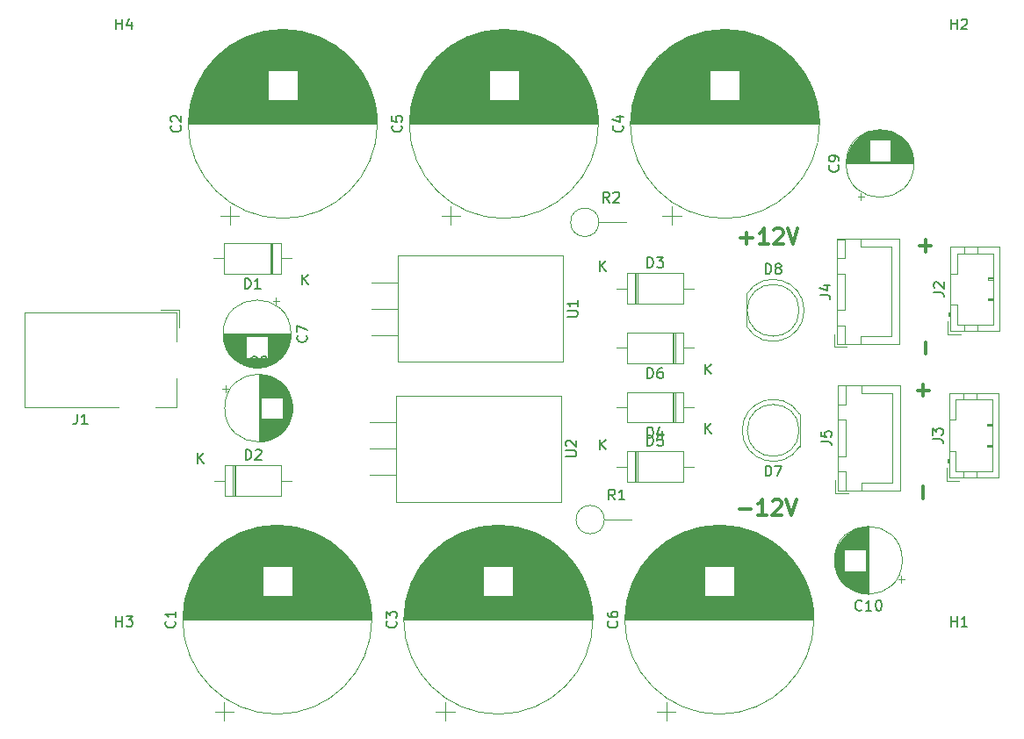
<source format=gbr>
G04 #@! TF.GenerationSoftware,KiCad,Pcbnew,(5.0.1)-rc2*
G04 #@! TF.CreationDate,2019-02-18T01:36:53-05:00*
G04 #@! TF.ProjectId,mfos_power,6D666F735F706F7765722E6B69636164,rev?*
G04 #@! TF.SameCoordinates,Original*
G04 #@! TF.FileFunction,Legend,Top*
G04 #@! TF.FilePolarity,Positive*
%FSLAX46Y46*%
G04 Gerber Fmt 4.6, Leading zero omitted, Abs format (unit mm)*
G04 Created by KiCad (PCBNEW (5.0.1)-rc2) date 2/18/2019 1:36:53 AM*
%MOMM*%
%LPD*%
G01*
G04 APERTURE LIST*
%ADD10C,0.300000*%
%ADD11C,0.120000*%
%ADD12C,0.150000*%
G04 APERTURE END LIST*
D10*
X152215862Y-85806742D02*
X153358720Y-85806742D01*
X154858720Y-86378171D02*
X154001577Y-86378171D01*
X154430148Y-86378171D02*
X154430148Y-84878171D01*
X154287291Y-85092457D01*
X154144434Y-85235314D01*
X154001577Y-85306742D01*
X155430148Y-85021028D02*
X155501577Y-84949600D01*
X155644434Y-84878171D01*
X156001577Y-84878171D01*
X156144434Y-84949600D01*
X156215862Y-85021028D01*
X156287291Y-85163885D01*
X156287291Y-85306742D01*
X156215862Y-85521028D01*
X155358720Y-86378171D01*
X156287291Y-86378171D01*
X156715862Y-84878171D02*
X157215862Y-86378171D01*
X157715862Y-84878171D01*
X152353022Y-59685382D02*
X153495880Y-59685382D01*
X152924451Y-60256811D02*
X152924451Y-59113954D01*
X154995880Y-60256811D02*
X154138737Y-60256811D01*
X154567308Y-60256811D02*
X154567308Y-58756811D01*
X154424451Y-58971097D01*
X154281594Y-59113954D01*
X154138737Y-59185382D01*
X155567308Y-58899668D02*
X155638737Y-58828240D01*
X155781594Y-58756811D01*
X156138737Y-58756811D01*
X156281594Y-58828240D01*
X156353022Y-58899668D01*
X156424451Y-59042525D01*
X156424451Y-59185382D01*
X156353022Y-59399668D01*
X155495880Y-60256811D01*
X156424451Y-60256811D01*
X156853022Y-58756811D02*
X157353022Y-60256811D01*
X157853022Y-58756811D01*
X169962022Y-84778480D02*
X169962022Y-83635622D01*
X169962022Y-74921337D02*
X169962022Y-73778480D01*
X170533451Y-74349908D02*
X169390594Y-74349908D01*
X170155062Y-70823720D02*
X170155062Y-69680862D01*
X170155062Y-60966577D02*
X170155062Y-59823720D01*
X170726491Y-60395148D02*
X169583634Y-60395148D01*
D11*
G04 #@! TO.C,C2*
X102183920Y-57509640D02*
X103983920Y-57509640D01*
X103083920Y-58409640D02*
X103083920Y-56609640D01*
X108158920Y-39530200D02*
X108238920Y-39530200D01*
X107384920Y-39570200D02*
X109012920Y-39570200D01*
X107032920Y-39610200D02*
X109364920Y-39610200D01*
X106763920Y-39650200D02*
X109633920Y-39650200D01*
X106537920Y-39690200D02*
X109859920Y-39690200D01*
X106338920Y-39730200D02*
X110058920Y-39730200D01*
X106159920Y-39770200D02*
X110237920Y-39770200D01*
X105995920Y-39810200D02*
X110401920Y-39810200D01*
X105843920Y-39850200D02*
X110553920Y-39850200D01*
X105700920Y-39890200D02*
X110696920Y-39890200D01*
X105566920Y-39930200D02*
X110830920Y-39930200D01*
X105439920Y-39970200D02*
X110957920Y-39970200D01*
X105318920Y-40010200D02*
X111078920Y-40010200D01*
X105202920Y-40050200D02*
X111194920Y-40050200D01*
X105091920Y-40090200D02*
X111305920Y-40090200D01*
X104984920Y-40130200D02*
X111412920Y-40130200D01*
X104881920Y-40170200D02*
X111515920Y-40170200D01*
X104782920Y-40210200D02*
X111614920Y-40210200D01*
X104686920Y-40250200D02*
X111710920Y-40250200D01*
X104593920Y-40290200D02*
X111803920Y-40290200D01*
X104502920Y-40330200D02*
X111894920Y-40330200D01*
X104414920Y-40370200D02*
X111982920Y-40370200D01*
X104329920Y-40410200D02*
X112067920Y-40410200D01*
X104246920Y-40450200D02*
X112150920Y-40450200D01*
X104165920Y-40489200D02*
X112231920Y-40489200D01*
X104085920Y-40529200D02*
X112311920Y-40529200D01*
X104008920Y-40569200D02*
X112388920Y-40569200D01*
X103933920Y-40609200D02*
X112463920Y-40609200D01*
X103859920Y-40649200D02*
X112537920Y-40649200D01*
X103786920Y-40689200D02*
X112610920Y-40689200D01*
X103716920Y-40729200D02*
X112680920Y-40729200D01*
X103646920Y-40769200D02*
X112750920Y-40769200D01*
X103578920Y-40809200D02*
X112818920Y-40809200D01*
X103512920Y-40849200D02*
X112884920Y-40849200D01*
X103446920Y-40889200D02*
X112950920Y-40889200D01*
X103382920Y-40929200D02*
X113014920Y-40929200D01*
X103319920Y-40969200D02*
X113077920Y-40969200D01*
X103257920Y-41009200D02*
X113139920Y-41009200D01*
X103196920Y-41049200D02*
X113200920Y-41049200D01*
X103136920Y-41089200D02*
X113260920Y-41089200D01*
X103078920Y-41129200D02*
X113318920Y-41129200D01*
X103020920Y-41169200D02*
X113376920Y-41169200D01*
X102963920Y-41209200D02*
X113433920Y-41209200D01*
X102907920Y-41249200D02*
X113489920Y-41249200D01*
X102852920Y-41289200D02*
X113544920Y-41289200D01*
X102798920Y-41329200D02*
X113598920Y-41329200D01*
X102744920Y-41369200D02*
X113652920Y-41369200D01*
X102692920Y-41409200D02*
X113704920Y-41409200D01*
X102640920Y-41449200D02*
X113756920Y-41449200D01*
X102589920Y-41489200D02*
X113807920Y-41489200D01*
X102538920Y-41529200D02*
X113858920Y-41529200D01*
X102489920Y-41569200D02*
X113907920Y-41569200D01*
X102440920Y-41609200D02*
X113956920Y-41609200D01*
X102392920Y-41649200D02*
X114004920Y-41649200D01*
X102344920Y-41689200D02*
X114052920Y-41689200D01*
X102297920Y-41729200D02*
X114099920Y-41729200D01*
X102251920Y-41769200D02*
X114145920Y-41769200D01*
X102205920Y-41809200D02*
X114191920Y-41809200D01*
X102160920Y-41849200D02*
X114236920Y-41849200D01*
X102116920Y-41889200D02*
X114280920Y-41889200D01*
X102072920Y-41929200D02*
X114324920Y-41929200D01*
X102028920Y-41969200D02*
X114368920Y-41969200D01*
X101986920Y-42009200D02*
X114410920Y-42009200D01*
X101944920Y-42049200D02*
X114452920Y-42049200D01*
X101902920Y-42089200D02*
X114494920Y-42089200D01*
X101861920Y-42129200D02*
X114535920Y-42129200D01*
X101820920Y-42169200D02*
X114576920Y-42169200D01*
X101780920Y-42209200D02*
X114616920Y-42209200D01*
X101740920Y-42249200D02*
X114656920Y-42249200D01*
X101701920Y-42289200D02*
X114695920Y-42289200D01*
X101662920Y-42329200D02*
X114734920Y-42329200D01*
X101624920Y-42369200D02*
X114772920Y-42369200D01*
X101586920Y-42409200D02*
X114810920Y-42409200D01*
X101549920Y-42449200D02*
X114847920Y-42449200D01*
X101512920Y-42489200D02*
X114884920Y-42489200D01*
X101476920Y-42529200D02*
X114920920Y-42529200D01*
X101440920Y-42569200D02*
X114956920Y-42569200D01*
X101404920Y-42609200D02*
X114992920Y-42609200D01*
X101369920Y-42649200D02*
X115027920Y-42649200D01*
X101334920Y-42689200D02*
X115062920Y-42689200D01*
X101300920Y-42729200D02*
X115096920Y-42729200D01*
X101266920Y-42769200D02*
X115130920Y-42769200D01*
X101233920Y-42809200D02*
X115163920Y-42809200D01*
X101199920Y-42849200D02*
X115197920Y-42849200D01*
X101167920Y-42889200D02*
X115229920Y-42889200D01*
X101134920Y-42929200D02*
X115262920Y-42929200D01*
X101102920Y-42969200D02*
X115294920Y-42969200D01*
X101071920Y-43009200D02*
X115325920Y-43009200D01*
X101039920Y-43049200D02*
X115357920Y-43049200D01*
X101008920Y-43089200D02*
X115388920Y-43089200D01*
X100978920Y-43129200D02*
X115418920Y-43129200D01*
X100948920Y-43169200D02*
X115448920Y-43169200D01*
X100918920Y-43209200D02*
X115478920Y-43209200D01*
X100888920Y-43249200D02*
X115508920Y-43249200D01*
X100859920Y-43289200D02*
X115537920Y-43289200D01*
X100830920Y-43329200D02*
X115566920Y-43329200D01*
X100801920Y-43369200D02*
X115595920Y-43369200D01*
X100773920Y-43409200D02*
X115623920Y-43409200D01*
X100745920Y-43449200D02*
X115651920Y-43449200D01*
X109638920Y-43489200D02*
X115678920Y-43489200D01*
X100718920Y-43489200D02*
X106758920Y-43489200D01*
X109638920Y-43529200D02*
X115706920Y-43529200D01*
X100690920Y-43529200D02*
X106758920Y-43529200D01*
X109638920Y-43569200D02*
X115733920Y-43569200D01*
X100663920Y-43569200D02*
X106758920Y-43569200D01*
X109638920Y-43609200D02*
X115759920Y-43609200D01*
X100637920Y-43609200D02*
X106758920Y-43609200D01*
X109638920Y-43649200D02*
X115786920Y-43649200D01*
X100610920Y-43649200D02*
X106758920Y-43649200D01*
X109638920Y-43689200D02*
X115812920Y-43689200D01*
X100584920Y-43689200D02*
X106758920Y-43689200D01*
X109638920Y-43729200D02*
X115838920Y-43729200D01*
X100558920Y-43729200D02*
X106758920Y-43729200D01*
X109638920Y-43769200D02*
X115863920Y-43769200D01*
X100533920Y-43769200D02*
X106758920Y-43769200D01*
X109638920Y-43809200D02*
X115888920Y-43809200D01*
X100508920Y-43809200D02*
X106758920Y-43809200D01*
X109638920Y-43849200D02*
X115913920Y-43849200D01*
X100483920Y-43849200D02*
X106758920Y-43849200D01*
X109638920Y-43889200D02*
X115938920Y-43889200D01*
X100458920Y-43889200D02*
X106758920Y-43889200D01*
X109638920Y-43929200D02*
X115962920Y-43929200D01*
X100434920Y-43929200D02*
X106758920Y-43929200D01*
X109638920Y-43969200D02*
X115986920Y-43969200D01*
X100410920Y-43969200D02*
X106758920Y-43969200D01*
X109638920Y-44009200D02*
X116010920Y-44009200D01*
X100386920Y-44009200D02*
X106758920Y-44009200D01*
X109638920Y-44049200D02*
X116033920Y-44049200D01*
X100363920Y-44049200D02*
X106758920Y-44049200D01*
X109638920Y-44089200D02*
X116057920Y-44089200D01*
X100339920Y-44089200D02*
X106758920Y-44089200D01*
X109638920Y-44129200D02*
X116080920Y-44129200D01*
X100316920Y-44129200D02*
X106758920Y-44129200D01*
X109638920Y-44169200D02*
X116102920Y-44169200D01*
X100294920Y-44169200D02*
X106758920Y-44169200D01*
X109638920Y-44209200D02*
X116125920Y-44209200D01*
X100271920Y-44209200D02*
X106758920Y-44209200D01*
X109638920Y-44249200D02*
X116147920Y-44249200D01*
X100249920Y-44249200D02*
X106758920Y-44249200D01*
X109638920Y-44289200D02*
X116169920Y-44289200D01*
X100227920Y-44289200D02*
X106758920Y-44289200D01*
X109638920Y-44329200D02*
X116190920Y-44329200D01*
X100206920Y-44329200D02*
X106758920Y-44329200D01*
X109638920Y-44369200D02*
X116212920Y-44369200D01*
X100184920Y-44369200D02*
X106758920Y-44369200D01*
X109638920Y-44409200D02*
X116233920Y-44409200D01*
X100163920Y-44409200D02*
X106758920Y-44409200D01*
X109638920Y-44449200D02*
X116254920Y-44449200D01*
X100142920Y-44449200D02*
X106758920Y-44449200D01*
X109638920Y-44489200D02*
X116274920Y-44489200D01*
X100122920Y-44489200D02*
X106758920Y-44489200D01*
X109638920Y-44529200D02*
X116295920Y-44529200D01*
X100101920Y-44529200D02*
X106758920Y-44529200D01*
X109638920Y-44569200D02*
X116315920Y-44569200D01*
X100081920Y-44569200D02*
X106758920Y-44569200D01*
X109638920Y-44609200D02*
X116335920Y-44609200D01*
X100061920Y-44609200D02*
X106758920Y-44609200D01*
X109638920Y-44649200D02*
X116354920Y-44649200D01*
X100042920Y-44649200D02*
X106758920Y-44649200D01*
X109638920Y-44689200D02*
X116374920Y-44689200D01*
X100022920Y-44689200D02*
X106758920Y-44689200D01*
X109638920Y-44729200D02*
X116393920Y-44729200D01*
X100003920Y-44729200D02*
X106758920Y-44729200D01*
X109638920Y-44769200D02*
X116412920Y-44769200D01*
X99984920Y-44769200D02*
X106758920Y-44769200D01*
X109638920Y-44809200D02*
X116431920Y-44809200D01*
X99965920Y-44809200D02*
X106758920Y-44809200D01*
X109638920Y-44849200D02*
X116449920Y-44849200D01*
X99947920Y-44849200D02*
X106758920Y-44849200D01*
X109638920Y-44889200D02*
X116467920Y-44889200D01*
X99929920Y-44889200D02*
X106758920Y-44889200D01*
X109638920Y-44929200D02*
X116485920Y-44929200D01*
X99911920Y-44929200D02*
X106758920Y-44929200D01*
X109638920Y-44969200D02*
X116503920Y-44969200D01*
X99893920Y-44969200D02*
X106758920Y-44969200D01*
X109638920Y-45009200D02*
X116521920Y-45009200D01*
X99875920Y-45009200D02*
X106758920Y-45009200D01*
X109638920Y-45049200D02*
X116538920Y-45049200D01*
X99858920Y-45049200D02*
X106758920Y-45049200D01*
X109638920Y-45089200D02*
X116555920Y-45089200D01*
X99841920Y-45089200D02*
X106758920Y-45089200D01*
X109638920Y-45129200D02*
X116572920Y-45129200D01*
X99824920Y-45129200D02*
X106758920Y-45129200D01*
X109638920Y-45169200D02*
X116588920Y-45169200D01*
X99808920Y-45169200D02*
X106758920Y-45169200D01*
X109638920Y-45209200D02*
X116605920Y-45209200D01*
X99791920Y-45209200D02*
X106758920Y-45209200D01*
X109638920Y-45249200D02*
X116621920Y-45249200D01*
X99775920Y-45249200D02*
X106758920Y-45249200D01*
X109638920Y-45289200D02*
X116637920Y-45289200D01*
X99759920Y-45289200D02*
X106758920Y-45289200D01*
X109638920Y-45329200D02*
X116653920Y-45329200D01*
X99743920Y-45329200D02*
X106758920Y-45329200D01*
X109638920Y-45369200D02*
X116668920Y-45369200D01*
X99728920Y-45369200D02*
X106758920Y-45369200D01*
X109638920Y-45409200D02*
X116684920Y-45409200D01*
X99712920Y-45409200D02*
X106758920Y-45409200D01*
X109638920Y-45449200D02*
X116699920Y-45449200D01*
X99697920Y-45449200D02*
X106758920Y-45449200D01*
X109638920Y-45489200D02*
X116714920Y-45489200D01*
X99682920Y-45489200D02*
X106758920Y-45489200D01*
X109638920Y-45529200D02*
X116728920Y-45529200D01*
X99668920Y-45529200D02*
X106758920Y-45529200D01*
X109638920Y-45569200D02*
X116743920Y-45569200D01*
X99653920Y-45569200D02*
X106758920Y-45569200D01*
X109638920Y-45609200D02*
X116757920Y-45609200D01*
X99639920Y-45609200D02*
X106758920Y-45609200D01*
X109638920Y-45649200D02*
X116771920Y-45649200D01*
X99625920Y-45649200D02*
X106758920Y-45649200D01*
X109638920Y-45689200D02*
X116785920Y-45689200D01*
X99611920Y-45689200D02*
X106758920Y-45689200D01*
X109638920Y-45729200D02*
X116798920Y-45729200D01*
X99598920Y-45729200D02*
X106758920Y-45729200D01*
X109638920Y-45769200D02*
X116812920Y-45769200D01*
X99584920Y-45769200D02*
X106758920Y-45769200D01*
X109638920Y-45809200D02*
X116825920Y-45809200D01*
X99571920Y-45809200D02*
X106758920Y-45809200D01*
X109638920Y-45849200D02*
X116838920Y-45849200D01*
X99558920Y-45849200D02*
X106758920Y-45849200D01*
X109638920Y-45889200D02*
X116851920Y-45889200D01*
X99545920Y-45889200D02*
X106758920Y-45889200D01*
X109638920Y-45929200D02*
X116863920Y-45929200D01*
X99533920Y-45929200D02*
X106758920Y-45929200D01*
X109638920Y-45969200D02*
X116876920Y-45969200D01*
X99520920Y-45969200D02*
X106758920Y-45969200D01*
X109638920Y-46009200D02*
X116888920Y-46009200D01*
X99508920Y-46009200D02*
X106758920Y-46009200D01*
X109638920Y-46049200D02*
X116900920Y-46049200D01*
X99496920Y-46049200D02*
X106758920Y-46049200D01*
X109638920Y-46089200D02*
X116912920Y-46089200D01*
X99484920Y-46089200D02*
X106758920Y-46089200D01*
X109638920Y-46129200D02*
X116923920Y-46129200D01*
X99473920Y-46129200D02*
X106758920Y-46129200D01*
X109638920Y-46169200D02*
X116935920Y-46169200D01*
X99461920Y-46169200D02*
X106758920Y-46169200D01*
X109638920Y-46209200D02*
X116946920Y-46209200D01*
X99450920Y-46209200D02*
X106758920Y-46209200D01*
X109638920Y-46249200D02*
X116957920Y-46249200D01*
X99439920Y-46249200D02*
X106758920Y-46249200D01*
X109638920Y-46289200D02*
X116968920Y-46289200D01*
X99428920Y-46289200D02*
X106758920Y-46289200D01*
X109638920Y-46329200D02*
X116978920Y-46329200D01*
X99418920Y-46329200D02*
X106758920Y-46329200D01*
X99407920Y-46369200D02*
X116989920Y-46369200D01*
X99397920Y-46409200D02*
X116999920Y-46409200D01*
X99387920Y-46449200D02*
X117009920Y-46449200D01*
X99377920Y-46489200D02*
X117019920Y-46489200D01*
X99367920Y-46529200D02*
X117029920Y-46529200D01*
X99358920Y-46569200D02*
X117038920Y-46569200D01*
X99349920Y-46609200D02*
X117047920Y-46609200D01*
X99340920Y-46649200D02*
X117056920Y-46649200D01*
X99331920Y-46689200D02*
X117065920Y-46689200D01*
X99322920Y-46729200D02*
X117074920Y-46729200D01*
X99313920Y-46769200D02*
X117083920Y-46769200D01*
X99305920Y-46809200D02*
X117091920Y-46809200D01*
X99297920Y-46849200D02*
X117099920Y-46849200D01*
X99289920Y-46889200D02*
X117107920Y-46889200D01*
X99281920Y-46929200D02*
X117115920Y-46929200D01*
X99274920Y-46969200D02*
X117122920Y-46969200D01*
X99266920Y-47009200D02*
X117130920Y-47009200D01*
X99259920Y-47049200D02*
X117137920Y-47049200D01*
X99252920Y-47089200D02*
X117144920Y-47089200D01*
X99245920Y-47129200D02*
X117151920Y-47129200D01*
X99238920Y-47169200D02*
X117158920Y-47169200D01*
X99232920Y-47209200D02*
X117164920Y-47209200D01*
X99226920Y-47249200D02*
X117170920Y-47249200D01*
X99219920Y-47289200D02*
X117177920Y-47289200D01*
X99214920Y-47329200D02*
X117182920Y-47329200D01*
X99208920Y-47369200D02*
X117188920Y-47369200D01*
X99202920Y-47409200D02*
X117194920Y-47409200D01*
X99197920Y-47449200D02*
X117199920Y-47449200D01*
X99192920Y-47489200D02*
X117204920Y-47489200D01*
X99187920Y-47529200D02*
X117209920Y-47529200D01*
X99182920Y-47569200D02*
X117214920Y-47569200D01*
X99177920Y-47609200D02*
X117219920Y-47609200D01*
X99172920Y-47649200D02*
X117224920Y-47649200D01*
X99168920Y-47689200D02*
X117228920Y-47689200D01*
X99164920Y-47729200D02*
X117232920Y-47729200D01*
X99160920Y-47769200D02*
X117236920Y-47769200D01*
X99156920Y-47809200D02*
X117240920Y-47809200D01*
X99153920Y-47849200D02*
X117243920Y-47849200D01*
X99149920Y-47889200D02*
X117247920Y-47889200D01*
X99146920Y-47929200D02*
X117250920Y-47929200D01*
X99143920Y-47970200D02*
X117253920Y-47970200D01*
X99140920Y-48010200D02*
X117256920Y-48010200D01*
X99137920Y-48050200D02*
X117259920Y-48050200D01*
X99135920Y-48090200D02*
X117261920Y-48090200D01*
X99132920Y-48130200D02*
X117264920Y-48130200D01*
X99130920Y-48170200D02*
X117266920Y-48170200D01*
X99128920Y-48210200D02*
X117268920Y-48210200D01*
X99126920Y-48250200D02*
X117270920Y-48250200D01*
X99125920Y-48290200D02*
X117271920Y-48290200D01*
X99123920Y-48330200D02*
X117273920Y-48330200D01*
X99122920Y-48370200D02*
X117274920Y-48370200D01*
X99121920Y-48410200D02*
X117275920Y-48410200D01*
X99120920Y-48450200D02*
X117276920Y-48450200D01*
X99119920Y-48490200D02*
X117277920Y-48490200D01*
X99118920Y-48530200D02*
X117278920Y-48530200D01*
X99118920Y-48570200D02*
X117278920Y-48570200D01*
X99118920Y-48610200D02*
X117278920Y-48610200D01*
X99117920Y-48650200D02*
X117279920Y-48650200D01*
X117318920Y-48650200D02*
G75*
G03X117318920Y-48650200I-9120000J0D01*
G01*
G04 #@! TO.C,C3*
X138098660Y-96473320D02*
G75*
G03X138098660Y-96473320I-9120000J0D01*
G01*
X119897660Y-96473320D02*
X138059660Y-96473320D01*
X119898660Y-96433320D02*
X138058660Y-96433320D01*
X119898660Y-96393320D02*
X138058660Y-96393320D01*
X119898660Y-96353320D02*
X138058660Y-96353320D01*
X119899660Y-96313320D02*
X138057660Y-96313320D01*
X119900660Y-96273320D02*
X138056660Y-96273320D01*
X119901660Y-96233320D02*
X138055660Y-96233320D01*
X119902660Y-96193320D02*
X138054660Y-96193320D01*
X119903660Y-96153320D02*
X138053660Y-96153320D01*
X119905660Y-96113320D02*
X138051660Y-96113320D01*
X119906660Y-96073320D02*
X138050660Y-96073320D01*
X119908660Y-96033320D02*
X138048660Y-96033320D01*
X119910660Y-95993320D02*
X138046660Y-95993320D01*
X119912660Y-95953320D02*
X138044660Y-95953320D01*
X119915660Y-95913320D02*
X138041660Y-95913320D01*
X119917660Y-95873320D02*
X138039660Y-95873320D01*
X119920660Y-95833320D02*
X138036660Y-95833320D01*
X119923660Y-95793320D02*
X138033660Y-95793320D01*
X119926660Y-95752320D02*
X138030660Y-95752320D01*
X119929660Y-95712320D02*
X138027660Y-95712320D01*
X119933660Y-95672320D02*
X138023660Y-95672320D01*
X119936660Y-95632320D02*
X138020660Y-95632320D01*
X119940660Y-95592320D02*
X138016660Y-95592320D01*
X119944660Y-95552320D02*
X138012660Y-95552320D01*
X119948660Y-95512320D02*
X138008660Y-95512320D01*
X119952660Y-95472320D02*
X138004660Y-95472320D01*
X119957660Y-95432320D02*
X137999660Y-95432320D01*
X119962660Y-95392320D02*
X137994660Y-95392320D01*
X119967660Y-95352320D02*
X137989660Y-95352320D01*
X119972660Y-95312320D02*
X137984660Y-95312320D01*
X119977660Y-95272320D02*
X137979660Y-95272320D01*
X119982660Y-95232320D02*
X137974660Y-95232320D01*
X119988660Y-95192320D02*
X137968660Y-95192320D01*
X119994660Y-95152320D02*
X137962660Y-95152320D01*
X119999660Y-95112320D02*
X137957660Y-95112320D01*
X120006660Y-95072320D02*
X137950660Y-95072320D01*
X120012660Y-95032320D02*
X137944660Y-95032320D01*
X120018660Y-94992320D02*
X137938660Y-94992320D01*
X120025660Y-94952320D02*
X137931660Y-94952320D01*
X120032660Y-94912320D02*
X137924660Y-94912320D01*
X120039660Y-94872320D02*
X137917660Y-94872320D01*
X120046660Y-94832320D02*
X137910660Y-94832320D01*
X120054660Y-94792320D02*
X137902660Y-94792320D01*
X120061660Y-94752320D02*
X137895660Y-94752320D01*
X120069660Y-94712320D02*
X137887660Y-94712320D01*
X120077660Y-94672320D02*
X137879660Y-94672320D01*
X120085660Y-94632320D02*
X137871660Y-94632320D01*
X120093660Y-94592320D02*
X137863660Y-94592320D01*
X120102660Y-94552320D02*
X137854660Y-94552320D01*
X120111660Y-94512320D02*
X137845660Y-94512320D01*
X120120660Y-94472320D02*
X137836660Y-94472320D01*
X120129660Y-94432320D02*
X137827660Y-94432320D01*
X120138660Y-94392320D02*
X137818660Y-94392320D01*
X120147660Y-94352320D02*
X137809660Y-94352320D01*
X120157660Y-94312320D02*
X137799660Y-94312320D01*
X120167660Y-94272320D02*
X137789660Y-94272320D01*
X120177660Y-94232320D02*
X137779660Y-94232320D01*
X120187660Y-94192320D02*
X137769660Y-94192320D01*
X120198660Y-94152320D02*
X127538660Y-94152320D01*
X130418660Y-94152320D02*
X137758660Y-94152320D01*
X120208660Y-94112320D02*
X127538660Y-94112320D01*
X130418660Y-94112320D02*
X137748660Y-94112320D01*
X120219660Y-94072320D02*
X127538660Y-94072320D01*
X130418660Y-94072320D02*
X137737660Y-94072320D01*
X120230660Y-94032320D02*
X127538660Y-94032320D01*
X130418660Y-94032320D02*
X137726660Y-94032320D01*
X120241660Y-93992320D02*
X127538660Y-93992320D01*
X130418660Y-93992320D02*
X137715660Y-93992320D01*
X120253660Y-93952320D02*
X127538660Y-93952320D01*
X130418660Y-93952320D02*
X137703660Y-93952320D01*
X120264660Y-93912320D02*
X127538660Y-93912320D01*
X130418660Y-93912320D02*
X137692660Y-93912320D01*
X120276660Y-93872320D02*
X127538660Y-93872320D01*
X130418660Y-93872320D02*
X137680660Y-93872320D01*
X120288660Y-93832320D02*
X127538660Y-93832320D01*
X130418660Y-93832320D02*
X137668660Y-93832320D01*
X120300660Y-93792320D02*
X127538660Y-93792320D01*
X130418660Y-93792320D02*
X137656660Y-93792320D01*
X120313660Y-93752320D02*
X127538660Y-93752320D01*
X130418660Y-93752320D02*
X137643660Y-93752320D01*
X120325660Y-93712320D02*
X127538660Y-93712320D01*
X130418660Y-93712320D02*
X137631660Y-93712320D01*
X120338660Y-93672320D02*
X127538660Y-93672320D01*
X130418660Y-93672320D02*
X137618660Y-93672320D01*
X120351660Y-93632320D02*
X127538660Y-93632320D01*
X130418660Y-93632320D02*
X137605660Y-93632320D01*
X120364660Y-93592320D02*
X127538660Y-93592320D01*
X130418660Y-93592320D02*
X137592660Y-93592320D01*
X120378660Y-93552320D02*
X127538660Y-93552320D01*
X130418660Y-93552320D02*
X137578660Y-93552320D01*
X120391660Y-93512320D02*
X127538660Y-93512320D01*
X130418660Y-93512320D02*
X137565660Y-93512320D01*
X120405660Y-93472320D02*
X127538660Y-93472320D01*
X130418660Y-93472320D02*
X137551660Y-93472320D01*
X120419660Y-93432320D02*
X127538660Y-93432320D01*
X130418660Y-93432320D02*
X137537660Y-93432320D01*
X120433660Y-93392320D02*
X127538660Y-93392320D01*
X130418660Y-93392320D02*
X137523660Y-93392320D01*
X120448660Y-93352320D02*
X127538660Y-93352320D01*
X130418660Y-93352320D02*
X137508660Y-93352320D01*
X120462660Y-93312320D02*
X127538660Y-93312320D01*
X130418660Y-93312320D02*
X137494660Y-93312320D01*
X120477660Y-93272320D02*
X127538660Y-93272320D01*
X130418660Y-93272320D02*
X137479660Y-93272320D01*
X120492660Y-93232320D02*
X127538660Y-93232320D01*
X130418660Y-93232320D02*
X137464660Y-93232320D01*
X120508660Y-93192320D02*
X127538660Y-93192320D01*
X130418660Y-93192320D02*
X137448660Y-93192320D01*
X120523660Y-93152320D02*
X127538660Y-93152320D01*
X130418660Y-93152320D02*
X137433660Y-93152320D01*
X120539660Y-93112320D02*
X127538660Y-93112320D01*
X130418660Y-93112320D02*
X137417660Y-93112320D01*
X120555660Y-93072320D02*
X127538660Y-93072320D01*
X130418660Y-93072320D02*
X137401660Y-93072320D01*
X120571660Y-93032320D02*
X127538660Y-93032320D01*
X130418660Y-93032320D02*
X137385660Y-93032320D01*
X120588660Y-92992320D02*
X127538660Y-92992320D01*
X130418660Y-92992320D02*
X137368660Y-92992320D01*
X120604660Y-92952320D02*
X127538660Y-92952320D01*
X130418660Y-92952320D02*
X137352660Y-92952320D01*
X120621660Y-92912320D02*
X127538660Y-92912320D01*
X130418660Y-92912320D02*
X137335660Y-92912320D01*
X120638660Y-92872320D02*
X127538660Y-92872320D01*
X130418660Y-92872320D02*
X137318660Y-92872320D01*
X120655660Y-92832320D02*
X127538660Y-92832320D01*
X130418660Y-92832320D02*
X137301660Y-92832320D01*
X120673660Y-92792320D02*
X127538660Y-92792320D01*
X130418660Y-92792320D02*
X137283660Y-92792320D01*
X120691660Y-92752320D02*
X127538660Y-92752320D01*
X130418660Y-92752320D02*
X137265660Y-92752320D01*
X120709660Y-92712320D02*
X127538660Y-92712320D01*
X130418660Y-92712320D02*
X137247660Y-92712320D01*
X120727660Y-92672320D02*
X127538660Y-92672320D01*
X130418660Y-92672320D02*
X137229660Y-92672320D01*
X120745660Y-92632320D02*
X127538660Y-92632320D01*
X130418660Y-92632320D02*
X137211660Y-92632320D01*
X120764660Y-92592320D02*
X127538660Y-92592320D01*
X130418660Y-92592320D02*
X137192660Y-92592320D01*
X120783660Y-92552320D02*
X127538660Y-92552320D01*
X130418660Y-92552320D02*
X137173660Y-92552320D01*
X120802660Y-92512320D02*
X127538660Y-92512320D01*
X130418660Y-92512320D02*
X137154660Y-92512320D01*
X120822660Y-92472320D02*
X127538660Y-92472320D01*
X130418660Y-92472320D02*
X137134660Y-92472320D01*
X120841660Y-92432320D02*
X127538660Y-92432320D01*
X130418660Y-92432320D02*
X137115660Y-92432320D01*
X120861660Y-92392320D02*
X127538660Y-92392320D01*
X130418660Y-92392320D02*
X137095660Y-92392320D01*
X120881660Y-92352320D02*
X127538660Y-92352320D01*
X130418660Y-92352320D02*
X137075660Y-92352320D01*
X120902660Y-92312320D02*
X127538660Y-92312320D01*
X130418660Y-92312320D02*
X137054660Y-92312320D01*
X120922660Y-92272320D02*
X127538660Y-92272320D01*
X130418660Y-92272320D02*
X137034660Y-92272320D01*
X120943660Y-92232320D02*
X127538660Y-92232320D01*
X130418660Y-92232320D02*
X137013660Y-92232320D01*
X120964660Y-92192320D02*
X127538660Y-92192320D01*
X130418660Y-92192320D02*
X136992660Y-92192320D01*
X120986660Y-92152320D02*
X127538660Y-92152320D01*
X130418660Y-92152320D02*
X136970660Y-92152320D01*
X121007660Y-92112320D02*
X127538660Y-92112320D01*
X130418660Y-92112320D02*
X136949660Y-92112320D01*
X121029660Y-92072320D02*
X127538660Y-92072320D01*
X130418660Y-92072320D02*
X136927660Y-92072320D01*
X121051660Y-92032320D02*
X127538660Y-92032320D01*
X130418660Y-92032320D02*
X136905660Y-92032320D01*
X121074660Y-91992320D02*
X127538660Y-91992320D01*
X130418660Y-91992320D02*
X136882660Y-91992320D01*
X121096660Y-91952320D02*
X127538660Y-91952320D01*
X130418660Y-91952320D02*
X136860660Y-91952320D01*
X121119660Y-91912320D02*
X127538660Y-91912320D01*
X130418660Y-91912320D02*
X136837660Y-91912320D01*
X121143660Y-91872320D02*
X127538660Y-91872320D01*
X130418660Y-91872320D02*
X136813660Y-91872320D01*
X121166660Y-91832320D02*
X127538660Y-91832320D01*
X130418660Y-91832320D02*
X136790660Y-91832320D01*
X121190660Y-91792320D02*
X127538660Y-91792320D01*
X130418660Y-91792320D02*
X136766660Y-91792320D01*
X121214660Y-91752320D02*
X127538660Y-91752320D01*
X130418660Y-91752320D02*
X136742660Y-91752320D01*
X121238660Y-91712320D02*
X127538660Y-91712320D01*
X130418660Y-91712320D02*
X136718660Y-91712320D01*
X121263660Y-91672320D02*
X127538660Y-91672320D01*
X130418660Y-91672320D02*
X136693660Y-91672320D01*
X121288660Y-91632320D02*
X127538660Y-91632320D01*
X130418660Y-91632320D02*
X136668660Y-91632320D01*
X121313660Y-91592320D02*
X127538660Y-91592320D01*
X130418660Y-91592320D02*
X136643660Y-91592320D01*
X121338660Y-91552320D02*
X127538660Y-91552320D01*
X130418660Y-91552320D02*
X136618660Y-91552320D01*
X121364660Y-91512320D02*
X127538660Y-91512320D01*
X130418660Y-91512320D02*
X136592660Y-91512320D01*
X121390660Y-91472320D02*
X127538660Y-91472320D01*
X130418660Y-91472320D02*
X136566660Y-91472320D01*
X121417660Y-91432320D02*
X127538660Y-91432320D01*
X130418660Y-91432320D02*
X136539660Y-91432320D01*
X121443660Y-91392320D02*
X127538660Y-91392320D01*
X130418660Y-91392320D02*
X136513660Y-91392320D01*
X121470660Y-91352320D02*
X127538660Y-91352320D01*
X130418660Y-91352320D02*
X136486660Y-91352320D01*
X121498660Y-91312320D02*
X127538660Y-91312320D01*
X130418660Y-91312320D02*
X136458660Y-91312320D01*
X121525660Y-91272320D02*
X136431660Y-91272320D01*
X121553660Y-91232320D02*
X136403660Y-91232320D01*
X121581660Y-91192320D02*
X136375660Y-91192320D01*
X121610660Y-91152320D02*
X136346660Y-91152320D01*
X121639660Y-91112320D02*
X136317660Y-91112320D01*
X121668660Y-91072320D02*
X136288660Y-91072320D01*
X121698660Y-91032320D02*
X136258660Y-91032320D01*
X121728660Y-90992320D02*
X136228660Y-90992320D01*
X121758660Y-90952320D02*
X136198660Y-90952320D01*
X121788660Y-90912320D02*
X136168660Y-90912320D01*
X121819660Y-90872320D02*
X136137660Y-90872320D01*
X121851660Y-90832320D02*
X136105660Y-90832320D01*
X121882660Y-90792320D02*
X136074660Y-90792320D01*
X121914660Y-90752320D02*
X136042660Y-90752320D01*
X121947660Y-90712320D02*
X136009660Y-90712320D01*
X121979660Y-90672320D02*
X135977660Y-90672320D01*
X122013660Y-90632320D02*
X135943660Y-90632320D01*
X122046660Y-90592320D02*
X135910660Y-90592320D01*
X122080660Y-90552320D02*
X135876660Y-90552320D01*
X122114660Y-90512320D02*
X135842660Y-90512320D01*
X122149660Y-90472320D02*
X135807660Y-90472320D01*
X122184660Y-90432320D02*
X135772660Y-90432320D01*
X122220660Y-90392320D02*
X135736660Y-90392320D01*
X122256660Y-90352320D02*
X135700660Y-90352320D01*
X122292660Y-90312320D02*
X135664660Y-90312320D01*
X122329660Y-90272320D02*
X135627660Y-90272320D01*
X122366660Y-90232320D02*
X135590660Y-90232320D01*
X122404660Y-90192320D02*
X135552660Y-90192320D01*
X122442660Y-90152320D02*
X135514660Y-90152320D01*
X122481660Y-90112320D02*
X135475660Y-90112320D01*
X122520660Y-90072320D02*
X135436660Y-90072320D01*
X122560660Y-90032320D02*
X135396660Y-90032320D01*
X122600660Y-89992320D02*
X135356660Y-89992320D01*
X122641660Y-89952320D02*
X135315660Y-89952320D01*
X122682660Y-89912320D02*
X135274660Y-89912320D01*
X122724660Y-89872320D02*
X135232660Y-89872320D01*
X122766660Y-89832320D02*
X135190660Y-89832320D01*
X122808660Y-89792320D02*
X135148660Y-89792320D01*
X122852660Y-89752320D02*
X135104660Y-89752320D01*
X122896660Y-89712320D02*
X135060660Y-89712320D01*
X122940660Y-89672320D02*
X135016660Y-89672320D01*
X122985660Y-89632320D02*
X134971660Y-89632320D01*
X123031660Y-89592320D02*
X134925660Y-89592320D01*
X123077660Y-89552320D02*
X134879660Y-89552320D01*
X123124660Y-89512320D02*
X134832660Y-89512320D01*
X123172660Y-89472320D02*
X134784660Y-89472320D01*
X123220660Y-89432320D02*
X134736660Y-89432320D01*
X123269660Y-89392320D02*
X134687660Y-89392320D01*
X123318660Y-89352320D02*
X134638660Y-89352320D01*
X123369660Y-89312320D02*
X134587660Y-89312320D01*
X123420660Y-89272320D02*
X134536660Y-89272320D01*
X123472660Y-89232320D02*
X134484660Y-89232320D01*
X123524660Y-89192320D02*
X134432660Y-89192320D01*
X123578660Y-89152320D02*
X134378660Y-89152320D01*
X123632660Y-89112320D02*
X134324660Y-89112320D01*
X123687660Y-89072320D02*
X134269660Y-89072320D01*
X123743660Y-89032320D02*
X134213660Y-89032320D01*
X123800660Y-88992320D02*
X134156660Y-88992320D01*
X123858660Y-88952320D02*
X134098660Y-88952320D01*
X123916660Y-88912320D02*
X134040660Y-88912320D01*
X123976660Y-88872320D02*
X133980660Y-88872320D01*
X124037660Y-88832320D02*
X133919660Y-88832320D01*
X124099660Y-88792320D02*
X133857660Y-88792320D01*
X124162660Y-88752320D02*
X133794660Y-88752320D01*
X124226660Y-88712320D02*
X133730660Y-88712320D01*
X124292660Y-88672320D02*
X133664660Y-88672320D01*
X124358660Y-88632320D02*
X133598660Y-88632320D01*
X124426660Y-88592320D02*
X133530660Y-88592320D01*
X124496660Y-88552320D02*
X133460660Y-88552320D01*
X124566660Y-88512320D02*
X133390660Y-88512320D01*
X124639660Y-88472320D02*
X133317660Y-88472320D01*
X124713660Y-88432320D02*
X133243660Y-88432320D01*
X124788660Y-88392320D02*
X133168660Y-88392320D01*
X124865660Y-88352320D02*
X133091660Y-88352320D01*
X124945660Y-88312320D02*
X133011660Y-88312320D01*
X125026660Y-88273320D02*
X132930660Y-88273320D01*
X125109660Y-88233320D02*
X132847660Y-88233320D01*
X125194660Y-88193320D02*
X132762660Y-88193320D01*
X125282660Y-88153320D02*
X132674660Y-88153320D01*
X125373660Y-88113320D02*
X132583660Y-88113320D01*
X125466660Y-88073320D02*
X132490660Y-88073320D01*
X125562660Y-88033320D02*
X132394660Y-88033320D01*
X125661660Y-87993320D02*
X132295660Y-87993320D01*
X125764660Y-87953320D02*
X132192660Y-87953320D01*
X125871660Y-87913320D02*
X132085660Y-87913320D01*
X125982660Y-87873320D02*
X131974660Y-87873320D01*
X126098660Y-87833320D02*
X131858660Y-87833320D01*
X126219660Y-87793320D02*
X131737660Y-87793320D01*
X126346660Y-87753320D02*
X131610660Y-87753320D01*
X126480660Y-87713320D02*
X131476660Y-87713320D01*
X126623660Y-87673320D02*
X131333660Y-87673320D01*
X126775660Y-87633320D02*
X131181660Y-87633320D01*
X126939660Y-87593320D02*
X131017660Y-87593320D01*
X127118660Y-87553320D02*
X130838660Y-87553320D01*
X127317660Y-87513320D02*
X130639660Y-87513320D01*
X127543660Y-87473320D02*
X130413660Y-87473320D01*
X127812660Y-87433320D02*
X130144660Y-87433320D01*
X128164660Y-87393320D02*
X129792660Y-87393320D01*
X128938660Y-87353320D02*
X129018660Y-87353320D01*
X123863660Y-106232760D02*
X123863660Y-104432760D01*
X122963660Y-105332760D02*
X124763660Y-105332760D01*
G04 #@! TO.C,C4*
X144810200Y-57509640D02*
X146610200Y-57509640D01*
X145710200Y-58409640D02*
X145710200Y-56609640D01*
X150785200Y-39530200D02*
X150865200Y-39530200D01*
X150011200Y-39570200D02*
X151639200Y-39570200D01*
X149659200Y-39610200D02*
X151991200Y-39610200D01*
X149390200Y-39650200D02*
X152260200Y-39650200D01*
X149164200Y-39690200D02*
X152486200Y-39690200D01*
X148965200Y-39730200D02*
X152685200Y-39730200D01*
X148786200Y-39770200D02*
X152864200Y-39770200D01*
X148622200Y-39810200D02*
X153028200Y-39810200D01*
X148470200Y-39850200D02*
X153180200Y-39850200D01*
X148327200Y-39890200D02*
X153323200Y-39890200D01*
X148193200Y-39930200D02*
X153457200Y-39930200D01*
X148066200Y-39970200D02*
X153584200Y-39970200D01*
X147945200Y-40010200D02*
X153705200Y-40010200D01*
X147829200Y-40050200D02*
X153821200Y-40050200D01*
X147718200Y-40090200D02*
X153932200Y-40090200D01*
X147611200Y-40130200D02*
X154039200Y-40130200D01*
X147508200Y-40170200D02*
X154142200Y-40170200D01*
X147409200Y-40210200D02*
X154241200Y-40210200D01*
X147313200Y-40250200D02*
X154337200Y-40250200D01*
X147220200Y-40290200D02*
X154430200Y-40290200D01*
X147129200Y-40330200D02*
X154521200Y-40330200D01*
X147041200Y-40370200D02*
X154609200Y-40370200D01*
X146956200Y-40410200D02*
X154694200Y-40410200D01*
X146873200Y-40450200D02*
X154777200Y-40450200D01*
X146792200Y-40489200D02*
X154858200Y-40489200D01*
X146712200Y-40529200D02*
X154938200Y-40529200D01*
X146635200Y-40569200D02*
X155015200Y-40569200D01*
X146560200Y-40609200D02*
X155090200Y-40609200D01*
X146486200Y-40649200D02*
X155164200Y-40649200D01*
X146413200Y-40689200D02*
X155237200Y-40689200D01*
X146343200Y-40729200D02*
X155307200Y-40729200D01*
X146273200Y-40769200D02*
X155377200Y-40769200D01*
X146205200Y-40809200D02*
X155445200Y-40809200D01*
X146139200Y-40849200D02*
X155511200Y-40849200D01*
X146073200Y-40889200D02*
X155577200Y-40889200D01*
X146009200Y-40929200D02*
X155641200Y-40929200D01*
X145946200Y-40969200D02*
X155704200Y-40969200D01*
X145884200Y-41009200D02*
X155766200Y-41009200D01*
X145823200Y-41049200D02*
X155827200Y-41049200D01*
X145763200Y-41089200D02*
X155887200Y-41089200D01*
X145705200Y-41129200D02*
X155945200Y-41129200D01*
X145647200Y-41169200D02*
X156003200Y-41169200D01*
X145590200Y-41209200D02*
X156060200Y-41209200D01*
X145534200Y-41249200D02*
X156116200Y-41249200D01*
X145479200Y-41289200D02*
X156171200Y-41289200D01*
X145425200Y-41329200D02*
X156225200Y-41329200D01*
X145371200Y-41369200D02*
X156279200Y-41369200D01*
X145319200Y-41409200D02*
X156331200Y-41409200D01*
X145267200Y-41449200D02*
X156383200Y-41449200D01*
X145216200Y-41489200D02*
X156434200Y-41489200D01*
X145165200Y-41529200D02*
X156485200Y-41529200D01*
X145116200Y-41569200D02*
X156534200Y-41569200D01*
X145067200Y-41609200D02*
X156583200Y-41609200D01*
X145019200Y-41649200D02*
X156631200Y-41649200D01*
X144971200Y-41689200D02*
X156679200Y-41689200D01*
X144924200Y-41729200D02*
X156726200Y-41729200D01*
X144878200Y-41769200D02*
X156772200Y-41769200D01*
X144832200Y-41809200D02*
X156818200Y-41809200D01*
X144787200Y-41849200D02*
X156863200Y-41849200D01*
X144743200Y-41889200D02*
X156907200Y-41889200D01*
X144699200Y-41929200D02*
X156951200Y-41929200D01*
X144655200Y-41969200D02*
X156995200Y-41969200D01*
X144613200Y-42009200D02*
X157037200Y-42009200D01*
X144571200Y-42049200D02*
X157079200Y-42049200D01*
X144529200Y-42089200D02*
X157121200Y-42089200D01*
X144488200Y-42129200D02*
X157162200Y-42129200D01*
X144447200Y-42169200D02*
X157203200Y-42169200D01*
X144407200Y-42209200D02*
X157243200Y-42209200D01*
X144367200Y-42249200D02*
X157283200Y-42249200D01*
X144328200Y-42289200D02*
X157322200Y-42289200D01*
X144289200Y-42329200D02*
X157361200Y-42329200D01*
X144251200Y-42369200D02*
X157399200Y-42369200D01*
X144213200Y-42409200D02*
X157437200Y-42409200D01*
X144176200Y-42449200D02*
X157474200Y-42449200D01*
X144139200Y-42489200D02*
X157511200Y-42489200D01*
X144103200Y-42529200D02*
X157547200Y-42529200D01*
X144067200Y-42569200D02*
X157583200Y-42569200D01*
X144031200Y-42609200D02*
X157619200Y-42609200D01*
X143996200Y-42649200D02*
X157654200Y-42649200D01*
X143961200Y-42689200D02*
X157689200Y-42689200D01*
X143927200Y-42729200D02*
X157723200Y-42729200D01*
X143893200Y-42769200D02*
X157757200Y-42769200D01*
X143860200Y-42809200D02*
X157790200Y-42809200D01*
X143826200Y-42849200D02*
X157824200Y-42849200D01*
X143794200Y-42889200D02*
X157856200Y-42889200D01*
X143761200Y-42929200D02*
X157889200Y-42929200D01*
X143729200Y-42969200D02*
X157921200Y-42969200D01*
X143698200Y-43009200D02*
X157952200Y-43009200D01*
X143666200Y-43049200D02*
X157984200Y-43049200D01*
X143635200Y-43089200D02*
X158015200Y-43089200D01*
X143605200Y-43129200D02*
X158045200Y-43129200D01*
X143575200Y-43169200D02*
X158075200Y-43169200D01*
X143545200Y-43209200D02*
X158105200Y-43209200D01*
X143515200Y-43249200D02*
X158135200Y-43249200D01*
X143486200Y-43289200D02*
X158164200Y-43289200D01*
X143457200Y-43329200D02*
X158193200Y-43329200D01*
X143428200Y-43369200D02*
X158222200Y-43369200D01*
X143400200Y-43409200D02*
X158250200Y-43409200D01*
X143372200Y-43449200D02*
X158278200Y-43449200D01*
X152265200Y-43489200D02*
X158305200Y-43489200D01*
X143345200Y-43489200D02*
X149385200Y-43489200D01*
X152265200Y-43529200D02*
X158333200Y-43529200D01*
X143317200Y-43529200D02*
X149385200Y-43529200D01*
X152265200Y-43569200D02*
X158360200Y-43569200D01*
X143290200Y-43569200D02*
X149385200Y-43569200D01*
X152265200Y-43609200D02*
X158386200Y-43609200D01*
X143264200Y-43609200D02*
X149385200Y-43609200D01*
X152265200Y-43649200D02*
X158413200Y-43649200D01*
X143237200Y-43649200D02*
X149385200Y-43649200D01*
X152265200Y-43689200D02*
X158439200Y-43689200D01*
X143211200Y-43689200D02*
X149385200Y-43689200D01*
X152265200Y-43729200D02*
X158465200Y-43729200D01*
X143185200Y-43729200D02*
X149385200Y-43729200D01*
X152265200Y-43769200D02*
X158490200Y-43769200D01*
X143160200Y-43769200D02*
X149385200Y-43769200D01*
X152265200Y-43809200D02*
X158515200Y-43809200D01*
X143135200Y-43809200D02*
X149385200Y-43809200D01*
X152265200Y-43849200D02*
X158540200Y-43849200D01*
X143110200Y-43849200D02*
X149385200Y-43849200D01*
X152265200Y-43889200D02*
X158565200Y-43889200D01*
X143085200Y-43889200D02*
X149385200Y-43889200D01*
X152265200Y-43929200D02*
X158589200Y-43929200D01*
X143061200Y-43929200D02*
X149385200Y-43929200D01*
X152265200Y-43969200D02*
X158613200Y-43969200D01*
X143037200Y-43969200D02*
X149385200Y-43969200D01*
X152265200Y-44009200D02*
X158637200Y-44009200D01*
X143013200Y-44009200D02*
X149385200Y-44009200D01*
X152265200Y-44049200D02*
X158660200Y-44049200D01*
X142990200Y-44049200D02*
X149385200Y-44049200D01*
X152265200Y-44089200D02*
X158684200Y-44089200D01*
X142966200Y-44089200D02*
X149385200Y-44089200D01*
X152265200Y-44129200D02*
X158707200Y-44129200D01*
X142943200Y-44129200D02*
X149385200Y-44129200D01*
X152265200Y-44169200D02*
X158729200Y-44169200D01*
X142921200Y-44169200D02*
X149385200Y-44169200D01*
X152265200Y-44209200D02*
X158752200Y-44209200D01*
X142898200Y-44209200D02*
X149385200Y-44209200D01*
X152265200Y-44249200D02*
X158774200Y-44249200D01*
X142876200Y-44249200D02*
X149385200Y-44249200D01*
X152265200Y-44289200D02*
X158796200Y-44289200D01*
X142854200Y-44289200D02*
X149385200Y-44289200D01*
X152265200Y-44329200D02*
X158817200Y-44329200D01*
X142833200Y-44329200D02*
X149385200Y-44329200D01*
X152265200Y-44369200D02*
X158839200Y-44369200D01*
X142811200Y-44369200D02*
X149385200Y-44369200D01*
X152265200Y-44409200D02*
X158860200Y-44409200D01*
X142790200Y-44409200D02*
X149385200Y-44409200D01*
X152265200Y-44449200D02*
X158881200Y-44449200D01*
X142769200Y-44449200D02*
X149385200Y-44449200D01*
X152265200Y-44489200D02*
X158901200Y-44489200D01*
X142749200Y-44489200D02*
X149385200Y-44489200D01*
X152265200Y-44529200D02*
X158922200Y-44529200D01*
X142728200Y-44529200D02*
X149385200Y-44529200D01*
X152265200Y-44569200D02*
X158942200Y-44569200D01*
X142708200Y-44569200D02*
X149385200Y-44569200D01*
X152265200Y-44609200D02*
X158962200Y-44609200D01*
X142688200Y-44609200D02*
X149385200Y-44609200D01*
X152265200Y-44649200D02*
X158981200Y-44649200D01*
X142669200Y-44649200D02*
X149385200Y-44649200D01*
X152265200Y-44689200D02*
X159001200Y-44689200D01*
X142649200Y-44689200D02*
X149385200Y-44689200D01*
X152265200Y-44729200D02*
X159020200Y-44729200D01*
X142630200Y-44729200D02*
X149385200Y-44729200D01*
X152265200Y-44769200D02*
X159039200Y-44769200D01*
X142611200Y-44769200D02*
X149385200Y-44769200D01*
X152265200Y-44809200D02*
X159058200Y-44809200D01*
X142592200Y-44809200D02*
X149385200Y-44809200D01*
X152265200Y-44849200D02*
X159076200Y-44849200D01*
X142574200Y-44849200D02*
X149385200Y-44849200D01*
X152265200Y-44889200D02*
X159094200Y-44889200D01*
X142556200Y-44889200D02*
X149385200Y-44889200D01*
X152265200Y-44929200D02*
X159112200Y-44929200D01*
X142538200Y-44929200D02*
X149385200Y-44929200D01*
X152265200Y-44969200D02*
X159130200Y-44969200D01*
X142520200Y-44969200D02*
X149385200Y-44969200D01*
X152265200Y-45009200D02*
X159148200Y-45009200D01*
X142502200Y-45009200D02*
X149385200Y-45009200D01*
X152265200Y-45049200D02*
X159165200Y-45049200D01*
X142485200Y-45049200D02*
X149385200Y-45049200D01*
X152265200Y-45089200D02*
X159182200Y-45089200D01*
X142468200Y-45089200D02*
X149385200Y-45089200D01*
X152265200Y-45129200D02*
X159199200Y-45129200D01*
X142451200Y-45129200D02*
X149385200Y-45129200D01*
X152265200Y-45169200D02*
X159215200Y-45169200D01*
X142435200Y-45169200D02*
X149385200Y-45169200D01*
X152265200Y-45209200D02*
X159232200Y-45209200D01*
X142418200Y-45209200D02*
X149385200Y-45209200D01*
X152265200Y-45249200D02*
X159248200Y-45249200D01*
X142402200Y-45249200D02*
X149385200Y-45249200D01*
X152265200Y-45289200D02*
X159264200Y-45289200D01*
X142386200Y-45289200D02*
X149385200Y-45289200D01*
X152265200Y-45329200D02*
X159280200Y-45329200D01*
X142370200Y-45329200D02*
X149385200Y-45329200D01*
X152265200Y-45369200D02*
X159295200Y-45369200D01*
X142355200Y-45369200D02*
X149385200Y-45369200D01*
X152265200Y-45409200D02*
X159311200Y-45409200D01*
X142339200Y-45409200D02*
X149385200Y-45409200D01*
X152265200Y-45449200D02*
X159326200Y-45449200D01*
X142324200Y-45449200D02*
X149385200Y-45449200D01*
X152265200Y-45489200D02*
X159341200Y-45489200D01*
X142309200Y-45489200D02*
X149385200Y-45489200D01*
X152265200Y-45529200D02*
X159355200Y-45529200D01*
X142295200Y-45529200D02*
X149385200Y-45529200D01*
X152265200Y-45569200D02*
X159370200Y-45569200D01*
X142280200Y-45569200D02*
X149385200Y-45569200D01*
X152265200Y-45609200D02*
X159384200Y-45609200D01*
X142266200Y-45609200D02*
X149385200Y-45609200D01*
X152265200Y-45649200D02*
X159398200Y-45649200D01*
X142252200Y-45649200D02*
X149385200Y-45649200D01*
X152265200Y-45689200D02*
X159412200Y-45689200D01*
X142238200Y-45689200D02*
X149385200Y-45689200D01*
X152265200Y-45729200D02*
X159425200Y-45729200D01*
X142225200Y-45729200D02*
X149385200Y-45729200D01*
X152265200Y-45769200D02*
X159439200Y-45769200D01*
X142211200Y-45769200D02*
X149385200Y-45769200D01*
X152265200Y-45809200D02*
X159452200Y-45809200D01*
X142198200Y-45809200D02*
X149385200Y-45809200D01*
X152265200Y-45849200D02*
X159465200Y-45849200D01*
X142185200Y-45849200D02*
X149385200Y-45849200D01*
X152265200Y-45889200D02*
X159478200Y-45889200D01*
X142172200Y-45889200D02*
X149385200Y-45889200D01*
X152265200Y-45929200D02*
X159490200Y-45929200D01*
X142160200Y-45929200D02*
X149385200Y-45929200D01*
X152265200Y-45969200D02*
X159503200Y-45969200D01*
X142147200Y-45969200D02*
X149385200Y-45969200D01*
X152265200Y-46009200D02*
X159515200Y-46009200D01*
X142135200Y-46009200D02*
X149385200Y-46009200D01*
X152265200Y-46049200D02*
X159527200Y-46049200D01*
X142123200Y-46049200D02*
X149385200Y-46049200D01*
X152265200Y-46089200D02*
X159539200Y-46089200D01*
X142111200Y-46089200D02*
X149385200Y-46089200D01*
X152265200Y-46129200D02*
X159550200Y-46129200D01*
X142100200Y-46129200D02*
X149385200Y-46129200D01*
X152265200Y-46169200D02*
X159562200Y-46169200D01*
X142088200Y-46169200D02*
X149385200Y-46169200D01*
X152265200Y-46209200D02*
X159573200Y-46209200D01*
X142077200Y-46209200D02*
X149385200Y-46209200D01*
X152265200Y-46249200D02*
X159584200Y-46249200D01*
X142066200Y-46249200D02*
X149385200Y-46249200D01*
X152265200Y-46289200D02*
X159595200Y-46289200D01*
X142055200Y-46289200D02*
X149385200Y-46289200D01*
X152265200Y-46329200D02*
X159605200Y-46329200D01*
X142045200Y-46329200D02*
X149385200Y-46329200D01*
X142034200Y-46369200D02*
X159616200Y-46369200D01*
X142024200Y-46409200D02*
X159626200Y-46409200D01*
X142014200Y-46449200D02*
X159636200Y-46449200D01*
X142004200Y-46489200D02*
X159646200Y-46489200D01*
X141994200Y-46529200D02*
X159656200Y-46529200D01*
X141985200Y-46569200D02*
X159665200Y-46569200D01*
X141976200Y-46609200D02*
X159674200Y-46609200D01*
X141967200Y-46649200D02*
X159683200Y-46649200D01*
X141958200Y-46689200D02*
X159692200Y-46689200D01*
X141949200Y-46729200D02*
X159701200Y-46729200D01*
X141940200Y-46769200D02*
X159710200Y-46769200D01*
X141932200Y-46809200D02*
X159718200Y-46809200D01*
X141924200Y-46849200D02*
X159726200Y-46849200D01*
X141916200Y-46889200D02*
X159734200Y-46889200D01*
X141908200Y-46929200D02*
X159742200Y-46929200D01*
X141901200Y-46969200D02*
X159749200Y-46969200D01*
X141893200Y-47009200D02*
X159757200Y-47009200D01*
X141886200Y-47049200D02*
X159764200Y-47049200D01*
X141879200Y-47089200D02*
X159771200Y-47089200D01*
X141872200Y-47129200D02*
X159778200Y-47129200D01*
X141865200Y-47169200D02*
X159785200Y-47169200D01*
X141859200Y-47209200D02*
X159791200Y-47209200D01*
X141853200Y-47249200D02*
X159797200Y-47249200D01*
X141846200Y-47289200D02*
X159804200Y-47289200D01*
X141841200Y-47329200D02*
X159809200Y-47329200D01*
X141835200Y-47369200D02*
X159815200Y-47369200D01*
X141829200Y-47409200D02*
X159821200Y-47409200D01*
X141824200Y-47449200D02*
X159826200Y-47449200D01*
X141819200Y-47489200D02*
X159831200Y-47489200D01*
X141814200Y-47529200D02*
X159836200Y-47529200D01*
X141809200Y-47569200D02*
X159841200Y-47569200D01*
X141804200Y-47609200D02*
X159846200Y-47609200D01*
X141799200Y-47649200D02*
X159851200Y-47649200D01*
X141795200Y-47689200D02*
X159855200Y-47689200D01*
X141791200Y-47729200D02*
X159859200Y-47729200D01*
X141787200Y-47769200D02*
X159863200Y-47769200D01*
X141783200Y-47809200D02*
X159867200Y-47809200D01*
X141780200Y-47849200D02*
X159870200Y-47849200D01*
X141776200Y-47889200D02*
X159874200Y-47889200D01*
X141773200Y-47929200D02*
X159877200Y-47929200D01*
X141770200Y-47970200D02*
X159880200Y-47970200D01*
X141767200Y-48010200D02*
X159883200Y-48010200D01*
X141764200Y-48050200D02*
X159886200Y-48050200D01*
X141762200Y-48090200D02*
X159888200Y-48090200D01*
X141759200Y-48130200D02*
X159891200Y-48130200D01*
X141757200Y-48170200D02*
X159893200Y-48170200D01*
X141755200Y-48210200D02*
X159895200Y-48210200D01*
X141753200Y-48250200D02*
X159897200Y-48250200D01*
X141752200Y-48290200D02*
X159898200Y-48290200D01*
X141750200Y-48330200D02*
X159900200Y-48330200D01*
X141749200Y-48370200D02*
X159901200Y-48370200D01*
X141748200Y-48410200D02*
X159902200Y-48410200D01*
X141747200Y-48450200D02*
X159903200Y-48450200D01*
X141746200Y-48490200D02*
X159904200Y-48490200D01*
X141745200Y-48530200D02*
X159905200Y-48530200D01*
X141745200Y-48570200D02*
X159905200Y-48570200D01*
X141745200Y-48610200D02*
X159905200Y-48610200D01*
X141744200Y-48650200D02*
X159906200Y-48650200D01*
X159945200Y-48650200D02*
G75*
G03X159945200Y-48650200I-9120000J0D01*
G01*
G04 #@! TO.C,C5*
X138632060Y-48650200D02*
G75*
G03X138632060Y-48650200I-9120000J0D01*
G01*
X120431060Y-48650200D02*
X138593060Y-48650200D01*
X120432060Y-48610200D02*
X138592060Y-48610200D01*
X120432060Y-48570200D02*
X138592060Y-48570200D01*
X120432060Y-48530200D02*
X138592060Y-48530200D01*
X120433060Y-48490200D02*
X138591060Y-48490200D01*
X120434060Y-48450200D02*
X138590060Y-48450200D01*
X120435060Y-48410200D02*
X138589060Y-48410200D01*
X120436060Y-48370200D02*
X138588060Y-48370200D01*
X120437060Y-48330200D02*
X138587060Y-48330200D01*
X120439060Y-48290200D02*
X138585060Y-48290200D01*
X120440060Y-48250200D02*
X138584060Y-48250200D01*
X120442060Y-48210200D02*
X138582060Y-48210200D01*
X120444060Y-48170200D02*
X138580060Y-48170200D01*
X120446060Y-48130200D02*
X138578060Y-48130200D01*
X120449060Y-48090200D02*
X138575060Y-48090200D01*
X120451060Y-48050200D02*
X138573060Y-48050200D01*
X120454060Y-48010200D02*
X138570060Y-48010200D01*
X120457060Y-47970200D02*
X138567060Y-47970200D01*
X120460060Y-47929200D02*
X138564060Y-47929200D01*
X120463060Y-47889200D02*
X138561060Y-47889200D01*
X120467060Y-47849200D02*
X138557060Y-47849200D01*
X120470060Y-47809200D02*
X138554060Y-47809200D01*
X120474060Y-47769200D02*
X138550060Y-47769200D01*
X120478060Y-47729200D02*
X138546060Y-47729200D01*
X120482060Y-47689200D02*
X138542060Y-47689200D01*
X120486060Y-47649200D02*
X138538060Y-47649200D01*
X120491060Y-47609200D02*
X138533060Y-47609200D01*
X120496060Y-47569200D02*
X138528060Y-47569200D01*
X120501060Y-47529200D02*
X138523060Y-47529200D01*
X120506060Y-47489200D02*
X138518060Y-47489200D01*
X120511060Y-47449200D02*
X138513060Y-47449200D01*
X120516060Y-47409200D02*
X138508060Y-47409200D01*
X120522060Y-47369200D02*
X138502060Y-47369200D01*
X120528060Y-47329200D02*
X138496060Y-47329200D01*
X120533060Y-47289200D02*
X138491060Y-47289200D01*
X120540060Y-47249200D02*
X138484060Y-47249200D01*
X120546060Y-47209200D02*
X138478060Y-47209200D01*
X120552060Y-47169200D02*
X138472060Y-47169200D01*
X120559060Y-47129200D02*
X138465060Y-47129200D01*
X120566060Y-47089200D02*
X138458060Y-47089200D01*
X120573060Y-47049200D02*
X138451060Y-47049200D01*
X120580060Y-47009200D02*
X138444060Y-47009200D01*
X120588060Y-46969200D02*
X138436060Y-46969200D01*
X120595060Y-46929200D02*
X138429060Y-46929200D01*
X120603060Y-46889200D02*
X138421060Y-46889200D01*
X120611060Y-46849200D02*
X138413060Y-46849200D01*
X120619060Y-46809200D02*
X138405060Y-46809200D01*
X120627060Y-46769200D02*
X138397060Y-46769200D01*
X120636060Y-46729200D02*
X138388060Y-46729200D01*
X120645060Y-46689200D02*
X138379060Y-46689200D01*
X120654060Y-46649200D02*
X138370060Y-46649200D01*
X120663060Y-46609200D02*
X138361060Y-46609200D01*
X120672060Y-46569200D02*
X138352060Y-46569200D01*
X120681060Y-46529200D02*
X138343060Y-46529200D01*
X120691060Y-46489200D02*
X138333060Y-46489200D01*
X120701060Y-46449200D02*
X138323060Y-46449200D01*
X120711060Y-46409200D02*
X138313060Y-46409200D01*
X120721060Y-46369200D02*
X138303060Y-46369200D01*
X120732060Y-46329200D02*
X128072060Y-46329200D01*
X130952060Y-46329200D02*
X138292060Y-46329200D01*
X120742060Y-46289200D02*
X128072060Y-46289200D01*
X130952060Y-46289200D02*
X138282060Y-46289200D01*
X120753060Y-46249200D02*
X128072060Y-46249200D01*
X130952060Y-46249200D02*
X138271060Y-46249200D01*
X120764060Y-46209200D02*
X128072060Y-46209200D01*
X130952060Y-46209200D02*
X138260060Y-46209200D01*
X120775060Y-46169200D02*
X128072060Y-46169200D01*
X130952060Y-46169200D02*
X138249060Y-46169200D01*
X120787060Y-46129200D02*
X128072060Y-46129200D01*
X130952060Y-46129200D02*
X138237060Y-46129200D01*
X120798060Y-46089200D02*
X128072060Y-46089200D01*
X130952060Y-46089200D02*
X138226060Y-46089200D01*
X120810060Y-46049200D02*
X128072060Y-46049200D01*
X130952060Y-46049200D02*
X138214060Y-46049200D01*
X120822060Y-46009200D02*
X128072060Y-46009200D01*
X130952060Y-46009200D02*
X138202060Y-46009200D01*
X120834060Y-45969200D02*
X128072060Y-45969200D01*
X130952060Y-45969200D02*
X138190060Y-45969200D01*
X120847060Y-45929200D02*
X128072060Y-45929200D01*
X130952060Y-45929200D02*
X138177060Y-45929200D01*
X120859060Y-45889200D02*
X128072060Y-45889200D01*
X130952060Y-45889200D02*
X138165060Y-45889200D01*
X120872060Y-45849200D02*
X128072060Y-45849200D01*
X130952060Y-45849200D02*
X138152060Y-45849200D01*
X120885060Y-45809200D02*
X128072060Y-45809200D01*
X130952060Y-45809200D02*
X138139060Y-45809200D01*
X120898060Y-45769200D02*
X128072060Y-45769200D01*
X130952060Y-45769200D02*
X138126060Y-45769200D01*
X120912060Y-45729200D02*
X128072060Y-45729200D01*
X130952060Y-45729200D02*
X138112060Y-45729200D01*
X120925060Y-45689200D02*
X128072060Y-45689200D01*
X130952060Y-45689200D02*
X138099060Y-45689200D01*
X120939060Y-45649200D02*
X128072060Y-45649200D01*
X130952060Y-45649200D02*
X138085060Y-45649200D01*
X120953060Y-45609200D02*
X128072060Y-45609200D01*
X130952060Y-45609200D02*
X138071060Y-45609200D01*
X120967060Y-45569200D02*
X128072060Y-45569200D01*
X130952060Y-45569200D02*
X138057060Y-45569200D01*
X120982060Y-45529200D02*
X128072060Y-45529200D01*
X130952060Y-45529200D02*
X138042060Y-45529200D01*
X120996060Y-45489200D02*
X128072060Y-45489200D01*
X130952060Y-45489200D02*
X138028060Y-45489200D01*
X121011060Y-45449200D02*
X128072060Y-45449200D01*
X130952060Y-45449200D02*
X138013060Y-45449200D01*
X121026060Y-45409200D02*
X128072060Y-45409200D01*
X130952060Y-45409200D02*
X137998060Y-45409200D01*
X121042060Y-45369200D02*
X128072060Y-45369200D01*
X130952060Y-45369200D02*
X137982060Y-45369200D01*
X121057060Y-45329200D02*
X128072060Y-45329200D01*
X130952060Y-45329200D02*
X137967060Y-45329200D01*
X121073060Y-45289200D02*
X128072060Y-45289200D01*
X130952060Y-45289200D02*
X137951060Y-45289200D01*
X121089060Y-45249200D02*
X128072060Y-45249200D01*
X130952060Y-45249200D02*
X137935060Y-45249200D01*
X121105060Y-45209200D02*
X128072060Y-45209200D01*
X130952060Y-45209200D02*
X137919060Y-45209200D01*
X121122060Y-45169200D02*
X128072060Y-45169200D01*
X130952060Y-45169200D02*
X137902060Y-45169200D01*
X121138060Y-45129200D02*
X128072060Y-45129200D01*
X130952060Y-45129200D02*
X137886060Y-45129200D01*
X121155060Y-45089200D02*
X128072060Y-45089200D01*
X130952060Y-45089200D02*
X137869060Y-45089200D01*
X121172060Y-45049200D02*
X128072060Y-45049200D01*
X130952060Y-45049200D02*
X137852060Y-45049200D01*
X121189060Y-45009200D02*
X128072060Y-45009200D01*
X130952060Y-45009200D02*
X137835060Y-45009200D01*
X121207060Y-44969200D02*
X128072060Y-44969200D01*
X130952060Y-44969200D02*
X137817060Y-44969200D01*
X121225060Y-44929200D02*
X128072060Y-44929200D01*
X130952060Y-44929200D02*
X137799060Y-44929200D01*
X121243060Y-44889200D02*
X128072060Y-44889200D01*
X130952060Y-44889200D02*
X137781060Y-44889200D01*
X121261060Y-44849200D02*
X128072060Y-44849200D01*
X130952060Y-44849200D02*
X137763060Y-44849200D01*
X121279060Y-44809200D02*
X128072060Y-44809200D01*
X130952060Y-44809200D02*
X137745060Y-44809200D01*
X121298060Y-44769200D02*
X128072060Y-44769200D01*
X130952060Y-44769200D02*
X137726060Y-44769200D01*
X121317060Y-44729200D02*
X128072060Y-44729200D01*
X130952060Y-44729200D02*
X137707060Y-44729200D01*
X121336060Y-44689200D02*
X128072060Y-44689200D01*
X130952060Y-44689200D02*
X137688060Y-44689200D01*
X121356060Y-44649200D02*
X128072060Y-44649200D01*
X130952060Y-44649200D02*
X137668060Y-44649200D01*
X121375060Y-44609200D02*
X128072060Y-44609200D01*
X130952060Y-44609200D02*
X137649060Y-44609200D01*
X121395060Y-44569200D02*
X128072060Y-44569200D01*
X130952060Y-44569200D02*
X137629060Y-44569200D01*
X121415060Y-44529200D02*
X128072060Y-44529200D01*
X130952060Y-44529200D02*
X137609060Y-44529200D01*
X121436060Y-44489200D02*
X128072060Y-44489200D01*
X130952060Y-44489200D02*
X137588060Y-44489200D01*
X121456060Y-44449200D02*
X128072060Y-44449200D01*
X130952060Y-44449200D02*
X137568060Y-44449200D01*
X121477060Y-44409200D02*
X128072060Y-44409200D01*
X130952060Y-44409200D02*
X137547060Y-44409200D01*
X121498060Y-44369200D02*
X128072060Y-44369200D01*
X130952060Y-44369200D02*
X137526060Y-44369200D01*
X121520060Y-44329200D02*
X128072060Y-44329200D01*
X130952060Y-44329200D02*
X137504060Y-44329200D01*
X121541060Y-44289200D02*
X128072060Y-44289200D01*
X130952060Y-44289200D02*
X137483060Y-44289200D01*
X121563060Y-44249200D02*
X128072060Y-44249200D01*
X130952060Y-44249200D02*
X137461060Y-44249200D01*
X121585060Y-44209200D02*
X128072060Y-44209200D01*
X130952060Y-44209200D02*
X137439060Y-44209200D01*
X121608060Y-44169200D02*
X128072060Y-44169200D01*
X130952060Y-44169200D02*
X137416060Y-44169200D01*
X121630060Y-44129200D02*
X128072060Y-44129200D01*
X130952060Y-44129200D02*
X137394060Y-44129200D01*
X121653060Y-44089200D02*
X128072060Y-44089200D01*
X130952060Y-44089200D02*
X137371060Y-44089200D01*
X121677060Y-44049200D02*
X128072060Y-44049200D01*
X130952060Y-44049200D02*
X137347060Y-44049200D01*
X121700060Y-44009200D02*
X128072060Y-44009200D01*
X130952060Y-44009200D02*
X137324060Y-44009200D01*
X121724060Y-43969200D02*
X128072060Y-43969200D01*
X130952060Y-43969200D02*
X137300060Y-43969200D01*
X121748060Y-43929200D02*
X128072060Y-43929200D01*
X130952060Y-43929200D02*
X137276060Y-43929200D01*
X121772060Y-43889200D02*
X128072060Y-43889200D01*
X130952060Y-43889200D02*
X137252060Y-43889200D01*
X121797060Y-43849200D02*
X128072060Y-43849200D01*
X130952060Y-43849200D02*
X137227060Y-43849200D01*
X121822060Y-43809200D02*
X128072060Y-43809200D01*
X130952060Y-43809200D02*
X137202060Y-43809200D01*
X121847060Y-43769200D02*
X128072060Y-43769200D01*
X130952060Y-43769200D02*
X137177060Y-43769200D01*
X121872060Y-43729200D02*
X128072060Y-43729200D01*
X130952060Y-43729200D02*
X137152060Y-43729200D01*
X121898060Y-43689200D02*
X128072060Y-43689200D01*
X130952060Y-43689200D02*
X137126060Y-43689200D01*
X121924060Y-43649200D02*
X128072060Y-43649200D01*
X130952060Y-43649200D02*
X137100060Y-43649200D01*
X121951060Y-43609200D02*
X128072060Y-43609200D01*
X130952060Y-43609200D02*
X137073060Y-43609200D01*
X121977060Y-43569200D02*
X128072060Y-43569200D01*
X130952060Y-43569200D02*
X137047060Y-43569200D01*
X122004060Y-43529200D02*
X128072060Y-43529200D01*
X130952060Y-43529200D02*
X137020060Y-43529200D01*
X122032060Y-43489200D02*
X128072060Y-43489200D01*
X130952060Y-43489200D02*
X136992060Y-43489200D01*
X122059060Y-43449200D02*
X136965060Y-43449200D01*
X122087060Y-43409200D02*
X136937060Y-43409200D01*
X122115060Y-43369200D02*
X136909060Y-43369200D01*
X122144060Y-43329200D02*
X136880060Y-43329200D01*
X122173060Y-43289200D02*
X136851060Y-43289200D01*
X122202060Y-43249200D02*
X136822060Y-43249200D01*
X122232060Y-43209200D02*
X136792060Y-43209200D01*
X122262060Y-43169200D02*
X136762060Y-43169200D01*
X122292060Y-43129200D02*
X136732060Y-43129200D01*
X122322060Y-43089200D02*
X136702060Y-43089200D01*
X122353060Y-43049200D02*
X136671060Y-43049200D01*
X122385060Y-43009200D02*
X136639060Y-43009200D01*
X122416060Y-42969200D02*
X136608060Y-42969200D01*
X122448060Y-42929200D02*
X136576060Y-42929200D01*
X122481060Y-42889200D02*
X136543060Y-42889200D01*
X122513060Y-42849200D02*
X136511060Y-42849200D01*
X122547060Y-42809200D02*
X136477060Y-42809200D01*
X122580060Y-42769200D02*
X136444060Y-42769200D01*
X122614060Y-42729200D02*
X136410060Y-42729200D01*
X122648060Y-42689200D02*
X136376060Y-42689200D01*
X122683060Y-42649200D02*
X136341060Y-42649200D01*
X122718060Y-42609200D02*
X136306060Y-42609200D01*
X122754060Y-42569200D02*
X136270060Y-42569200D01*
X122790060Y-42529200D02*
X136234060Y-42529200D01*
X122826060Y-42489200D02*
X136198060Y-42489200D01*
X122863060Y-42449200D02*
X136161060Y-42449200D01*
X122900060Y-42409200D02*
X136124060Y-42409200D01*
X122938060Y-42369200D02*
X136086060Y-42369200D01*
X122976060Y-42329200D02*
X136048060Y-42329200D01*
X123015060Y-42289200D02*
X136009060Y-42289200D01*
X123054060Y-42249200D02*
X135970060Y-42249200D01*
X123094060Y-42209200D02*
X135930060Y-42209200D01*
X123134060Y-42169200D02*
X135890060Y-42169200D01*
X123175060Y-42129200D02*
X135849060Y-42129200D01*
X123216060Y-42089200D02*
X135808060Y-42089200D01*
X123258060Y-42049200D02*
X135766060Y-42049200D01*
X123300060Y-42009200D02*
X135724060Y-42009200D01*
X123342060Y-41969200D02*
X135682060Y-41969200D01*
X123386060Y-41929200D02*
X135638060Y-41929200D01*
X123430060Y-41889200D02*
X135594060Y-41889200D01*
X123474060Y-41849200D02*
X135550060Y-41849200D01*
X123519060Y-41809200D02*
X135505060Y-41809200D01*
X123565060Y-41769200D02*
X135459060Y-41769200D01*
X123611060Y-41729200D02*
X135413060Y-41729200D01*
X123658060Y-41689200D02*
X135366060Y-41689200D01*
X123706060Y-41649200D02*
X135318060Y-41649200D01*
X123754060Y-41609200D02*
X135270060Y-41609200D01*
X123803060Y-41569200D02*
X135221060Y-41569200D01*
X123852060Y-41529200D02*
X135172060Y-41529200D01*
X123903060Y-41489200D02*
X135121060Y-41489200D01*
X123954060Y-41449200D02*
X135070060Y-41449200D01*
X124006060Y-41409200D02*
X135018060Y-41409200D01*
X124058060Y-41369200D02*
X134966060Y-41369200D01*
X124112060Y-41329200D02*
X134912060Y-41329200D01*
X124166060Y-41289200D02*
X134858060Y-41289200D01*
X124221060Y-41249200D02*
X134803060Y-41249200D01*
X124277060Y-41209200D02*
X134747060Y-41209200D01*
X124334060Y-41169200D02*
X134690060Y-41169200D01*
X124392060Y-41129200D02*
X134632060Y-41129200D01*
X124450060Y-41089200D02*
X134574060Y-41089200D01*
X124510060Y-41049200D02*
X134514060Y-41049200D01*
X124571060Y-41009200D02*
X134453060Y-41009200D01*
X124633060Y-40969200D02*
X134391060Y-40969200D01*
X124696060Y-40929200D02*
X134328060Y-40929200D01*
X124760060Y-40889200D02*
X134264060Y-40889200D01*
X124826060Y-40849200D02*
X134198060Y-40849200D01*
X124892060Y-40809200D02*
X134132060Y-40809200D01*
X124960060Y-40769200D02*
X134064060Y-40769200D01*
X125030060Y-40729200D02*
X133994060Y-40729200D01*
X125100060Y-40689200D02*
X133924060Y-40689200D01*
X125173060Y-40649200D02*
X133851060Y-40649200D01*
X125247060Y-40609200D02*
X133777060Y-40609200D01*
X125322060Y-40569200D02*
X133702060Y-40569200D01*
X125399060Y-40529200D02*
X133625060Y-40529200D01*
X125479060Y-40489200D02*
X133545060Y-40489200D01*
X125560060Y-40450200D02*
X133464060Y-40450200D01*
X125643060Y-40410200D02*
X133381060Y-40410200D01*
X125728060Y-40370200D02*
X133296060Y-40370200D01*
X125816060Y-40330200D02*
X133208060Y-40330200D01*
X125907060Y-40290200D02*
X133117060Y-40290200D01*
X126000060Y-40250200D02*
X133024060Y-40250200D01*
X126096060Y-40210200D02*
X132928060Y-40210200D01*
X126195060Y-40170200D02*
X132829060Y-40170200D01*
X126298060Y-40130200D02*
X132726060Y-40130200D01*
X126405060Y-40090200D02*
X132619060Y-40090200D01*
X126516060Y-40050200D02*
X132508060Y-40050200D01*
X126632060Y-40010200D02*
X132392060Y-40010200D01*
X126753060Y-39970200D02*
X132271060Y-39970200D01*
X126880060Y-39930200D02*
X132144060Y-39930200D01*
X127014060Y-39890200D02*
X132010060Y-39890200D01*
X127157060Y-39850200D02*
X131867060Y-39850200D01*
X127309060Y-39810200D02*
X131715060Y-39810200D01*
X127473060Y-39770200D02*
X131551060Y-39770200D01*
X127652060Y-39730200D02*
X131372060Y-39730200D01*
X127851060Y-39690200D02*
X131173060Y-39690200D01*
X128077060Y-39650200D02*
X130947060Y-39650200D01*
X128346060Y-39610200D02*
X130678060Y-39610200D01*
X128698060Y-39570200D02*
X130326060Y-39570200D01*
X129472060Y-39530200D02*
X129552060Y-39530200D01*
X124397060Y-58409640D02*
X124397060Y-56609640D01*
X123497060Y-57509640D02*
X125297060Y-57509640D01*
G04 #@! TO.C,C6*
X144276800Y-105332760D02*
X146076800Y-105332760D01*
X145176800Y-106232760D02*
X145176800Y-104432760D01*
X150251800Y-87353320D02*
X150331800Y-87353320D01*
X149477800Y-87393320D02*
X151105800Y-87393320D01*
X149125800Y-87433320D02*
X151457800Y-87433320D01*
X148856800Y-87473320D02*
X151726800Y-87473320D01*
X148630800Y-87513320D02*
X151952800Y-87513320D01*
X148431800Y-87553320D02*
X152151800Y-87553320D01*
X148252800Y-87593320D02*
X152330800Y-87593320D01*
X148088800Y-87633320D02*
X152494800Y-87633320D01*
X147936800Y-87673320D02*
X152646800Y-87673320D01*
X147793800Y-87713320D02*
X152789800Y-87713320D01*
X147659800Y-87753320D02*
X152923800Y-87753320D01*
X147532800Y-87793320D02*
X153050800Y-87793320D01*
X147411800Y-87833320D02*
X153171800Y-87833320D01*
X147295800Y-87873320D02*
X153287800Y-87873320D01*
X147184800Y-87913320D02*
X153398800Y-87913320D01*
X147077800Y-87953320D02*
X153505800Y-87953320D01*
X146974800Y-87993320D02*
X153608800Y-87993320D01*
X146875800Y-88033320D02*
X153707800Y-88033320D01*
X146779800Y-88073320D02*
X153803800Y-88073320D01*
X146686800Y-88113320D02*
X153896800Y-88113320D01*
X146595800Y-88153320D02*
X153987800Y-88153320D01*
X146507800Y-88193320D02*
X154075800Y-88193320D01*
X146422800Y-88233320D02*
X154160800Y-88233320D01*
X146339800Y-88273320D02*
X154243800Y-88273320D01*
X146258800Y-88312320D02*
X154324800Y-88312320D01*
X146178800Y-88352320D02*
X154404800Y-88352320D01*
X146101800Y-88392320D02*
X154481800Y-88392320D01*
X146026800Y-88432320D02*
X154556800Y-88432320D01*
X145952800Y-88472320D02*
X154630800Y-88472320D01*
X145879800Y-88512320D02*
X154703800Y-88512320D01*
X145809800Y-88552320D02*
X154773800Y-88552320D01*
X145739800Y-88592320D02*
X154843800Y-88592320D01*
X145671800Y-88632320D02*
X154911800Y-88632320D01*
X145605800Y-88672320D02*
X154977800Y-88672320D01*
X145539800Y-88712320D02*
X155043800Y-88712320D01*
X145475800Y-88752320D02*
X155107800Y-88752320D01*
X145412800Y-88792320D02*
X155170800Y-88792320D01*
X145350800Y-88832320D02*
X155232800Y-88832320D01*
X145289800Y-88872320D02*
X155293800Y-88872320D01*
X145229800Y-88912320D02*
X155353800Y-88912320D01*
X145171800Y-88952320D02*
X155411800Y-88952320D01*
X145113800Y-88992320D02*
X155469800Y-88992320D01*
X145056800Y-89032320D02*
X155526800Y-89032320D01*
X145000800Y-89072320D02*
X155582800Y-89072320D01*
X144945800Y-89112320D02*
X155637800Y-89112320D01*
X144891800Y-89152320D02*
X155691800Y-89152320D01*
X144837800Y-89192320D02*
X155745800Y-89192320D01*
X144785800Y-89232320D02*
X155797800Y-89232320D01*
X144733800Y-89272320D02*
X155849800Y-89272320D01*
X144682800Y-89312320D02*
X155900800Y-89312320D01*
X144631800Y-89352320D02*
X155951800Y-89352320D01*
X144582800Y-89392320D02*
X156000800Y-89392320D01*
X144533800Y-89432320D02*
X156049800Y-89432320D01*
X144485800Y-89472320D02*
X156097800Y-89472320D01*
X144437800Y-89512320D02*
X156145800Y-89512320D01*
X144390800Y-89552320D02*
X156192800Y-89552320D01*
X144344800Y-89592320D02*
X156238800Y-89592320D01*
X144298800Y-89632320D02*
X156284800Y-89632320D01*
X144253800Y-89672320D02*
X156329800Y-89672320D01*
X144209800Y-89712320D02*
X156373800Y-89712320D01*
X144165800Y-89752320D02*
X156417800Y-89752320D01*
X144121800Y-89792320D02*
X156461800Y-89792320D01*
X144079800Y-89832320D02*
X156503800Y-89832320D01*
X144037800Y-89872320D02*
X156545800Y-89872320D01*
X143995800Y-89912320D02*
X156587800Y-89912320D01*
X143954800Y-89952320D02*
X156628800Y-89952320D01*
X143913800Y-89992320D02*
X156669800Y-89992320D01*
X143873800Y-90032320D02*
X156709800Y-90032320D01*
X143833800Y-90072320D02*
X156749800Y-90072320D01*
X143794800Y-90112320D02*
X156788800Y-90112320D01*
X143755800Y-90152320D02*
X156827800Y-90152320D01*
X143717800Y-90192320D02*
X156865800Y-90192320D01*
X143679800Y-90232320D02*
X156903800Y-90232320D01*
X143642800Y-90272320D02*
X156940800Y-90272320D01*
X143605800Y-90312320D02*
X156977800Y-90312320D01*
X143569800Y-90352320D02*
X157013800Y-90352320D01*
X143533800Y-90392320D02*
X157049800Y-90392320D01*
X143497800Y-90432320D02*
X157085800Y-90432320D01*
X143462800Y-90472320D02*
X157120800Y-90472320D01*
X143427800Y-90512320D02*
X157155800Y-90512320D01*
X143393800Y-90552320D02*
X157189800Y-90552320D01*
X143359800Y-90592320D02*
X157223800Y-90592320D01*
X143326800Y-90632320D02*
X157256800Y-90632320D01*
X143292800Y-90672320D02*
X157290800Y-90672320D01*
X143260800Y-90712320D02*
X157322800Y-90712320D01*
X143227800Y-90752320D02*
X157355800Y-90752320D01*
X143195800Y-90792320D02*
X157387800Y-90792320D01*
X143164800Y-90832320D02*
X157418800Y-90832320D01*
X143132800Y-90872320D02*
X157450800Y-90872320D01*
X143101800Y-90912320D02*
X157481800Y-90912320D01*
X143071800Y-90952320D02*
X157511800Y-90952320D01*
X143041800Y-90992320D02*
X157541800Y-90992320D01*
X143011800Y-91032320D02*
X157571800Y-91032320D01*
X142981800Y-91072320D02*
X157601800Y-91072320D01*
X142952800Y-91112320D02*
X157630800Y-91112320D01*
X142923800Y-91152320D02*
X157659800Y-91152320D01*
X142894800Y-91192320D02*
X157688800Y-91192320D01*
X142866800Y-91232320D02*
X157716800Y-91232320D01*
X142838800Y-91272320D02*
X157744800Y-91272320D01*
X151731800Y-91312320D02*
X157771800Y-91312320D01*
X142811800Y-91312320D02*
X148851800Y-91312320D01*
X151731800Y-91352320D02*
X157799800Y-91352320D01*
X142783800Y-91352320D02*
X148851800Y-91352320D01*
X151731800Y-91392320D02*
X157826800Y-91392320D01*
X142756800Y-91392320D02*
X148851800Y-91392320D01*
X151731800Y-91432320D02*
X157852800Y-91432320D01*
X142730800Y-91432320D02*
X148851800Y-91432320D01*
X151731800Y-91472320D02*
X157879800Y-91472320D01*
X142703800Y-91472320D02*
X148851800Y-91472320D01*
X151731800Y-91512320D02*
X157905800Y-91512320D01*
X142677800Y-91512320D02*
X148851800Y-91512320D01*
X151731800Y-91552320D02*
X157931800Y-91552320D01*
X142651800Y-91552320D02*
X148851800Y-91552320D01*
X151731800Y-91592320D02*
X157956800Y-91592320D01*
X142626800Y-91592320D02*
X148851800Y-91592320D01*
X151731800Y-91632320D02*
X157981800Y-91632320D01*
X142601800Y-91632320D02*
X148851800Y-91632320D01*
X151731800Y-91672320D02*
X158006800Y-91672320D01*
X142576800Y-91672320D02*
X148851800Y-91672320D01*
X151731800Y-91712320D02*
X158031800Y-91712320D01*
X142551800Y-91712320D02*
X148851800Y-91712320D01*
X151731800Y-91752320D02*
X158055800Y-91752320D01*
X142527800Y-91752320D02*
X148851800Y-91752320D01*
X151731800Y-91792320D02*
X158079800Y-91792320D01*
X142503800Y-91792320D02*
X148851800Y-91792320D01*
X151731800Y-91832320D02*
X158103800Y-91832320D01*
X142479800Y-91832320D02*
X148851800Y-91832320D01*
X151731800Y-91872320D02*
X158126800Y-91872320D01*
X142456800Y-91872320D02*
X148851800Y-91872320D01*
X151731800Y-91912320D02*
X158150800Y-91912320D01*
X142432800Y-91912320D02*
X148851800Y-91912320D01*
X151731800Y-91952320D02*
X158173800Y-91952320D01*
X142409800Y-91952320D02*
X148851800Y-91952320D01*
X151731800Y-91992320D02*
X158195800Y-91992320D01*
X142387800Y-91992320D02*
X148851800Y-91992320D01*
X151731800Y-92032320D02*
X158218800Y-92032320D01*
X142364800Y-92032320D02*
X148851800Y-92032320D01*
X151731800Y-92072320D02*
X158240800Y-92072320D01*
X142342800Y-92072320D02*
X148851800Y-92072320D01*
X151731800Y-92112320D02*
X158262800Y-92112320D01*
X142320800Y-92112320D02*
X148851800Y-92112320D01*
X151731800Y-92152320D02*
X158283800Y-92152320D01*
X142299800Y-92152320D02*
X148851800Y-92152320D01*
X151731800Y-92192320D02*
X158305800Y-92192320D01*
X142277800Y-92192320D02*
X148851800Y-92192320D01*
X151731800Y-92232320D02*
X158326800Y-92232320D01*
X142256800Y-92232320D02*
X148851800Y-92232320D01*
X151731800Y-92272320D02*
X158347800Y-92272320D01*
X142235800Y-92272320D02*
X148851800Y-92272320D01*
X151731800Y-92312320D02*
X158367800Y-92312320D01*
X142215800Y-92312320D02*
X148851800Y-92312320D01*
X151731800Y-92352320D02*
X158388800Y-92352320D01*
X142194800Y-92352320D02*
X148851800Y-92352320D01*
X151731800Y-92392320D02*
X158408800Y-92392320D01*
X142174800Y-92392320D02*
X148851800Y-92392320D01*
X151731800Y-92432320D02*
X158428800Y-92432320D01*
X142154800Y-92432320D02*
X148851800Y-92432320D01*
X151731800Y-92472320D02*
X158447800Y-92472320D01*
X142135800Y-92472320D02*
X148851800Y-92472320D01*
X151731800Y-92512320D02*
X158467800Y-92512320D01*
X142115800Y-92512320D02*
X148851800Y-92512320D01*
X151731800Y-92552320D02*
X158486800Y-92552320D01*
X142096800Y-92552320D02*
X148851800Y-92552320D01*
X151731800Y-92592320D02*
X158505800Y-92592320D01*
X142077800Y-92592320D02*
X148851800Y-92592320D01*
X151731800Y-92632320D02*
X158524800Y-92632320D01*
X142058800Y-92632320D02*
X148851800Y-92632320D01*
X151731800Y-92672320D02*
X158542800Y-92672320D01*
X142040800Y-92672320D02*
X148851800Y-92672320D01*
X151731800Y-92712320D02*
X158560800Y-92712320D01*
X142022800Y-92712320D02*
X148851800Y-92712320D01*
X151731800Y-92752320D02*
X158578800Y-92752320D01*
X142004800Y-92752320D02*
X148851800Y-92752320D01*
X151731800Y-92792320D02*
X158596800Y-92792320D01*
X141986800Y-92792320D02*
X148851800Y-92792320D01*
X151731800Y-92832320D02*
X158614800Y-92832320D01*
X141968800Y-92832320D02*
X148851800Y-92832320D01*
X151731800Y-92872320D02*
X158631800Y-92872320D01*
X141951800Y-92872320D02*
X148851800Y-92872320D01*
X151731800Y-92912320D02*
X158648800Y-92912320D01*
X141934800Y-92912320D02*
X148851800Y-92912320D01*
X151731800Y-92952320D02*
X158665800Y-92952320D01*
X141917800Y-92952320D02*
X148851800Y-92952320D01*
X151731800Y-92992320D02*
X158681800Y-92992320D01*
X141901800Y-92992320D02*
X148851800Y-92992320D01*
X151731800Y-93032320D02*
X158698800Y-93032320D01*
X141884800Y-93032320D02*
X148851800Y-93032320D01*
X151731800Y-93072320D02*
X158714800Y-93072320D01*
X141868800Y-93072320D02*
X148851800Y-93072320D01*
X151731800Y-93112320D02*
X158730800Y-93112320D01*
X141852800Y-93112320D02*
X148851800Y-93112320D01*
X151731800Y-93152320D02*
X158746800Y-93152320D01*
X141836800Y-93152320D02*
X148851800Y-93152320D01*
X151731800Y-93192320D02*
X158761800Y-93192320D01*
X141821800Y-93192320D02*
X148851800Y-93192320D01*
X151731800Y-93232320D02*
X158777800Y-93232320D01*
X141805800Y-93232320D02*
X148851800Y-93232320D01*
X151731800Y-93272320D02*
X158792800Y-93272320D01*
X141790800Y-93272320D02*
X148851800Y-93272320D01*
X151731800Y-93312320D02*
X158807800Y-93312320D01*
X141775800Y-93312320D02*
X148851800Y-93312320D01*
X151731800Y-93352320D02*
X158821800Y-93352320D01*
X141761800Y-93352320D02*
X148851800Y-93352320D01*
X151731800Y-93392320D02*
X158836800Y-93392320D01*
X141746800Y-93392320D02*
X148851800Y-93392320D01*
X151731800Y-93432320D02*
X158850800Y-93432320D01*
X141732800Y-93432320D02*
X148851800Y-93432320D01*
X151731800Y-93472320D02*
X158864800Y-93472320D01*
X141718800Y-93472320D02*
X148851800Y-93472320D01*
X151731800Y-93512320D02*
X158878800Y-93512320D01*
X141704800Y-93512320D02*
X148851800Y-93512320D01*
X151731800Y-93552320D02*
X158891800Y-93552320D01*
X141691800Y-93552320D02*
X148851800Y-93552320D01*
X151731800Y-93592320D02*
X158905800Y-93592320D01*
X141677800Y-93592320D02*
X148851800Y-93592320D01*
X151731800Y-93632320D02*
X158918800Y-93632320D01*
X141664800Y-93632320D02*
X148851800Y-93632320D01*
X151731800Y-93672320D02*
X158931800Y-93672320D01*
X141651800Y-93672320D02*
X148851800Y-93672320D01*
X151731800Y-93712320D02*
X158944800Y-93712320D01*
X141638800Y-93712320D02*
X148851800Y-93712320D01*
X151731800Y-93752320D02*
X158956800Y-93752320D01*
X141626800Y-93752320D02*
X148851800Y-93752320D01*
X151731800Y-93792320D02*
X158969800Y-93792320D01*
X141613800Y-93792320D02*
X148851800Y-93792320D01*
X151731800Y-93832320D02*
X158981800Y-93832320D01*
X141601800Y-93832320D02*
X148851800Y-93832320D01*
X151731800Y-93872320D02*
X158993800Y-93872320D01*
X141589800Y-93872320D02*
X148851800Y-93872320D01*
X151731800Y-93912320D02*
X159005800Y-93912320D01*
X141577800Y-93912320D02*
X148851800Y-93912320D01*
X151731800Y-93952320D02*
X159016800Y-93952320D01*
X141566800Y-93952320D02*
X148851800Y-93952320D01*
X151731800Y-93992320D02*
X159028800Y-93992320D01*
X141554800Y-93992320D02*
X148851800Y-93992320D01*
X151731800Y-94032320D02*
X159039800Y-94032320D01*
X141543800Y-94032320D02*
X148851800Y-94032320D01*
X151731800Y-94072320D02*
X159050800Y-94072320D01*
X141532800Y-94072320D02*
X148851800Y-94072320D01*
X151731800Y-94112320D02*
X159061800Y-94112320D01*
X141521800Y-94112320D02*
X148851800Y-94112320D01*
X151731800Y-94152320D02*
X159071800Y-94152320D01*
X141511800Y-94152320D02*
X148851800Y-94152320D01*
X141500800Y-94192320D02*
X159082800Y-94192320D01*
X141490800Y-94232320D02*
X159092800Y-94232320D01*
X141480800Y-94272320D02*
X159102800Y-94272320D01*
X141470800Y-94312320D02*
X159112800Y-94312320D01*
X141460800Y-94352320D02*
X159122800Y-94352320D01*
X141451800Y-94392320D02*
X159131800Y-94392320D01*
X141442800Y-94432320D02*
X159140800Y-94432320D01*
X141433800Y-94472320D02*
X159149800Y-94472320D01*
X141424800Y-94512320D02*
X159158800Y-94512320D01*
X141415800Y-94552320D02*
X159167800Y-94552320D01*
X141406800Y-94592320D02*
X159176800Y-94592320D01*
X141398800Y-94632320D02*
X159184800Y-94632320D01*
X141390800Y-94672320D02*
X159192800Y-94672320D01*
X141382800Y-94712320D02*
X159200800Y-94712320D01*
X141374800Y-94752320D02*
X159208800Y-94752320D01*
X141367800Y-94792320D02*
X159215800Y-94792320D01*
X141359800Y-94832320D02*
X159223800Y-94832320D01*
X141352800Y-94872320D02*
X159230800Y-94872320D01*
X141345800Y-94912320D02*
X159237800Y-94912320D01*
X141338800Y-94952320D02*
X159244800Y-94952320D01*
X141331800Y-94992320D02*
X159251800Y-94992320D01*
X141325800Y-95032320D02*
X159257800Y-95032320D01*
X141319800Y-95072320D02*
X159263800Y-95072320D01*
X141312800Y-95112320D02*
X159270800Y-95112320D01*
X141307800Y-95152320D02*
X159275800Y-95152320D01*
X141301800Y-95192320D02*
X159281800Y-95192320D01*
X141295800Y-95232320D02*
X159287800Y-95232320D01*
X141290800Y-95272320D02*
X159292800Y-95272320D01*
X141285800Y-95312320D02*
X159297800Y-95312320D01*
X141280800Y-95352320D02*
X159302800Y-95352320D01*
X141275800Y-95392320D02*
X159307800Y-95392320D01*
X141270800Y-95432320D02*
X159312800Y-95432320D01*
X141265800Y-95472320D02*
X159317800Y-95472320D01*
X141261800Y-95512320D02*
X159321800Y-95512320D01*
X141257800Y-95552320D02*
X159325800Y-95552320D01*
X141253800Y-95592320D02*
X159329800Y-95592320D01*
X141249800Y-95632320D02*
X159333800Y-95632320D01*
X141246800Y-95672320D02*
X159336800Y-95672320D01*
X141242800Y-95712320D02*
X159340800Y-95712320D01*
X141239800Y-95752320D02*
X159343800Y-95752320D01*
X141236800Y-95793320D02*
X159346800Y-95793320D01*
X141233800Y-95833320D02*
X159349800Y-95833320D01*
X141230800Y-95873320D02*
X159352800Y-95873320D01*
X141228800Y-95913320D02*
X159354800Y-95913320D01*
X141225800Y-95953320D02*
X159357800Y-95953320D01*
X141223800Y-95993320D02*
X159359800Y-95993320D01*
X141221800Y-96033320D02*
X159361800Y-96033320D01*
X141219800Y-96073320D02*
X159363800Y-96073320D01*
X141218800Y-96113320D02*
X159364800Y-96113320D01*
X141216800Y-96153320D02*
X159366800Y-96153320D01*
X141215800Y-96193320D02*
X159367800Y-96193320D01*
X141214800Y-96233320D02*
X159368800Y-96233320D01*
X141213800Y-96273320D02*
X159369800Y-96273320D01*
X141212800Y-96313320D02*
X159370800Y-96313320D01*
X141211800Y-96353320D02*
X159371800Y-96353320D01*
X141211800Y-96393320D02*
X159371800Y-96393320D01*
X141211800Y-96433320D02*
X159371800Y-96433320D01*
X141210800Y-96473320D02*
X159372800Y-96473320D01*
X159411800Y-96473320D02*
G75*
G03X159411800Y-96473320I-9120000J0D01*
G01*
G04 #@! TO.C,C1*
X116785520Y-96473320D02*
G75*
G03X116785520Y-96473320I-9120000J0D01*
G01*
X98584520Y-96473320D02*
X116746520Y-96473320D01*
X98585520Y-96433320D02*
X116745520Y-96433320D01*
X98585520Y-96393320D02*
X116745520Y-96393320D01*
X98585520Y-96353320D02*
X116745520Y-96353320D01*
X98586520Y-96313320D02*
X116744520Y-96313320D01*
X98587520Y-96273320D02*
X116743520Y-96273320D01*
X98588520Y-96233320D02*
X116742520Y-96233320D01*
X98589520Y-96193320D02*
X116741520Y-96193320D01*
X98590520Y-96153320D02*
X116740520Y-96153320D01*
X98592520Y-96113320D02*
X116738520Y-96113320D01*
X98593520Y-96073320D02*
X116737520Y-96073320D01*
X98595520Y-96033320D02*
X116735520Y-96033320D01*
X98597520Y-95993320D02*
X116733520Y-95993320D01*
X98599520Y-95953320D02*
X116731520Y-95953320D01*
X98602520Y-95913320D02*
X116728520Y-95913320D01*
X98604520Y-95873320D02*
X116726520Y-95873320D01*
X98607520Y-95833320D02*
X116723520Y-95833320D01*
X98610520Y-95793320D02*
X116720520Y-95793320D01*
X98613520Y-95752320D02*
X116717520Y-95752320D01*
X98616520Y-95712320D02*
X116714520Y-95712320D01*
X98620520Y-95672320D02*
X116710520Y-95672320D01*
X98623520Y-95632320D02*
X116707520Y-95632320D01*
X98627520Y-95592320D02*
X116703520Y-95592320D01*
X98631520Y-95552320D02*
X116699520Y-95552320D01*
X98635520Y-95512320D02*
X116695520Y-95512320D01*
X98639520Y-95472320D02*
X116691520Y-95472320D01*
X98644520Y-95432320D02*
X116686520Y-95432320D01*
X98649520Y-95392320D02*
X116681520Y-95392320D01*
X98654520Y-95352320D02*
X116676520Y-95352320D01*
X98659520Y-95312320D02*
X116671520Y-95312320D01*
X98664520Y-95272320D02*
X116666520Y-95272320D01*
X98669520Y-95232320D02*
X116661520Y-95232320D01*
X98675520Y-95192320D02*
X116655520Y-95192320D01*
X98681520Y-95152320D02*
X116649520Y-95152320D01*
X98686520Y-95112320D02*
X116644520Y-95112320D01*
X98693520Y-95072320D02*
X116637520Y-95072320D01*
X98699520Y-95032320D02*
X116631520Y-95032320D01*
X98705520Y-94992320D02*
X116625520Y-94992320D01*
X98712520Y-94952320D02*
X116618520Y-94952320D01*
X98719520Y-94912320D02*
X116611520Y-94912320D01*
X98726520Y-94872320D02*
X116604520Y-94872320D01*
X98733520Y-94832320D02*
X116597520Y-94832320D01*
X98741520Y-94792320D02*
X116589520Y-94792320D01*
X98748520Y-94752320D02*
X116582520Y-94752320D01*
X98756520Y-94712320D02*
X116574520Y-94712320D01*
X98764520Y-94672320D02*
X116566520Y-94672320D01*
X98772520Y-94632320D02*
X116558520Y-94632320D01*
X98780520Y-94592320D02*
X116550520Y-94592320D01*
X98789520Y-94552320D02*
X116541520Y-94552320D01*
X98798520Y-94512320D02*
X116532520Y-94512320D01*
X98807520Y-94472320D02*
X116523520Y-94472320D01*
X98816520Y-94432320D02*
X116514520Y-94432320D01*
X98825520Y-94392320D02*
X116505520Y-94392320D01*
X98834520Y-94352320D02*
X116496520Y-94352320D01*
X98844520Y-94312320D02*
X116486520Y-94312320D01*
X98854520Y-94272320D02*
X116476520Y-94272320D01*
X98864520Y-94232320D02*
X116466520Y-94232320D01*
X98874520Y-94192320D02*
X116456520Y-94192320D01*
X98885520Y-94152320D02*
X106225520Y-94152320D01*
X109105520Y-94152320D02*
X116445520Y-94152320D01*
X98895520Y-94112320D02*
X106225520Y-94112320D01*
X109105520Y-94112320D02*
X116435520Y-94112320D01*
X98906520Y-94072320D02*
X106225520Y-94072320D01*
X109105520Y-94072320D02*
X116424520Y-94072320D01*
X98917520Y-94032320D02*
X106225520Y-94032320D01*
X109105520Y-94032320D02*
X116413520Y-94032320D01*
X98928520Y-93992320D02*
X106225520Y-93992320D01*
X109105520Y-93992320D02*
X116402520Y-93992320D01*
X98940520Y-93952320D02*
X106225520Y-93952320D01*
X109105520Y-93952320D02*
X116390520Y-93952320D01*
X98951520Y-93912320D02*
X106225520Y-93912320D01*
X109105520Y-93912320D02*
X116379520Y-93912320D01*
X98963520Y-93872320D02*
X106225520Y-93872320D01*
X109105520Y-93872320D02*
X116367520Y-93872320D01*
X98975520Y-93832320D02*
X106225520Y-93832320D01*
X109105520Y-93832320D02*
X116355520Y-93832320D01*
X98987520Y-93792320D02*
X106225520Y-93792320D01*
X109105520Y-93792320D02*
X116343520Y-93792320D01*
X99000520Y-93752320D02*
X106225520Y-93752320D01*
X109105520Y-93752320D02*
X116330520Y-93752320D01*
X99012520Y-93712320D02*
X106225520Y-93712320D01*
X109105520Y-93712320D02*
X116318520Y-93712320D01*
X99025520Y-93672320D02*
X106225520Y-93672320D01*
X109105520Y-93672320D02*
X116305520Y-93672320D01*
X99038520Y-93632320D02*
X106225520Y-93632320D01*
X109105520Y-93632320D02*
X116292520Y-93632320D01*
X99051520Y-93592320D02*
X106225520Y-93592320D01*
X109105520Y-93592320D02*
X116279520Y-93592320D01*
X99065520Y-93552320D02*
X106225520Y-93552320D01*
X109105520Y-93552320D02*
X116265520Y-93552320D01*
X99078520Y-93512320D02*
X106225520Y-93512320D01*
X109105520Y-93512320D02*
X116252520Y-93512320D01*
X99092520Y-93472320D02*
X106225520Y-93472320D01*
X109105520Y-93472320D02*
X116238520Y-93472320D01*
X99106520Y-93432320D02*
X106225520Y-93432320D01*
X109105520Y-93432320D02*
X116224520Y-93432320D01*
X99120520Y-93392320D02*
X106225520Y-93392320D01*
X109105520Y-93392320D02*
X116210520Y-93392320D01*
X99135520Y-93352320D02*
X106225520Y-93352320D01*
X109105520Y-93352320D02*
X116195520Y-93352320D01*
X99149520Y-93312320D02*
X106225520Y-93312320D01*
X109105520Y-93312320D02*
X116181520Y-93312320D01*
X99164520Y-93272320D02*
X106225520Y-93272320D01*
X109105520Y-93272320D02*
X116166520Y-93272320D01*
X99179520Y-93232320D02*
X106225520Y-93232320D01*
X109105520Y-93232320D02*
X116151520Y-93232320D01*
X99195520Y-93192320D02*
X106225520Y-93192320D01*
X109105520Y-93192320D02*
X116135520Y-93192320D01*
X99210520Y-93152320D02*
X106225520Y-93152320D01*
X109105520Y-93152320D02*
X116120520Y-93152320D01*
X99226520Y-93112320D02*
X106225520Y-93112320D01*
X109105520Y-93112320D02*
X116104520Y-93112320D01*
X99242520Y-93072320D02*
X106225520Y-93072320D01*
X109105520Y-93072320D02*
X116088520Y-93072320D01*
X99258520Y-93032320D02*
X106225520Y-93032320D01*
X109105520Y-93032320D02*
X116072520Y-93032320D01*
X99275520Y-92992320D02*
X106225520Y-92992320D01*
X109105520Y-92992320D02*
X116055520Y-92992320D01*
X99291520Y-92952320D02*
X106225520Y-92952320D01*
X109105520Y-92952320D02*
X116039520Y-92952320D01*
X99308520Y-92912320D02*
X106225520Y-92912320D01*
X109105520Y-92912320D02*
X116022520Y-92912320D01*
X99325520Y-92872320D02*
X106225520Y-92872320D01*
X109105520Y-92872320D02*
X116005520Y-92872320D01*
X99342520Y-92832320D02*
X106225520Y-92832320D01*
X109105520Y-92832320D02*
X115988520Y-92832320D01*
X99360520Y-92792320D02*
X106225520Y-92792320D01*
X109105520Y-92792320D02*
X115970520Y-92792320D01*
X99378520Y-92752320D02*
X106225520Y-92752320D01*
X109105520Y-92752320D02*
X115952520Y-92752320D01*
X99396520Y-92712320D02*
X106225520Y-92712320D01*
X109105520Y-92712320D02*
X115934520Y-92712320D01*
X99414520Y-92672320D02*
X106225520Y-92672320D01*
X109105520Y-92672320D02*
X115916520Y-92672320D01*
X99432520Y-92632320D02*
X106225520Y-92632320D01*
X109105520Y-92632320D02*
X115898520Y-92632320D01*
X99451520Y-92592320D02*
X106225520Y-92592320D01*
X109105520Y-92592320D02*
X115879520Y-92592320D01*
X99470520Y-92552320D02*
X106225520Y-92552320D01*
X109105520Y-92552320D02*
X115860520Y-92552320D01*
X99489520Y-92512320D02*
X106225520Y-92512320D01*
X109105520Y-92512320D02*
X115841520Y-92512320D01*
X99509520Y-92472320D02*
X106225520Y-92472320D01*
X109105520Y-92472320D02*
X115821520Y-92472320D01*
X99528520Y-92432320D02*
X106225520Y-92432320D01*
X109105520Y-92432320D02*
X115802520Y-92432320D01*
X99548520Y-92392320D02*
X106225520Y-92392320D01*
X109105520Y-92392320D02*
X115782520Y-92392320D01*
X99568520Y-92352320D02*
X106225520Y-92352320D01*
X109105520Y-92352320D02*
X115762520Y-92352320D01*
X99589520Y-92312320D02*
X106225520Y-92312320D01*
X109105520Y-92312320D02*
X115741520Y-92312320D01*
X99609520Y-92272320D02*
X106225520Y-92272320D01*
X109105520Y-92272320D02*
X115721520Y-92272320D01*
X99630520Y-92232320D02*
X106225520Y-92232320D01*
X109105520Y-92232320D02*
X115700520Y-92232320D01*
X99651520Y-92192320D02*
X106225520Y-92192320D01*
X109105520Y-92192320D02*
X115679520Y-92192320D01*
X99673520Y-92152320D02*
X106225520Y-92152320D01*
X109105520Y-92152320D02*
X115657520Y-92152320D01*
X99694520Y-92112320D02*
X106225520Y-92112320D01*
X109105520Y-92112320D02*
X115636520Y-92112320D01*
X99716520Y-92072320D02*
X106225520Y-92072320D01*
X109105520Y-92072320D02*
X115614520Y-92072320D01*
X99738520Y-92032320D02*
X106225520Y-92032320D01*
X109105520Y-92032320D02*
X115592520Y-92032320D01*
X99761520Y-91992320D02*
X106225520Y-91992320D01*
X109105520Y-91992320D02*
X115569520Y-91992320D01*
X99783520Y-91952320D02*
X106225520Y-91952320D01*
X109105520Y-91952320D02*
X115547520Y-91952320D01*
X99806520Y-91912320D02*
X106225520Y-91912320D01*
X109105520Y-91912320D02*
X115524520Y-91912320D01*
X99830520Y-91872320D02*
X106225520Y-91872320D01*
X109105520Y-91872320D02*
X115500520Y-91872320D01*
X99853520Y-91832320D02*
X106225520Y-91832320D01*
X109105520Y-91832320D02*
X115477520Y-91832320D01*
X99877520Y-91792320D02*
X106225520Y-91792320D01*
X109105520Y-91792320D02*
X115453520Y-91792320D01*
X99901520Y-91752320D02*
X106225520Y-91752320D01*
X109105520Y-91752320D02*
X115429520Y-91752320D01*
X99925520Y-91712320D02*
X106225520Y-91712320D01*
X109105520Y-91712320D02*
X115405520Y-91712320D01*
X99950520Y-91672320D02*
X106225520Y-91672320D01*
X109105520Y-91672320D02*
X115380520Y-91672320D01*
X99975520Y-91632320D02*
X106225520Y-91632320D01*
X109105520Y-91632320D02*
X115355520Y-91632320D01*
X100000520Y-91592320D02*
X106225520Y-91592320D01*
X109105520Y-91592320D02*
X115330520Y-91592320D01*
X100025520Y-91552320D02*
X106225520Y-91552320D01*
X109105520Y-91552320D02*
X115305520Y-91552320D01*
X100051520Y-91512320D02*
X106225520Y-91512320D01*
X109105520Y-91512320D02*
X115279520Y-91512320D01*
X100077520Y-91472320D02*
X106225520Y-91472320D01*
X109105520Y-91472320D02*
X115253520Y-91472320D01*
X100104520Y-91432320D02*
X106225520Y-91432320D01*
X109105520Y-91432320D02*
X115226520Y-91432320D01*
X100130520Y-91392320D02*
X106225520Y-91392320D01*
X109105520Y-91392320D02*
X115200520Y-91392320D01*
X100157520Y-91352320D02*
X106225520Y-91352320D01*
X109105520Y-91352320D02*
X115173520Y-91352320D01*
X100185520Y-91312320D02*
X106225520Y-91312320D01*
X109105520Y-91312320D02*
X115145520Y-91312320D01*
X100212520Y-91272320D02*
X115118520Y-91272320D01*
X100240520Y-91232320D02*
X115090520Y-91232320D01*
X100268520Y-91192320D02*
X115062520Y-91192320D01*
X100297520Y-91152320D02*
X115033520Y-91152320D01*
X100326520Y-91112320D02*
X115004520Y-91112320D01*
X100355520Y-91072320D02*
X114975520Y-91072320D01*
X100385520Y-91032320D02*
X114945520Y-91032320D01*
X100415520Y-90992320D02*
X114915520Y-90992320D01*
X100445520Y-90952320D02*
X114885520Y-90952320D01*
X100475520Y-90912320D02*
X114855520Y-90912320D01*
X100506520Y-90872320D02*
X114824520Y-90872320D01*
X100538520Y-90832320D02*
X114792520Y-90832320D01*
X100569520Y-90792320D02*
X114761520Y-90792320D01*
X100601520Y-90752320D02*
X114729520Y-90752320D01*
X100634520Y-90712320D02*
X114696520Y-90712320D01*
X100666520Y-90672320D02*
X114664520Y-90672320D01*
X100700520Y-90632320D02*
X114630520Y-90632320D01*
X100733520Y-90592320D02*
X114597520Y-90592320D01*
X100767520Y-90552320D02*
X114563520Y-90552320D01*
X100801520Y-90512320D02*
X114529520Y-90512320D01*
X100836520Y-90472320D02*
X114494520Y-90472320D01*
X100871520Y-90432320D02*
X114459520Y-90432320D01*
X100907520Y-90392320D02*
X114423520Y-90392320D01*
X100943520Y-90352320D02*
X114387520Y-90352320D01*
X100979520Y-90312320D02*
X114351520Y-90312320D01*
X101016520Y-90272320D02*
X114314520Y-90272320D01*
X101053520Y-90232320D02*
X114277520Y-90232320D01*
X101091520Y-90192320D02*
X114239520Y-90192320D01*
X101129520Y-90152320D02*
X114201520Y-90152320D01*
X101168520Y-90112320D02*
X114162520Y-90112320D01*
X101207520Y-90072320D02*
X114123520Y-90072320D01*
X101247520Y-90032320D02*
X114083520Y-90032320D01*
X101287520Y-89992320D02*
X114043520Y-89992320D01*
X101328520Y-89952320D02*
X114002520Y-89952320D01*
X101369520Y-89912320D02*
X113961520Y-89912320D01*
X101411520Y-89872320D02*
X113919520Y-89872320D01*
X101453520Y-89832320D02*
X113877520Y-89832320D01*
X101495520Y-89792320D02*
X113835520Y-89792320D01*
X101539520Y-89752320D02*
X113791520Y-89752320D01*
X101583520Y-89712320D02*
X113747520Y-89712320D01*
X101627520Y-89672320D02*
X113703520Y-89672320D01*
X101672520Y-89632320D02*
X113658520Y-89632320D01*
X101718520Y-89592320D02*
X113612520Y-89592320D01*
X101764520Y-89552320D02*
X113566520Y-89552320D01*
X101811520Y-89512320D02*
X113519520Y-89512320D01*
X101859520Y-89472320D02*
X113471520Y-89472320D01*
X101907520Y-89432320D02*
X113423520Y-89432320D01*
X101956520Y-89392320D02*
X113374520Y-89392320D01*
X102005520Y-89352320D02*
X113325520Y-89352320D01*
X102056520Y-89312320D02*
X113274520Y-89312320D01*
X102107520Y-89272320D02*
X113223520Y-89272320D01*
X102159520Y-89232320D02*
X113171520Y-89232320D01*
X102211520Y-89192320D02*
X113119520Y-89192320D01*
X102265520Y-89152320D02*
X113065520Y-89152320D01*
X102319520Y-89112320D02*
X113011520Y-89112320D01*
X102374520Y-89072320D02*
X112956520Y-89072320D01*
X102430520Y-89032320D02*
X112900520Y-89032320D01*
X102487520Y-88992320D02*
X112843520Y-88992320D01*
X102545520Y-88952320D02*
X112785520Y-88952320D01*
X102603520Y-88912320D02*
X112727520Y-88912320D01*
X102663520Y-88872320D02*
X112667520Y-88872320D01*
X102724520Y-88832320D02*
X112606520Y-88832320D01*
X102786520Y-88792320D02*
X112544520Y-88792320D01*
X102849520Y-88752320D02*
X112481520Y-88752320D01*
X102913520Y-88712320D02*
X112417520Y-88712320D01*
X102979520Y-88672320D02*
X112351520Y-88672320D01*
X103045520Y-88632320D02*
X112285520Y-88632320D01*
X103113520Y-88592320D02*
X112217520Y-88592320D01*
X103183520Y-88552320D02*
X112147520Y-88552320D01*
X103253520Y-88512320D02*
X112077520Y-88512320D01*
X103326520Y-88472320D02*
X112004520Y-88472320D01*
X103400520Y-88432320D02*
X111930520Y-88432320D01*
X103475520Y-88392320D02*
X111855520Y-88392320D01*
X103552520Y-88352320D02*
X111778520Y-88352320D01*
X103632520Y-88312320D02*
X111698520Y-88312320D01*
X103713520Y-88273320D02*
X111617520Y-88273320D01*
X103796520Y-88233320D02*
X111534520Y-88233320D01*
X103881520Y-88193320D02*
X111449520Y-88193320D01*
X103969520Y-88153320D02*
X111361520Y-88153320D01*
X104060520Y-88113320D02*
X111270520Y-88113320D01*
X104153520Y-88073320D02*
X111177520Y-88073320D01*
X104249520Y-88033320D02*
X111081520Y-88033320D01*
X104348520Y-87993320D02*
X110982520Y-87993320D01*
X104451520Y-87953320D02*
X110879520Y-87953320D01*
X104558520Y-87913320D02*
X110772520Y-87913320D01*
X104669520Y-87873320D02*
X110661520Y-87873320D01*
X104785520Y-87833320D02*
X110545520Y-87833320D01*
X104906520Y-87793320D02*
X110424520Y-87793320D01*
X105033520Y-87753320D02*
X110297520Y-87753320D01*
X105167520Y-87713320D02*
X110163520Y-87713320D01*
X105310520Y-87673320D02*
X110020520Y-87673320D01*
X105462520Y-87633320D02*
X109868520Y-87633320D01*
X105626520Y-87593320D02*
X109704520Y-87593320D01*
X105805520Y-87553320D02*
X109525520Y-87553320D01*
X106004520Y-87513320D02*
X109326520Y-87513320D01*
X106230520Y-87473320D02*
X109100520Y-87473320D01*
X106499520Y-87433320D02*
X108831520Y-87433320D01*
X106851520Y-87393320D02*
X108479520Y-87393320D01*
X107625520Y-87353320D02*
X107705520Y-87353320D01*
X102550520Y-106232760D02*
X102550520Y-104432760D01*
X101650520Y-105332760D02*
X103450520Y-105332760D01*
G04 #@! TO.C,C7*
X107873880Y-65725279D02*
X107243880Y-65725279D01*
X107558880Y-65410279D02*
X107558880Y-66040279D01*
X106121880Y-72151520D02*
X105317880Y-72151520D01*
X106352880Y-72111520D02*
X105086880Y-72111520D01*
X106521880Y-72071520D02*
X104917880Y-72071520D01*
X106659880Y-72031520D02*
X104779880Y-72031520D01*
X106778880Y-71991520D02*
X104660880Y-71991520D01*
X106884880Y-71951520D02*
X104554880Y-71951520D01*
X106981880Y-71911520D02*
X104457880Y-71911520D01*
X107069880Y-71871520D02*
X104369880Y-71871520D01*
X107151880Y-71831520D02*
X104287880Y-71831520D01*
X107228880Y-71791520D02*
X104210880Y-71791520D01*
X107300880Y-71751520D02*
X104138880Y-71751520D01*
X107369880Y-71711520D02*
X104069880Y-71711520D01*
X107433880Y-71671520D02*
X104005880Y-71671520D01*
X107495880Y-71631520D02*
X103943880Y-71631520D01*
X107553880Y-71591520D02*
X103885880Y-71591520D01*
X107609880Y-71551520D02*
X103829880Y-71551520D01*
X107663880Y-71511520D02*
X103775880Y-71511520D01*
X107714880Y-71471520D02*
X103724880Y-71471520D01*
X107763880Y-71431520D02*
X103675880Y-71431520D01*
X107811880Y-71391520D02*
X103627880Y-71391520D01*
X107856880Y-71351520D02*
X103582880Y-71351520D01*
X107901880Y-71311520D02*
X103537880Y-71311520D01*
X107943880Y-71271520D02*
X103495880Y-71271520D01*
X107984880Y-71231520D02*
X103454880Y-71231520D01*
X104679880Y-71191520D02*
X103414880Y-71191520D01*
X108024880Y-71191520D02*
X106759880Y-71191520D01*
X104679880Y-71151520D02*
X103376880Y-71151520D01*
X108062880Y-71151520D02*
X106759880Y-71151520D01*
X104679880Y-71111520D02*
X103339880Y-71111520D01*
X108099880Y-71111520D02*
X106759880Y-71111520D01*
X104679880Y-71071520D02*
X103303880Y-71071520D01*
X108135880Y-71071520D02*
X106759880Y-71071520D01*
X104679880Y-71031520D02*
X103269880Y-71031520D01*
X108169880Y-71031520D02*
X106759880Y-71031520D01*
X104679880Y-70991520D02*
X103235880Y-70991520D01*
X108203880Y-70991520D02*
X106759880Y-70991520D01*
X104679880Y-70951520D02*
X103203880Y-70951520D01*
X108235880Y-70951520D02*
X106759880Y-70951520D01*
X104679880Y-70911520D02*
X103171880Y-70911520D01*
X108267880Y-70911520D02*
X106759880Y-70911520D01*
X104679880Y-70871520D02*
X103141880Y-70871520D01*
X108297880Y-70871520D02*
X106759880Y-70871520D01*
X104679880Y-70831520D02*
X103112880Y-70831520D01*
X108326880Y-70831520D02*
X106759880Y-70831520D01*
X104679880Y-70791520D02*
X103083880Y-70791520D01*
X108355880Y-70791520D02*
X106759880Y-70791520D01*
X104679880Y-70751520D02*
X103055880Y-70751520D01*
X108383880Y-70751520D02*
X106759880Y-70751520D01*
X104679880Y-70711520D02*
X103029880Y-70711520D01*
X108409880Y-70711520D02*
X106759880Y-70711520D01*
X104679880Y-70671520D02*
X103003880Y-70671520D01*
X108435880Y-70671520D02*
X106759880Y-70671520D01*
X104679880Y-70631520D02*
X102977880Y-70631520D01*
X108461880Y-70631520D02*
X106759880Y-70631520D01*
X104679880Y-70591520D02*
X102953880Y-70591520D01*
X108485880Y-70591520D02*
X106759880Y-70591520D01*
X104679880Y-70551520D02*
X102929880Y-70551520D01*
X108509880Y-70551520D02*
X106759880Y-70551520D01*
X104679880Y-70511520D02*
X102907880Y-70511520D01*
X108531880Y-70511520D02*
X106759880Y-70511520D01*
X104679880Y-70471520D02*
X102885880Y-70471520D01*
X108553880Y-70471520D02*
X106759880Y-70471520D01*
X104679880Y-70431520D02*
X102863880Y-70431520D01*
X108575880Y-70431520D02*
X106759880Y-70431520D01*
X104679880Y-70391520D02*
X102843880Y-70391520D01*
X108595880Y-70391520D02*
X106759880Y-70391520D01*
X104679880Y-70351520D02*
X102823880Y-70351520D01*
X108615880Y-70351520D02*
X106759880Y-70351520D01*
X104679880Y-70311520D02*
X102803880Y-70311520D01*
X108635880Y-70311520D02*
X106759880Y-70311520D01*
X104679880Y-70271520D02*
X102785880Y-70271520D01*
X108653880Y-70271520D02*
X106759880Y-70271520D01*
X104679880Y-70231520D02*
X102767880Y-70231520D01*
X108671880Y-70231520D02*
X106759880Y-70231520D01*
X104679880Y-70191520D02*
X102749880Y-70191520D01*
X108689880Y-70191520D02*
X106759880Y-70191520D01*
X104679880Y-70151520D02*
X102733880Y-70151520D01*
X108705880Y-70151520D02*
X106759880Y-70151520D01*
X104679880Y-70111520D02*
X102717880Y-70111520D01*
X108721880Y-70111520D02*
X106759880Y-70111520D01*
X104679880Y-70071520D02*
X102701880Y-70071520D01*
X108737880Y-70071520D02*
X106759880Y-70071520D01*
X104679880Y-70031520D02*
X102686880Y-70031520D01*
X108752880Y-70031520D02*
X106759880Y-70031520D01*
X104679880Y-69991520D02*
X102672880Y-69991520D01*
X108766880Y-69991520D02*
X106759880Y-69991520D01*
X104679880Y-69951520D02*
X102658880Y-69951520D01*
X108780880Y-69951520D02*
X106759880Y-69951520D01*
X104679880Y-69911520D02*
X102645880Y-69911520D01*
X108793880Y-69911520D02*
X106759880Y-69911520D01*
X104679880Y-69871520D02*
X102633880Y-69871520D01*
X108805880Y-69871520D02*
X106759880Y-69871520D01*
X104679880Y-69831520D02*
X102621880Y-69831520D01*
X108817880Y-69831520D02*
X106759880Y-69831520D01*
X104679880Y-69791520D02*
X102609880Y-69791520D01*
X108829880Y-69791520D02*
X106759880Y-69791520D01*
X104679880Y-69751520D02*
X102598880Y-69751520D01*
X108840880Y-69751520D02*
X106759880Y-69751520D01*
X104679880Y-69711520D02*
X102588880Y-69711520D01*
X108850880Y-69711520D02*
X106759880Y-69711520D01*
X104679880Y-69671520D02*
X102578880Y-69671520D01*
X108860880Y-69671520D02*
X106759880Y-69671520D01*
X104679880Y-69631520D02*
X102569880Y-69631520D01*
X108869880Y-69631520D02*
X106759880Y-69631520D01*
X104679880Y-69590520D02*
X102560880Y-69590520D01*
X108878880Y-69590520D02*
X106759880Y-69590520D01*
X104679880Y-69550520D02*
X102552880Y-69550520D01*
X108886880Y-69550520D02*
X106759880Y-69550520D01*
X104679880Y-69510520D02*
X102544880Y-69510520D01*
X108894880Y-69510520D02*
X106759880Y-69510520D01*
X104679880Y-69470520D02*
X102537880Y-69470520D01*
X108901880Y-69470520D02*
X106759880Y-69470520D01*
X104679880Y-69430520D02*
X102530880Y-69430520D01*
X108908880Y-69430520D02*
X106759880Y-69430520D01*
X104679880Y-69390520D02*
X102524880Y-69390520D01*
X108914880Y-69390520D02*
X106759880Y-69390520D01*
X104679880Y-69350520D02*
X102518880Y-69350520D01*
X108920880Y-69350520D02*
X106759880Y-69350520D01*
X104679880Y-69310520D02*
X102513880Y-69310520D01*
X108925880Y-69310520D02*
X106759880Y-69310520D01*
X104679880Y-69270520D02*
X102508880Y-69270520D01*
X108930880Y-69270520D02*
X106759880Y-69270520D01*
X104679880Y-69230520D02*
X102504880Y-69230520D01*
X108934880Y-69230520D02*
X106759880Y-69230520D01*
X104679880Y-69190520D02*
X102501880Y-69190520D01*
X108937880Y-69190520D02*
X106759880Y-69190520D01*
X104679880Y-69150520D02*
X102497880Y-69150520D01*
X108941880Y-69150520D02*
X106759880Y-69150520D01*
X108943880Y-69110520D02*
X102495880Y-69110520D01*
X108946880Y-69070520D02*
X102492880Y-69070520D01*
X108947880Y-69030520D02*
X102491880Y-69030520D01*
X108949880Y-68990520D02*
X102489880Y-68990520D01*
X108949880Y-68950520D02*
X102489880Y-68950520D01*
X108949880Y-68910520D02*
X102489880Y-68910520D01*
X108989880Y-68910520D02*
G75*
G03X108989880Y-68910520I-3270000J0D01*
G01*
G04 #@! TO.C,C8*
X109142600Y-76057760D02*
G75*
G03X109142600Y-76057760I-3270000J0D01*
G01*
X105872600Y-72827760D02*
X105872600Y-79287760D01*
X105912600Y-72827760D02*
X105912600Y-79287760D01*
X105952600Y-72827760D02*
X105952600Y-79287760D01*
X105992600Y-72829760D02*
X105992600Y-79285760D01*
X106032600Y-72830760D02*
X106032600Y-79284760D01*
X106072600Y-72833760D02*
X106072600Y-79281760D01*
X106112600Y-72835760D02*
X106112600Y-75017760D01*
X106112600Y-77097760D02*
X106112600Y-79279760D01*
X106152600Y-72839760D02*
X106152600Y-75017760D01*
X106152600Y-77097760D02*
X106152600Y-79275760D01*
X106192600Y-72842760D02*
X106192600Y-75017760D01*
X106192600Y-77097760D02*
X106192600Y-79272760D01*
X106232600Y-72846760D02*
X106232600Y-75017760D01*
X106232600Y-77097760D02*
X106232600Y-79268760D01*
X106272600Y-72851760D02*
X106272600Y-75017760D01*
X106272600Y-77097760D02*
X106272600Y-79263760D01*
X106312600Y-72856760D02*
X106312600Y-75017760D01*
X106312600Y-77097760D02*
X106312600Y-79258760D01*
X106352600Y-72862760D02*
X106352600Y-75017760D01*
X106352600Y-77097760D02*
X106352600Y-79252760D01*
X106392600Y-72868760D02*
X106392600Y-75017760D01*
X106392600Y-77097760D02*
X106392600Y-79246760D01*
X106432600Y-72875760D02*
X106432600Y-75017760D01*
X106432600Y-77097760D02*
X106432600Y-79239760D01*
X106472600Y-72882760D02*
X106472600Y-75017760D01*
X106472600Y-77097760D02*
X106472600Y-79232760D01*
X106512600Y-72890760D02*
X106512600Y-75017760D01*
X106512600Y-77097760D02*
X106512600Y-79224760D01*
X106552600Y-72898760D02*
X106552600Y-75017760D01*
X106552600Y-77097760D02*
X106552600Y-79216760D01*
X106593600Y-72907760D02*
X106593600Y-75017760D01*
X106593600Y-77097760D02*
X106593600Y-79207760D01*
X106633600Y-72916760D02*
X106633600Y-75017760D01*
X106633600Y-77097760D02*
X106633600Y-79198760D01*
X106673600Y-72926760D02*
X106673600Y-75017760D01*
X106673600Y-77097760D02*
X106673600Y-79188760D01*
X106713600Y-72936760D02*
X106713600Y-75017760D01*
X106713600Y-77097760D02*
X106713600Y-79178760D01*
X106753600Y-72947760D02*
X106753600Y-75017760D01*
X106753600Y-77097760D02*
X106753600Y-79167760D01*
X106793600Y-72959760D02*
X106793600Y-75017760D01*
X106793600Y-77097760D02*
X106793600Y-79155760D01*
X106833600Y-72971760D02*
X106833600Y-75017760D01*
X106833600Y-77097760D02*
X106833600Y-79143760D01*
X106873600Y-72983760D02*
X106873600Y-75017760D01*
X106873600Y-77097760D02*
X106873600Y-79131760D01*
X106913600Y-72996760D02*
X106913600Y-75017760D01*
X106913600Y-77097760D02*
X106913600Y-79118760D01*
X106953600Y-73010760D02*
X106953600Y-75017760D01*
X106953600Y-77097760D02*
X106953600Y-79104760D01*
X106993600Y-73024760D02*
X106993600Y-75017760D01*
X106993600Y-77097760D02*
X106993600Y-79090760D01*
X107033600Y-73039760D02*
X107033600Y-75017760D01*
X107033600Y-77097760D02*
X107033600Y-79075760D01*
X107073600Y-73055760D02*
X107073600Y-75017760D01*
X107073600Y-77097760D02*
X107073600Y-79059760D01*
X107113600Y-73071760D02*
X107113600Y-75017760D01*
X107113600Y-77097760D02*
X107113600Y-79043760D01*
X107153600Y-73087760D02*
X107153600Y-75017760D01*
X107153600Y-77097760D02*
X107153600Y-79027760D01*
X107193600Y-73105760D02*
X107193600Y-75017760D01*
X107193600Y-77097760D02*
X107193600Y-79009760D01*
X107233600Y-73123760D02*
X107233600Y-75017760D01*
X107233600Y-77097760D02*
X107233600Y-78991760D01*
X107273600Y-73141760D02*
X107273600Y-75017760D01*
X107273600Y-77097760D02*
X107273600Y-78973760D01*
X107313600Y-73161760D02*
X107313600Y-75017760D01*
X107313600Y-77097760D02*
X107313600Y-78953760D01*
X107353600Y-73181760D02*
X107353600Y-75017760D01*
X107353600Y-77097760D02*
X107353600Y-78933760D01*
X107393600Y-73201760D02*
X107393600Y-75017760D01*
X107393600Y-77097760D02*
X107393600Y-78913760D01*
X107433600Y-73223760D02*
X107433600Y-75017760D01*
X107433600Y-77097760D02*
X107433600Y-78891760D01*
X107473600Y-73245760D02*
X107473600Y-75017760D01*
X107473600Y-77097760D02*
X107473600Y-78869760D01*
X107513600Y-73267760D02*
X107513600Y-75017760D01*
X107513600Y-77097760D02*
X107513600Y-78847760D01*
X107553600Y-73291760D02*
X107553600Y-75017760D01*
X107553600Y-77097760D02*
X107553600Y-78823760D01*
X107593600Y-73315760D02*
X107593600Y-75017760D01*
X107593600Y-77097760D02*
X107593600Y-78799760D01*
X107633600Y-73341760D02*
X107633600Y-75017760D01*
X107633600Y-77097760D02*
X107633600Y-78773760D01*
X107673600Y-73367760D02*
X107673600Y-75017760D01*
X107673600Y-77097760D02*
X107673600Y-78747760D01*
X107713600Y-73393760D02*
X107713600Y-75017760D01*
X107713600Y-77097760D02*
X107713600Y-78721760D01*
X107753600Y-73421760D02*
X107753600Y-75017760D01*
X107753600Y-77097760D02*
X107753600Y-78693760D01*
X107793600Y-73450760D02*
X107793600Y-75017760D01*
X107793600Y-77097760D02*
X107793600Y-78664760D01*
X107833600Y-73479760D02*
X107833600Y-75017760D01*
X107833600Y-77097760D02*
X107833600Y-78635760D01*
X107873600Y-73509760D02*
X107873600Y-75017760D01*
X107873600Y-77097760D02*
X107873600Y-78605760D01*
X107913600Y-73541760D02*
X107913600Y-75017760D01*
X107913600Y-77097760D02*
X107913600Y-78573760D01*
X107953600Y-73573760D02*
X107953600Y-75017760D01*
X107953600Y-77097760D02*
X107953600Y-78541760D01*
X107993600Y-73607760D02*
X107993600Y-75017760D01*
X107993600Y-77097760D02*
X107993600Y-78507760D01*
X108033600Y-73641760D02*
X108033600Y-75017760D01*
X108033600Y-77097760D02*
X108033600Y-78473760D01*
X108073600Y-73677760D02*
X108073600Y-75017760D01*
X108073600Y-77097760D02*
X108073600Y-78437760D01*
X108113600Y-73714760D02*
X108113600Y-75017760D01*
X108113600Y-77097760D02*
X108113600Y-78400760D01*
X108153600Y-73752760D02*
X108153600Y-75017760D01*
X108153600Y-77097760D02*
X108153600Y-78362760D01*
X108193600Y-73792760D02*
X108193600Y-78322760D01*
X108233600Y-73833760D02*
X108233600Y-78281760D01*
X108273600Y-73875760D02*
X108273600Y-78239760D01*
X108313600Y-73920760D02*
X108313600Y-78194760D01*
X108353600Y-73965760D02*
X108353600Y-78149760D01*
X108393600Y-74013760D02*
X108393600Y-78101760D01*
X108433600Y-74062760D02*
X108433600Y-78052760D01*
X108473600Y-74113760D02*
X108473600Y-78001760D01*
X108513600Y-74167760D02*
X108513600Y-77947760D01*
X108553600Y-74223760D02*
X108553600Y-77891760D01*
X108593600Y-74281760D02*
X108593600Y-77833760D01*
X108633600Y-74343760D02*
X108633600Y-77771760D01*
X108673600Y-74407760D02*
X108673600Y-77707760D01*
X108713600Y-74476760D02*
X108713600Y-77638760D01*
X108753600Y-74548760D02*
X108753600Y-77566760D01*
X108793600Y-74625760D02*
X108793600Y-77489760D01*
X108833600Y-74707760D02*
X108833600Y-77407760D01*
X108873600Y-74795760D02*
X108873600Y-77319760D01*
X108913600Y-74892760D02*
X108913600Y-77222760D01*
X108953600Y-74998760D02*
X108953600Y-77116760D01*
X108993600Y-75117760D02*
X108993600Y-76997760D01*
X109033600Y-75255760D02*
X109033600Y-76859760D01*
X109073600Y-75424760D02*
X109073600Y-76690760D01*
X109113600Y-75655760D02*
X109113600Y-76459760D01*
X102372359Y-74218760D02*
X103002359Y-74218760D01*
X102687359Y-73903760D02*
X102687359Y-74533760D01*
G04 #@! TO.C,C9*
X163626720Y-55656241D02*
X164256720Y-55656241D01*
X163941720Y-55971241D02*
X163941720Y-55341241D01*
X165378720Y-49230000D02*
X166182720Y-49230000D01*
X165147720Y-49270000D02*
X166413720Y-49270000D01*
X164978720Y-49310000D02*
X166582720Y-49310000D01*
X164840720Y-49350000D02*
X166720720Y-49350000D01*
X164721720Y-49390000D02*
X166839720Y-49390000D01*
X164615720Y-49430000D02*
X166945720Y-49430000D01*
X164518720Y-49470000D02*
X167042720Y-49470000D01*
X164430720Y-49510000D02*
X167130720Y-49510000D01*
X164348720Y-49550000D02*
X167212720Y-49550000D01*
X164271720Y-49590000D02*
X167289720Y-49590000D01*
X164199720Y-49630000D02*
X167361720Y-49630000D01*
X164130720Y-49670000D02*
X167430720Y-49670000D01*
X164066720Y-49710000D02*
X167494720Y-49710000D01*
X164004720Y-49750000D02*
X167556720Y-49750000D01*
X163946720Y-49790000D02*
X167614720Y-49790000D01*
X163890720Y-49830000D02*
X167670720Y-49830000D01*
X163836720Y-49870000D02*
X167724720Y-49870000D01*
X163785720Y-49910000D02*
X167775720Y-49910000D01*
X163736720Y-49950000D02*
X167824720Y-49950000D01*
X163688720Y-49990000D02*
X167872720Y-49990000D01*
X163643720Y-50030000D02*
X167917720Y-50030000D01*
X163598720Y-50070000D02*
X167962720Y-50070000D01*
X163556720Y-50110000D02*
X168004720Y-50110000D01*
X163515720Y-50150000D02*
X168045720Y-50150000D01*
X166820720Y-50190000D02*
X168085720Y-50190000D01*
X163475720Y-50190000D02*
X164740720Y-50190000D01*
X166820720Y-50230000D02*
X168123720Y-50230000D01*
X163437720Y-50230000D02*
X164740720Y-50230000D01*
X166820720Y-50270000D02*
X168160720Y-50270000D01*
X163400720Y-50270000D02*
X164740720Y-50270000D01*
X166820720Y-50310000D02*
X168196720Y-50310000D01*
X163364720Y-50310000D02*
X164740720Y-50310000D01*
X166820720Y-50350000D02*
X168230720Y-50350000D01*
X163330720Y-50350000D02*
X164740720Y-50350000D01*
X166820720Y-50390000D02*
X168264720Y-50390000D01*
X163296720Y-50390000D02*
X164740720Y-50390000D01*
X166820720Y-50430000D02*
X168296720Y-50430000D01*
X163264720Y-50430000D02*
X164740720Y-50430000D01*
X166820720Y-50470000D02*
X168328720Y-50470000D01*
X163232720Y-50470000D02*
X164740720Y-50470000D01*
X166820720Y-50510000D02*
X168358720Y-50510000D01*
X163202720Y-50510000D02*
X164740720Y-50510000D01*
X166820720Y-50550000D02*
X168387720Y-50550000D01*
X163173720Y-50550000D02*
X164740720Y-50550000D01*
X166820720Y-50590000D02*
X168416720Y-50590000D01*
X163144720Y-50590000D02*
X164740720Y-50590000D01*
X166820720Y-50630000D02*
X168444720Y-50630000D01*
X163116720Y-50630000D02*
X164740720Y-50630000D01*
X166820720Y-50670000D02*
X168470720Y-50670000D01*
X163090720Y-50670000D02*
X164740720Y-50670000D01*
X166820720Y-50710000D02*
X168496720Y-50710000D01*
X163064720Y-50710000D02*
X164740720Y-50710000D01*
X166820720Y-50750000D02*
X168522720Y-50750000D01*
X163038720Y-50750000D02*
X164740720Y-50750000D01*
X166820720Y-50790000D02*
X168546720Y-50790000D01*
X163014720Y-50790000D02*
X164740720Y-50790000D01*
X166820720Y-50830000D02*
X168570720Y-50830000D01*
X162990720Y-50830000D02*
X164740720Y-50830000D01*
X166820720Y-50870000D02*
X168592720Y-50870000D01*
X162968720Y-50870000D02*
X164740720Y-50870000D01*
X166820720Y-50910000D02*
X168614720Y-50910000D01*
X162946720Y-50910000D02*
X164740720Y-50910000D01*
X166820720Y-50950000D02*
X168636720Y-50950000D01*
X162924720Y-50950000D02*
X164740720Y-50950000D01*
X166820720Y-50990000D02*
X168656720Y-50990000D01*
X162904720Y-50990000D02*
X164740720Y-50990000D01*
X166820720Y-51030000D02*
X168676720Y-51030000D01*
X162884720Y-51030000D02*
X164740720Y-51030000D01*
X166820720Y-51070000D02*
X168696720Y-51070000D01*
X162864720Y-51070000D02*
X164740720Y-51070000D01*
X166820720Y-51110000D02*
X168714720Y-51110000D01*
X162846720Y-51110000D02*
X164740720Y-51110000D01*
X166820720Y-51150000D02*
X168732720Y-51150000D01*
X162828720Y-51150000D02*
X164740720Y-51150000D01*
X166820720Y-51190000D02*
X168750720Y-51190000D01*
X162810720Y-51190000D02*
X164740720Y-51190000D01*
X166820720Y-51230000D02*
X168766720Y-51230000D01*
X162794720Y-51230000D02*
X164740720Y-51230000D01*
X166820720Y-51270000D02*
X168782720Y-51270000D01*
X162778720Y-51270000D02*
X164740720Y-51270000D01*
X166820720Y-51310000D02*
X168798720Y-51310000D01*
X162762720Y-51310000D02*
X164740720Y-51310000D01*
X166820720Y-51350000D02*
X168813720Y-51350000D01*
X162747720Y-51350000D02*
X164740720Y-51350000D01*
X166820720Y-51390000D02*
X168827720Y-51390000D01*
X162733720Y-51390000D02*
X164740720Y-51390000D01*
X166820720Y-51430000D02*
X168841720Y-51430000D01*
X162719720Y-51430000D02*
X164740720Y-51430000D01*
X166820720Y-51470000D02*
X168854720Y-51470000D01*
X162706720Y-51470000D02*
X164740720Y-51470000D01*
X166820720Y-51510000D02*
X168866720Y-51510000D01*
X162694720Y-51510000D02*
X164740720Y-51510000D01*
X166820720Y-51550000D02*
X168878720Y-51550000D01*
X162682720Y-51550000D02*
X164740720Y-51550000D01*
X166820720Y-51590000D02*
X168890720Y-51590000D01*
X162670720Y-51590000D02*
X164740720Y-51590000D01*
X166820720Y-51630000D02*
X168901720Y-51630000D01*
X162659720Y-51630000D02*
X164740720Y-51630000D01*
X166820720Y-51670000D02*
X168911720Y-51670000D01*
X162649720Y-51670000D02*
X164740720Y-51670000D01*
X166820720Y-51710000D02*
X168921720Y-51710000D01*
X162639720Y-51710000D02*
X164740720Y-51710000D01*
X166820720Y-51750000D02*
X168930720Y-51750000D01*
X162630720Y-51750000D02*
X164740720Y-51750000D01*
X166820720Y-51791000D02*
X168939720Y-51791000D01*
X162621720Y-51791000D02*
X164740720Y-51791000D01*
X166820720Y-51831000D02*
X168947720Y-51831000D01*
X162613720Y-51831000D02*
X164740720Y-51831000D01*
X166820720Y-51871000D02*
X168955720Y-51871000D01*
X162605720Y-51871000D02*
X164740720Y-51871000D01*
X166820720Y-51911000D02*
X168962720Y-51911000D01*
X162598720Y-51911000D02*
X164740720Y-51911000D01*
X166820720Y-51951000D02*
X168969720Y-51951000D01*
X162591720Y-51951000D02*
X164740720Y-51951000D01*
X166820720Y-51991000D02*
X168975720Y-51991000D01*
X162585720Y-51991000D02*
X164740720Y-51991000D01*
X166820720Y-52031000D02*
X168981720Y-52031000D01*
X162579720Y-52031000D02*
X164740720Y-52031000D01*
X166820720Y-52071000D02*
X168986720Y-52071000D01*
X162574720Y-52071000D02*
X164740720Y-52071000D01*
X166820720Y-52111000D02*
X168991720Y-52111000D01*
X162569720Y-52111000D02*
X164740720Y-52111000D01*
X166820720Y-52151000D02*
X168995720Y-52151000D01*
X162565720Y-52151000D02*
X164740720Y-52151000D01*
X166820720Y-52191000D02*
X168998720Y-52191000D01*
X162562720Y-52191000D02*
X164740720Y-52191000D01*
X166820720Y-52231000D02*
X169002720Y-52231000D01*
X162558720Y-52231000D02*
X164740720Y-52231000D01*
X162556720Y-52271000D02*
X169004720Y-52271000D01*
X162553720Y-52311000D02*
X169007720Y-52311000D01*
X162552720Y-52351000D02*
X169008720Y-52351000D01*
X162550720Y-52391000D02*
X169010720Y-52391000D01*
X162550720Y-52431000D02*
X169010720Y-52431000D01*
X162550720Y-52471000D02*
X169010720Y-52471000D01*
X169050720Y-52471000D02*
G75*
G03X169050720Y-52471000I-3270000J0D01*
G01*
G04 #@! TO.C,C10*
X167927720Y-90749120D02*
G75*
G03X167927720Y-90749120I-3270000J0D01*
G01*
X164657720Y-93979120D02*
X164657720Y-87519120D01*
X164617720Y-93979120D02*
X164617720Y-87519120D01*
X164577720Y-93979120D02*
X164577720Y-87519120D01*
X164537720Y-93977120D02*
X164537720Y-87521120D01*
X164497720Y-93976120D02*
X164497720Y-87522120D01*
X164457720Y-93973120D02*
X164457720Y-87525120D01*
X164417720Y-93971120D02*
X164417720Y-91789120D01*
X164417720Y-89709120D02*
X164417720Y-87527120D01*
X164377720Y-93967120D02*
X164377720Y-91789120D01*
X164377720Y-89709120D02*
X164377720Y-87531120D01*
X164337720Y-93964120D02*
X164337720Y-91789120D01*
X164337720Y-89709120D02*
X164337720Y-87534120D01*
X164297720Y-93960120D02*
X164297720Y-91789120D01*
X164297720Y-89709120D02*
X164297720Y-87538120D01*
X164257720Y-93955120D02*
X164257720Y-91789120D01*
X164257720Y-89709120D02*
X164257720Y-87543120D01*
X164217720Y-93950120D02*
X164217720Y-91789120D01*
X164217720Y-89709120D02*
X164217720Y-87548120D01*
X164177720Y-93944120D02*
X164177720Y-91789120D01*
X164177720Y-89709120D02*
X164177720Y-87554120D01*
X164137720Y-93938120D02*
X164137720Y-91789120D01*
X164137720Y-89709120D02*
X164137720Y-87560120D01*
X164097720Y-93931120D02*
X164097720Y-91789120D01*
X164097720Y-89709120D02*
X164097720Y-87567120D01*
X164057720Y-93924120D02*
X164057720Y-91789120D01*
X164057720Y-89709120D02*
X164057720Y-87574120D01*
X164017720Y-93916120D02*
X164017720Y-91789120D01*
X164017720Y-89709120D02*
X164017720Y-87582120D01*
X163977720Y-93908120D02*
X163977720Y-91789120D01*
X163977720Y-89709120D02*
X163977720Y-87590120D01*
X163936720Y-93899120D02*
X163936720Y-91789120D01*
X163936720Y-89709120D02*
X163936720Y-87599120D01*
X163896720Y-93890120D02*
X163896720Y-91789120D01*
X163896720Y-89709120D02*
X163896720Y-87608120D01*
X163856720Y-93880120D02*
X163856720Y-91789120D01*
X163856720Y-89709120D02*
X163856720Y-87618120D01*
X163816720Y-93870120D02*
X163816720Y-91789120D01*
X163816720Y-89709120D02*
X163816720Y-87628120D01*
X163776720Y-93859120D02*
X163776720Y-91789120D01*
X163776720Y-89709120D02*
X163776720Y-87639120D01*
X163736720Y-93847120D02*
X163736720Y-91789120D01*
X163736720Y-89709120D02*
X163736720Y-87651120D01*
X163696720Y-93835120D02*
X163696720Y-91789120D01*
X163696720Y-89709120D02*
X163696720Y-87663120D01*
X163656720Y-93823120D02*
X163656720Y-91789120D01*
X163656720Y-89709120D02*
X163656720Y-87675120D01*
X163616720Y-93810120D02*
X163616720Y-91789120D01*
X163616720Y-89709120D02*
X163616720Y-87688120D01*
X163576720Y-93796120D02*
X163576720Y-91789120D01*
X163576720Y-89709120D02*
X163576720Y-87702120D01*
X163536720Y-93782120D02*
X163536720Y-91789120D01*
X163536720Y-89709120D02*
X163536720Y-87716120D01*
X163496720Y-93767120D02*
X163496720Y-91789120D01*
X163496720Y-89709120D02*
X163496720Y-87731120D01*
X163456720Y-93751120D02*
X163456720Y-91789120D01*
X163456720Y-89709120D02*
X163456720Y-87747120D01*
X163416720Y-93735120D02*
X163416720Y-91789120D01*
X163416720Y-89709120D02*
X163416720Y-87763120D01*
X163376720Y-93719120D02*
X163376720Y-91789120D01*
X163376720Y-89709120D02*
X163376720Y-87779120D01*
X163336720Y-93701120D02*
X163336720Y-91789120D01*
X163336720Y-89709120D02*
X163336720Y-87797120D01*
X163296720Y-93683120D02*
X163296720Y-91789120D01*
X163296720Y-89709120D02*
X163296720Y-87815120D01*
X163256720Y-93665120D02*
X163256720Y-91789120D01*
X163256720Y-89709120D02*
X163256720Y-87833120D01*
X163216720Y-93645120D02*
X163216720Y-91789120D01*
X163216720Y-89709120D02*
X163216720Y-87853120D01*
X163176720Y-93625120D02*
X163176720Y-91789120D01*
X163176720Y-89709120D02*
X163176720Y-87873120D01*
X163136720Y-93605120D02*
X163136720Y-91789120D01*
X163136720Y-89709120D02*
X163136720Y-87893120D01*
X163096720Y-93583120D02*
X163096720Y-91789120D01*
X163096720Y-89709120D02*
X163096720Y-87915120D01*
X163056720Y-93561120D02*
X163056720Y-91789120D01*
X163056720Y-89709120D02*
X163056720Y-87937120D01*
X163016720Y-93539120D02*
X163016720Y-91789120D01*
X163016720Y-89709120D02*
X163016720Y-87959120D01*
X162976720Y-93515120D02*
X162976720Y-91789120D01*
X162976720Y-89709120D02*
X162976720Y-87983120D01*
X162936720Y-93491120D02*
X162936720Y-91789120D01*
X162936720Y-89709120D02*
X162936720Y-88007120D01*
X162896720Y-93465120D02*
X162896720Y-91789120D01*
X162896720Y-89709120D02*
X162896720Y-88033120D01*
X162856720Y-93439120D02*
X162856720Y-91789120D01*
X162856720Y-89709120D02*
X162856720Y-88059120D01*
X162816720Y-93413120D02*
X162816720Y-91789120D01*
X162816720Y-89709120D02*
X162816720Y-88085120D01*
X162776720Y-93385120D02*
X162776720Y-91789120D01*
X162776720Y-89709120D02*
X162776720Y-88113120D01*
X162736720Y-93356120D02*
X162736720Y-91789120D01*
X162736720Y-89709120D02*
X162736720Y-88142120D01*
X162696720Y-93327120D02*
X162696720Y-91789120D01*
X162696720Y-89709120D02*
X162696720Y-88171120D01*
X162656720Y-93297120D02*
X162656720Y-91789120D01*
X162656720Y-89709120D02*
X162656720Y-88201120D01*
X162616720Y-93265120D02*
X162616720Y-91789120D01*
X162616720Y-89709120D02*
X162616720Y-88233120D01*
X162576720Y-93233120D02*
X162576720Y-91789120D01*
X162576720Y-89709120D02*
X162576720Y-88265120D01*
X162536720Y-93199120D02*
X162536720Y-91789120D01*
X162536720Y-89709120D02*
X162536720Y-88299120D01*
X162496720Y-93165120D02*
X162496720Y-91789120D01*
X162496720Y-89709120D02*
X162496720Y-88333120D01*
X162456720Y-93129120D02*
X162456720Y-91789120D01*
X162456720Y-89709120D02*
X162456720Y-88369120D01*
X162416720Y-93092120D02*
X162416720Y-91789120D01*
X162416720Y-89709120D02*
X162416720Y-88406120D01*
X162376720Y-93054120D02*
X162376720Y-91789120D01*
X162376720Y-89709120D02*
X162376720Y-88444120D01*
X162336720Y-93014120D02*
X162336720Y-88484120D01*
X162296720Y-92973120D02*
X162296720Y-88525120D01*
X162256720Y-92931120D02*
X162256720Y-88567120D01*
X162216720Y-92886120D02*
X162216720Y-88612120D01*
X162176720Y-92841120D02*
X162176720Y-88657120D01*
X162136720Y-92793120D02*
X162136720Y-88705120D01*
X162096720Y-92744120D02*
X162096720Y-88754120D01*
X162056720Y-92693120D02*
X162056720Y-88805120D01*
X162016720Y-92639120D02*
X162016720Y-88859120D01*
X161976720Y-92583120D02*
X161976720Y-88915120D01*
X161936720Y-92525120D02*
X161936720Y-88973120D01*
X161896720Y-92463120D02*
X161896720Y-89035120D01*
X161856720Y-92399120D02*
X161856720Y-89099120D01*
X161816720Y-92330120D02*
X161816720Y-89168120D01*
X161776720Y-92258120D02*
X161776720Y-89240120D01*
X161736720Y-92181120D02*
X161736720Y-89317120D01*
X161696720Y-92099120D02*
X161696720Y-89399120D01*
X161656720Y-92011120D02*
X161656720Y-89487120D01*
X161616720Y-91914120D02*
X161616720Y-89584120D01*
X161576720Y-91808120D02*
X161576720Y-89690120D01*
X161536720Y-91689120D02*
X161536720Y-89809120D01*
X161496720Y-91551120D02*
X161496720Y-89947120D01*
X161456720Y-91382120D02*
X161456720Y-90116120D01*
X161416720Y-91151120D02*
X161416720Y-90347120D01*
X168157961Y-92588120D02*
X167527961Y-92588120D01*
X167842961Y-92903120D02*
X167842961Y-92273120D01*
G04 #@! TO.C,U1*
X119290480Y-69021960D02*
X116750480Y-69021960D01*
X119290480Y-66481960D02*
X116750480Y-66481960D01*
X119290480Y-63941960D02*
X116750480Y-63941960D01*
X135180480Y-71601960D02*
X119290480Y-71601960D01*
X135180480Y-61361960D02*
X119290480Y-61361960D01*
X135180480Y-61361960D02*
X135180480Y-71601960D01*
X119290480Y-61361960D02*
X119290480Y-71601960D01*
G04 #@! TO.C,U2*
X119148240Y-74854440D02*
X119148240Y-85094440D01*
X135038240Y-74854440D02*
X135038240Y-85094440D01*
X135038240Y-74854440D02*
X119148240Y-74854440D01*
X135038240Y-85094440D02*
X119148240Y-85094440D01*
X119148240Y-77434440D02*
X116608240Y-77434440D01*
X119148240Y-79974440D02*
X116608240Y-79974440D01*
X119148240Y-82514440D02*
X116608240Y-82514440D01*
G04 #@! TO.C,D1*
X107217920Y-63090400D02*
X107217920Y-60150400D01*
X106977920Y-63090400D02*
X106977920Y-60150400D01*
X107097920Y-63090400D02*
X107097920Y-60150400D01*
X101537920Y-61620400D02*
X102557920Y-61620400D01*
X109017920Y-61620400D02*
X107997920Y-61620400D01*
X102557920Y-63090400D02*
X107997920Y-63090400D01*
X102557920Y-60150400D02*
X102557920Y-63090400D01*
X107997920Y-60150400D02*
X102557920Y-60150400D01*
X107997920Y-63090400D02*
X107997920Y-60150400D01*
G04 #@! TO.C,D2*
X102629040Y-81608320D02*
X102629040Y-84548320D01*
X102629040Y-84548320D02*
X108069040Y-84548320D01*
X108069040Y-84548320D02*
X108069040Y-81608320D01*
X108069040Y-81608320D02*
X102629040Y-81608320D01*
X101609040Y-83078320D02*
X102629040Y-83078320D01*
X109089040Y-83078320D02*
X108069040Y-83078320D01*
X103529040Y-81608320D02*
X103529040Y-84548320D01*
X103649040Y-81608320D02*
X103649040Y-84548320D01*
X103409040Y-81608320D02*
X103409040Y-84548320D01*
G04 #@! TO.C,D3*
X142149120Y-63051080D02*
X142149120Y-65991080D01*
X142389120Y-63051080D02*
X142389120Y-65991080D01*
X142269120Y-63051080D02*
X142269120Y-65991080D01*
X147829120Y-64521080D02*
X146809120Y-64521080D01*
X140349120Y-64521080D02*
X141369120Y-64521080D01*
X146809120Y-63051080D02*
X141369120Y-63051080D01*
X146809120Y-65991080D02*
X146809120Y-63051080D01*
X141369120Y-65991080D02*
X146809120Y-65991080D01*
X141369120Y-63051080D02*
X141369120Y-65991080D01*
G04 #@! TO.C,D5*
X141369120Y-80262120D02*
X141369120Y-83202120D01*
X141369120Y-83202120D02*
X146809120Y-83202120D01*
X146809120Y-83202120D02*
X146809120Y-80262120D01*
X146809120Y-80262120D02*
X141369120Y-80262120D01*
X140349120Y-81732120D02*
X141369120Y-81732120D01*
X147829120Y-81732120D02*
X146809120Y-81732120D01*
X142269120Y-80262120D02*
X142269120Y-83202120D01*
X142389120Y-80262120D02*
X142389120Y-83202120D01*
X142149120Y-80262120D02*
X142149120Y-83202120D01*
G04 #@! TO.C,D6*
X146029120Y-71728093D02*
X146029120Y-68788093D01*
X145789120Y-71728093D02*
X145789120Y-68788093D01*
X145909120Y-71728093D02*
X145909120Y-68788093D01*
X140349120Y-70258093D02*
X141369120Y-70258093D01*
X147829120Y-70258093D02*
X146809120Y-70258093D01*
X141369120Y-71728093D02*
X146809120Y-71728093D01*
X141369120Y-68788093D02*
X141369120Y-71728093D01*
X146809120Y-68788093D02*
X141369120Y-68788093D01*
X146809120Y-71728093D02*
X146809120Y-68788093D01*
G04 #@! TO.C,D4*
X146809120Y-77465106D02*
X146809120Y-74525106D01*
X146809120Y-74525106D02*
X141369120Y-74525106D01*
X141369120Y-74525106D02*
X141369120Y-77465106D01*
X141369120Y-77465106D02*
X146809120Y-77465106D01*
X147829120Y-75995106D02*
X146809120Y-75995106D01*
X140349120Y-75995106D02*
X141369120Y-75995106D01*
X145909120Y-77465106D02*
X145909120Y-74525106D01*
X145789120Y-77465106D02*
X145789120Y-74525106D01*
X146029120Y-77465106D02*
X146029120Y-74525106D01*
G04 #@! TO.C,J1*
X92349920Y-76019720D02*
X83349920Y-76019720D01*
X83349920Y-76019720D02*
X83349920Y-66819720D01*
X83349920Y-66819720D02*
X97949920Y-66819720D01*
X97949920Y-66819720D02*
X97949920Y-69619720D01*
X97949920Y-73219720D02*
X97949920Y-76019720D01*
X97949920Y-76019720D02*
X95949920Y-76019720D01*
X96449920Y-66579720D02*
X98189920Y-66579720D01*
X98189920Y-66579720D02*
X98189920Y-68319720D01*
G04 #@! TO.C,D7*
X152488320Y-78216298D02*
G75*
G03X158038320Y-79761590I2990000J-462D01*
G01*
X152488320Y-78217222D02*
G75*
G02X158038320Y-76671930I2990000J462D01*
G01*
X157978320Y-78216760D02*
G75*
G03X157978320Y-78216760I-2500000J0D01*
G01*
X158038320Y-79761760D02*
X158038320Y-76671760D01*
G04 #@! TO.C,D8*
X152908320Y-65094440D02*
X152908320Y-68184440D01*
X157968320Y-66639440D02*
G75*
G03X157968320Y-66639440I-2500000J0D01*
G01*
X158458320Y-66638978D02*
G75*
G02X152908320Y-68184270I-2990000J-462D01*
G01*
X158458320Y-66639902D02*
G75*
G03X152908320Y-65094610I-2990000J462D01*
G01*
G04 #@! TO.C,J2*
X172276240Y-68938480D02*
X173526240Y-68938480D01*
X172276240Y-67688480D02*
X172276240Y-68938480D01*
X176686240Y-63578480D02*
X176186240Y-63578480D01*
X176186240Y-63478480D02*
X176686240Y-63478480D01*
X176186240Y-63678480D02*
X176186240Y-63478480D01*
X176686240Y-63678480D02*
X176186240Y-63678480D01*
X176686240Y-65578480D02*
X176186240Y-65578480D01*
X176186240Y-65478480D02*
X176686240Y-65478480D01*
X176186240Y-65678480D02*
X176186240Y-65478480D01*
X176686240Y-65678480D02*
X176186240Y-65678480D01*
X175186240Y-60518480D02*
X175186240Y-61128480D01*
X173886240Y-60518480D02*
X173886240Y-61128480D01*
X175186240Y-68638480D02*
X175186240Y-68028480D01*
X173886240Y-68638480D02*
X173886240Y-68028480D01*
X173186240Y-63078480D02*
X172576240Y-63078480D01*
X173186240Y-61128480D02*
X173186240Y-63078480D01*
X176686240Y-61128480D02*
X173186240Y-61128480D01*
X176686240Y-68028480D02*
X176686240Y-61128480D01*
X173186240Y-68028480D02*
X176686240Y-68028480D01*
X173186240Y-66078480D02*
X173186240Y-68028480D01*
X172576240Y-66078480D02*
X173186240Y-66078480D01*
X172476240Y-66878480D02*
X172476240Y-67178480D01*
X172376240Y-67178480D02*
X172576240Y-67178480D01*
X172376240Y-66878480D02*
X172376240Y-67178480D01*
X172576240Y-66878480D02*
X172376240Y-66878480D01*
X172576240Y-60518480D02*
X172576240Y-68638480D01*
X177296240Y-60518480D02*
X172576240Y-60518480D01*
X177296240Y-68638480D02*
X177296240Y-60518480D01*
X172576240Y-68638480D02*
X177296240Y-68638480D01*
G04 #@! TO.C,J3*
X172469560Y-82765960D02*
X177189560Y-82765960D01*
X177189560Y-82765960D02*
X177189560Y-74645960D01*
X177189560Y-74645960D02*
X172469560Y-74645960D01*
X172469560Y-74645960D02*
X172469560Y-82765960D01*
X172469560Y-81005960D02*
X172269560Y-81005960D01*
X172269560Y-81005960D02*
X172269560Y-81305960D01*
X172269560Y-81305960D02*
X172469560Y-81305960D01*
X172369560Y-81005960D02*
X172369560Y-81305960D01*
X172469560Y-80205960D02*
X173079560Y-80205960D01*
X173079560Y-80205960D02*
X173079560Y-82155960D01*
X173079560Y-82155960D02*
X176579560Y-82155960D01*
X176579560Y-82155960D02*
X176579560Y-75255960D01*
X176579560Y-75255960D02*
X173079560Y-75255960D01*
X173079560Y-75255960D02*
X173079560Y-77205960D01*
X173079560Y-77205960D02*
X172469560Y-77205960D01*
X173779560Y-82765960D02*
X173779560Y-82155960D01*
X175079560Y-82765960D02*
X175079560Y-82155960D01*
X173779560Y-74645960D02*
X173779560Y-75255960D01*
X175079560Y-74645960D02*
X175079560Y-75255960D01*
X176579560Y-79805960D02*
X176079560Y-79805960D01*
X176079560Y-79805960D02*
X176079560Y-79605960D01*
X176079560Y-79605960D02*
X176579560Y-79605960D01*
X176579560Y-79705960D02*
X176079560Y-79705960D01*
X176579560Y-77805960D02*
X176079560Y-77805960D01*
X176079560Y-77805960D02*
X176079560Y-77605960D01*
X176079560Y-77605960D02*
X176579560Y-77605960D01*
X176579560Y-77705960D02*
X176079560Y-77705960D01*
X172169560Y-81815960D02*
X172169560Y-83065960D01*
X172169560Y-83065960D02*
X173419560Y-83065960D01*
G04 #@! TO.C,J4*
X161334000Y-70175240D02*
X162584000Y-70175240D01*
X161334000Y-68925240D02*
X161334000Y-70175240D01*
X166834000Y-60525240D02*
X166834000Y-64825240D01*
X163884000Y-60525240D02*
X166834000Y-60525240D01*
X163884000Y-59775240D02*
X163884000Y-60525240D01*
X166834000Y-69125240D02*
X166834000Y-64825240D01*
X163884000Y-69125240D02*
X166834000Y-69125240D01*
X163884000Y-69875240D02*
X163884000Y-69125240D01*
X161634000Y-59775240D02*
X161634000Y-61575240D01*
X162384000Y-59775240D02*
X161634000Y-59775240D01*
X162384000Y-61575240D02*
X162384000Y-59775240D01*
X161634000Y-61575240D02*
X162384000Y-61575240D01*
X161634000Y-68075240D02*
X161634000Y-69875240D01*
X162384000Y-68075240D02*
X161634000Y-68075240D01*
X162384000Y-69875240D02*
X162384000Y-68075240D01*
X161634000Y-69875240D02*
X162384000Y-69875240D01*
X161634000Y-63075240D02*
X161634000Y-66575240D01*
X162384000Y-63075240D02*
X161634000Y-63075240D01*
X162384000Y-66575240D02*
X162384000Y-63075240D01*
X161634000Y-66575240D02*
X162384000Y-66575240D01*
X161624000Y-59765240D02*
X161624000Y-69885240D01*
X167594000Y-59765240D02*
X161624000Y-59765240D01*
X167594000Y-69885240D02*
X167594000Y-59765240D01*
X161624000Y-69885240D02*
X167594000Y-69885240D01*
G04 #@! TO.C,J5*
X161730680Y-84012720D02*
X167700680Y-84012720D01*
X167700680Y-84012720D02*
X167700680Y-73892720D01*
X167700680Y-73892720D02*
X161730680Y-73892720D01*
X161730680Y-73892720D02*
X161730680Y-84012720D01*
X161740680Y-80702720D02*
X162490680Y-80702720D01*
X162490680Y-80702720D02*
X162490680Y-77202720D01*
X162490680Y-77202720D02*
X161740680Y-77202720D01*
X161740680Y-77202720D02*
X161740680Y-80702720D01*
X161740680Y-84002720D02*
X162490680Y-84002720D01*
X162490680Y-84002720D02*
X162490680Y-82202720D01*
X162490680Y-82202720D02*
X161740680Y-82202720D01*
X161740680Y-82202720D02*
X161740680Y-84002720D01*
X161740680Y-75702720D02*
X162490680Y-75702720D01*
X162490680Y-75702720D02*
X162490680Y-73902720D01*
X162490680Y-73902720D02*
X161740680Y-73902720D01*
X161740680Y-73902720D02*
X161740680Y-75702720D01*
X163990680Y-84002720D02*
X163990680Y-83252720D01*
X163990680Y-83252720D02*
X166940680Y-83252720D01*
X166940680Y-83252720D02*
X166940680Y-78952720D01*
X163990680Y-73902720D02*
X163990680Y-74652720D01*
X163990680Y-74652720D02*
X166940680Y-74652720D01*
X166940680Y-74652720D02*
X166940680Y-78952720D01*
X161440680Y-83052720D02*
X161440680Y-84302720D01*
X161440680Y-84302720D02*
X162690680Y-84302720D01*
G04 #@! TO.C,R1*
X139210720Y-86827360D02*
G75*
G03X139210720Y-86827360I-1370000J0D01*
G01*
X139210720Y-86827360D02*
X141820720Y-86827360D01*
G04 #@! TO.C,R2*
X138682400Y-58145680D02*
X141292400Y-58145680D01*
X138682400Y-58145680D02*
G75*
G03X138682400Y-58145680I-1370000J0D01*
G01*
G04 #@! TO.C,H1*
D12*
X172618495Y-97130500D02*
X172618495Y-96130500D01*
X172618495Y-96606691D02*
X173189923Y-96606691D01*
X173189923Y-97130500D02*
X173189923Y-96130500D01*
X174189923Y-97130500D02*
X173618495Y-97130500D01*
X173904209Y-97130500D02*
X173904209Y-96130500D01*
X173808971Y-96273358D01*
X173713733Y-96368596D01*
X173618495Y-96416215D01*
G04 #@! TO.C,H2*
X172618495Y-39523300D02*
X172618495Y-38523300D01*
X172618495Y-38999491D02*
X173189923Y-38999491D01*
X173189923Y-39523300D02*
X173189923Y-38523300D01*
X173618495Y-38618539D02*
X173666114Y-38570920D01*
X173761352Y-38523300D01*
X173999447Y-38523300D01*
X174094685Y-38570920D01*
X174142304Y-38618539D01*
X174189923Y-38713777D01*
X174189923Y-38809015D01*
X174142304Y-38951872D01*
X173570876Y-39523300D01*
X174189923Y-39523300D01*
G04 #@! TO.C,H3*
X92141135Y-97130500D02*
X92141135Y-96130500D01*
X92141135Y-96606691D02*
X92712563Y-96606691D01*
X92712563Y-97130500D02*
X92712563Y-96130500D01*
X93093516Y-96130500D02*
X93712563Y-96130500D01*
X93379230Y-96511453D01*
X93522087Y-96511453D01*
X93617325Y-96559072D01*
X93664944Y-96606691D01*
X93712563Y-96701929D01*
X93712563Y-96940024D01*
X93664944Y-97035262D01*
X93617325Y-97082881D01*
X93522087Y-97130500D01*
X93236373Y-97130500D01*
X93141135Y-97082881D01*
X93093516Y-97035262D01*
G04 #@! TO.C,H4*
X92141135Y-39523300D02*
X92141135Y-38523300D01*
X92141135Y-38999491D02*
X92712563Y-38999491D01*
X92712563Y-39523300D02*
X92712563Y-38523300D01*
X93617325Y-38856634D02*
X93617325Y-39523300D01*
X93379230Y-38475681D02*
X93141135Y-39189967D01*
X93760182Y-39189967D01*
G04 #@! TO.C,C2*
X98306062Y-48816866D02*
X98353681Y-48864485D01*
X98401300Y-49007342D01*
X98401300Y-49102580D01*
X98353681Y-49245438D01*
X98258443Y-49340676D01*
X98163205Y-49388295D01*
X97972729Y-49435914D01*
X97829872Y-49435914D01*
X97639396Y-49388295D01*
X97544158Y-49340676D01*
X97448920Y-49245438D01*
X97401300Y-49102580D01*
X97401300Y-49007342D01*
X97448920Y-48864485D01*
X97496539Y-48816866D01*
X97496539Y-48435914D02*
X97448920Y-48388295D01*
X97401300Y-48293057D01*
X97401300Y-48054961D01*
X97448920Y-47959723D01*
X97496539Y-47912104D01*
X97591777Y-47864485D01*
X97687015Y-47864485D01*
X97829872Y-47912104D01*
X98401300Y-48483533D01*
X98401300Y-47864485D01*
G04 #@! TO.C,C3*
X119085802Y-96639986D02*
X119133421Y-96687605D01*
X119181040Y-96830462D01*
X119181040Y-96925700D01*
X119133421Y-97068558D01*
X119038183Y-97163796D01*
X118942945Y-97211415D01*
X118752469Y-97259034D01*
X118609612Y-97259034D01*
X118419136Y-97211415D01*
X118323898Y-97163796D01*
X118228660Y-97068558D01*
X118181040Y-96925700D01*
X118181040Y-96830462D01*
X118228660Y-96687605D01*
X118276279Y-96639986D01*
X118181040Y-96306653D02*
X118181040Y-95687605D01*
X118561993Y-96020939D01*
X118561993Y-95878081D01*
X118609612Y-95782843D01*
X118657231Y-95735224D01*
X118752469Y-95687605D01*
X118990564Y-95687605D01*
X119085802Y-95735224D01*
X119133421Y-95782843D01*
X119181040Y-95878081D01*
X119181040Y-96163796D01*
X119133421Y-96259034D01*
X119085802Y-96306653D01*
G04 #@! TO.C,C4*
X140932342Y-48816866D02*
X140979961Y-48864485D01*
X141027580Y-49007342D01*
X141027580Y-49102580D01*
X140979961Y-49245438D01*
X140884723Y-49340676D01*
X140789485Y-49388295D01*
X140599009Y-49435914D01*
X140456152Y-49435914D01*
X140265676Y-49388295D01*
X140170438Y-49340676D01*
X140075200Y-49245438D01*
X140027580Y-49102580D01*
X140027580Y-49007342D01*
X140075200Y-48864485D01*
X140122819Y-48816866D01*
X140360914Y-47959723D02*
X141027580Y-47959723D01*
X139979961Y-48197819D02*
X140694247Y-48435914D01*
X140694247Y-47816866D01*
G04 #@! TO.C,C5*
X119619202Y-48816866D02*
X119666821Y-48864485D01*
X119714440Y-49007342D01*
X119714440Y-49102580D01*
X119666821Y-49245438D01*
X119571583Y-49340676D01*
X119476345Y-49388295D01*
X119285869Y-49435914D01*
X119143012Y-49435914D01*
X118952536Y-49388295D01*
X118857298Y-49340676D01*
X118762060Y-49245438D01*
X118714440Y-49102580D01*
X118714440Y-49007342D01*
X118762060Y-48864485D01*
X118809679Y-48816866D01*
X118714440Y-47912104D02*
X118714440Y-48388295D01*
X119190631Y-48435914D01*
X119143012Y-48388295D01*
X119095393Y-48293057D01*
X119095393Y-48054961D01*
X119143012Y-47959723D01*
X119190631Y-47912104D01*
X119285869Y-47864485D01*
X119523964Y-47864485D01*
X119619202Y-47912104D01*
X119666821Y-47959723D01*
X119714440Y-48054961D01*
X119714440Y-48293057D01*
X119666821Y-48388295D01*
X119619202Y-48435914D01*
G04 #@! TO.C,C6*
X140398942Y-96639986D02*
X140446561Y-96687605D01*
X140494180Y-96830462D01*
X140494180Y-96925700D01*
X140446561Y-97068558D01*
X140351323Y-97163796D01*
X140256085Y-97211415D01*
X140065609Y-97259034D01*
X139922752Y-97259034D01*
X139732276Y-97211415D01*
X139637038Y-97163796D01*
X139541800Y-97068558D01*
X139494180Y-96925700D01*
X139494180Y-96830462D01*
X139541800Y-96687605D01*
X139589419Y-96639986D01*
X139494180Y-95782843D02*
X139494180Y-95973320D01*
X139541800Y-96068558D01*
X139589419Y-96116177D01*
X139732276Y-96211415D01*
X139922752Y-96259034D01*
X140303704Y-96259034D01*
X140398942Y-96211415D01*
X140446561Y-96163796D01*
X140494180Y-96068558D01*
X140494180Y-95878081D01*
X140446561Y-95782843D01*
X140398942Y-95735224D01*
X140303704Y-95687605D01*
X140065609Y-95687605D01*
X139970371Y-95735224D01*
X139922752Y-95782843D01*
X139875133Y-95878081D01*
X139875133Y-96068558D01*
X139922752Y-96163796D01*
X139970371Y-96211415D01*
X140065609Y-96259034D01*
G04 #@! TO.C,C1*
X97772662Y-96639986D02*
X97820281Y-96687605D01*
X97867900Y-96830462D01*
X97867900Y-96925700D01*
X97820281Y-97068558D01*
X97725043Y-97163796D01*
X97629805Y-97211415D01*
X97439329Y-97259034D01*
X97296472Y-97259034D01*
X97105996Y-97211415D01*
X97010758Y-97163796D01*
X96915520Y-97068558D01*
X96867900Y-96925700D01*
X96867900Y-96830462D01*
X96915520Y-96687605D01*
X96963139Y-96639986D01*
X97867900Y-95687605D02*
X97867900Y-96259034D01*
X97867900Y-95973320D02*
X96867900Y-95973320D01*
X97010758Y-96068558D01*
X97105996Y-96163796D01*
X97153615Y-96259034D01*
G04 #@! TO.C,C7*
X110477022Y-69077186D02*
X110524641Y-69124805D01*
X110572260Y-69267662D01*
X110572260Y-69362900D01*
X110524641Y-69505758D01*
X110429403Y-69600996D01*
X110334165Y-69648615D01*
X110143689Y-69696234D01*
X110000832Y-69696234D01*
X109810356Y-69648615D01*
X109715118Y-69600996D01*
X109619880Y-69505758D01*
X109572260Y-69362900D01*
X109572260Y-69267662D01*
X109619880Y-69124805D01*
X109667499Y-69077186D01*
X109572260Y-68743853D02*
X109572260Y-68077186D01*
X110572260Y-68505758D01*
G04 #@! TO.C,C8*
X105705933Y-72014902D02*
X105658314Y-72062521D01*
X105515457Y-72110140D01*
X105420219Y-72110140D01*
X105277361Y-72062521D01*
X105182123Y-71967283D01*
X105134504Y-71872045D01*
X105086885Y-71681569D01*
X105086885Y-71538712D01*
X105134504Y-71348236D01*
X105182123Y-71252998D01*
X105277361Y-71157760D01*
X105420219Y-71110140D01*
X105515457Y-71110140D01*
X105658314Y-71157760D01*
X105705933Y-71205379D01*
X106277361Y-71538712D02*
X106182123Y-71491093D01*
X106134504Y-71443474D01*
X106086885Y-71348236D01*
X106086885Y-71300617D01*
X106134504Y-71205379D01*
X106182123Y-71157760D01*
X106277361Y-71110140D01*
X106467838Y-71110140D01*
X106563076Y-71157760D01*
X106610695Y-71205379D01*
X106658314Y-71300617D01*
X106658314Y-71348236D01*
X106610695Y-71443474D01*
X106563076Y-71491093D01*
X106467838Y-71538712D01*
X106277361Y-71538712D01*
X106182123Y-71586331D01*
X106134504Y-71633950D01*
X106086885Y-71729188D01*
X106086885Y-71919664D01*
X106134504Y-72014902D01*
X106182123Y-72062521D01*
X106277361Y-72110140D01*
X106467838Y-72110140D01*
X106563076Y-72062521D01*
X106610695Y-72014902D01*
X106658314Y-71919664D01*
X106658314Y-71729188D01*
X106610695Y-71633950D01*
X106563076Y-71586331D01*
X106467838Y-71538712D01*
G04 #@! TO.C,C9*
X161737862Y-52637666D02*
X161785481Y-52685285D01*
X161833100Y-52828142D01*
X161833100Y-52923380D01*
X161785481Y-53066238D01*
X161690243Y-53161476D01*
X161595005Y-53209095D01*
X161404529Y-53256714D01*
X161261672Y-53256714D01*
X161071196Y-53209095D01*
X160975958Y-53161476D01*
X160880720Y-53066238D01*
X160833100Y-52923380D01*
X160833100Y-52828142D01*
X160880720Y-52685285D01*
X160928339Y-52637666D01*
X161833100Y-52161476D02*
X161833100Y-51971000D01*
X161785481Y-51875761D01*
X161737862Y-51828142D01*
X161595005Y-51732904D01*
X161404529Y-51685285D01*
X161023577Y-51685285D01*
X160928339Y-51732904D01*
X160880720Y-51780523D01*
X160833100Y-51875761D01*
X160833100Y-52066238D01*
X160880720Y-52161476D01*
X160928339Y-52209095D01*
X161023577Y-52256714D01*
X161261672Y-52256714D01*
X161356910Y-52209095D01*
X161404529Y-52161476D01*
X161452148Y-52066238D01*
X161452148Y-51875761D01*
X161404529Y-51780523D01*
X161356910Y-51732904D01*
X161261672Y-51685285D01*
G04 #@! TO.C,C10*
X164014862Y-95506262D02*
X163967243Y-95553881D01*
X163824386Y-95601500D01*
X163729148Y-95601500D01*
X163586291Y-95553881D01*
X163491053Y-95458643D01*
X163443434Y-95363405D01*
X163395815Y-95172929D01*
X163395815Y-95030072D01*
X163443434Y-94839596D01*
X163491053Y-94744358D01*
X163586291Y-94649120D01*
X163729148Y-94601500D01*
X163824386Y-94601500D01*
X163967243Y-94649120D01*
X164014862Y-94696739D01*
X164967243Y-95601500D02*
X164395815Y-95601500D01*
X164681529Y-95601500D02*
X164681529Y-94601500D01*
X164586291Y-94744358D01*
X164491053Y-94839596D01*
X164395815Y-94887215D01*
X165586291Y-94601500D02*
X165681529Y-94601500D01*
X165776767Y-94649120D01*
X165824386Y-94696739D01*
X165872005Y-94791977D01*
X165919624Y-94982453D01*
X165919624Y-95220548D01*
X165872005Y-95411024D01*
X165824386Y-95506262D01*
X165776767Y-95553881D01*
X165681529Y-95601500D01*
X165586291Y-95601500D01*
X165491053Y-95553881D01*
X165443434Y-95506262D01*
X165395815Y-95411024D01*
X165348196Y-95220548D01*
X165348196Y-94982453D01*
X165395815Y-94791977D01*
X165443434Y-94696739D01*
X165491053Y-94649120D01*
X165586291Y-94601500D01*
G04 #@! TO.C,U1*
X135632860Y-67243864D02*
X136442384Y-67243864D01*
X136537622Y-67196245D01*
X136585241Y-67148626D01*
X136632860Y-67053388D01*
X136632860Y-66862912D01*
X136585241Y-66767674D01*
X136537622Y-66720055D01*
X136442384Y-66672436D01*
X135632860Y-66672436D01*
X136632860Y-65672436D02*
X136632860Y-66243864D01*
X136632860Y-65958150D02*
X135632860Y-65958150D01*
X135775718Y-66053388D01*
X135870956Y-66148626D01*
X135918575Y-66243864D01*
G04 #@! TO.C,U2*
X135490620Y-80736344D02*
X136300144Y-80736344D01*
X136395382Y-80688725D01*
X136443001Y-80641106D01*
X136490620Y-80545868D01*
X136490620Y-80355392D01*
X136443001Y-80260154D01*
X136395382Y-80212535D01*
X136300144Y-80164916D01*
X135490620Y-80164916D01*
X135585859Y-79736344D02*
X135538240Y-79688725D01*
X135490620Y-79593487D01*
X135490620Y-79355392D01*
X135538240Y-79260154D01*
X135585859Y-79212535D01*
X135681097Y-79164916D01*
X135776335Y-79164916D01*
X135919192Y-79212535D01*
X136490620Y-79783963D01*
X136490620Y-79164916D01*
G04 #@! TO.C,D1*
X104539824Y-64542780D02*
X104539824Y-63542780D01*
X104777920Y-63542780D01*
X104920777Y-63590400D01*
X105016015Y-63685638D01*
X105063634Y-63780876D01*
X105111253Y-63971352D01*
X105111253Y-64114209D01*
X105063634Y-64304685D01*
X105016015Y-64399923D01*
X104920777Y-64495161D01*
X104777920Y-64542780D01*
X104539824Y-64542780D01*
X106063634Y-64542780D02*
X105492205Y-64542780D01*
X105777920Y-64542780D02*
X105777920Y-63542780D01*
X105682681Y-63685638D01*
X105587443Y-63780876D01*
X105492205Y-63828495D01*
X110096015Y-64172780D02*
X110096015Y-63172780D01*
X110667443Y-64172780D02*
X110238872Y-63601352D01*
X110667443Y-63172780D02*
X110096015Y-63744209D01*
G04 #@! TO.C,D2*
X104610944Y-81060700D02*
X104610944Y-80060700D01*
X104849040Y-80060700D01*
X104991897Y-80108320D01*
X105087135Y-80203558D01*
X105134754Y-80298796D01*
X105182373Y-80489272D01*
X105182373Y-80632129D01*
X105134754Y-80822605D01*
X105087135Y-80917843D01*
X104991897Y-81013081D01*
X104849040Y-81060700D01*
X104610944Y-81060700D01*
X105563325Y-80155939D02*
X105610944Y-80108320D01*
X105706182Y-80060700D01*
X105944278Y-80060700D01*
X106039516Y-80108320D01*
X106087135Y-80155939D01*
X106134754Y-80251177D01*
X106134754Y-80346415D01*
X106087135Y-80489272D01*
X105515706Y-81060700D01*
X106134754Y-81060700D01*
X100007135Y-81430700D02*
X100007135Y-80430700D01*
X100578563Y-81430700D02*
X100149992Y-80859272D01*
X100578563Y-80430700D02*
X100007135Y-81002129D01*
G04 #@! TO.C,D3*
X143351024Y-62503460D02*
X143351024Y-61503460D01*
X143589120Y-61503460D01*
X143731977Y-61551080D01*
X143827215Y-61646318D01*
X143874834Y-61741556D01*
X143922453Y-61932032D01*
X143922453Y-62074889D01*
X143874834Y-62265365D01*
X143827215Y-62360603D01*
X143731977Y-62455841D01*
X143589120Y-62503460D01*
X143351024Y-62503460D01*
X144255786Y-61503460D02*
X144874834Y-61503460D01*
X144541500Y-61884413D01*
X144684358Y-61884413D01*
X144779596Y-61932032D01*
X144827215Y-61979651D01*
X144874834Y-62074889D01*
X144874834Y-62312984D01*
X144827215Y-62408222D01*
X144779596Y-62455841D01*
X144684358Y-62503460D01*
X144398643Y-62503460D01*
X144303405Y-62455841D01*
X144255786Y-62408222D01*
X138747215Y-62873460D02*
X138747215Y-61873460D01*
X139318643Y-62873460D02*
X138890072Y-62302032D01*
X139318643Y-61873460D02*
X138747215Y-62444889D01*
G04 #@! TO.C,D5*
X143351024Y-79714500D02*
X143351024Y-78714500D01*
X143589120Y-78714500D01*
X143731977Y-78762120D01*
X143827215Y-78857358D01*
X143874834Y-78952596D01*
X143922453Y-79143072D01*
X143922453Y-79285929D01*
X143874834Y-79476405D01*
X143827215Y-79571643D01*
X143731977Y-79666881D01*
X143589120Y-79714500D01*
X143351024Y-79714500D01*
X144827215Y-78714500D02*
X144351024Y-78714500D01*
X144303405Y-79190691D01*
X144351024Y-79143072D01*
X144446262Y-79095453D01*
X144684358Y-79095453D01*
X144779596Y-79143072D01*
X144827215Y-79190691D01*
X144874834Y-79285929D01*
X144874834Y-79524024D01*
X144827215Y-79619262D01*
X144779596Y-79666881D01*
X144684358Y-79714500D01*
X144446262Y-79714500D01*
X144351024Y-79666881D01*
X144303405Y-79619262D01*
X138747215Y-80084500D02*
X138747215Y-79084500D01*
X139318643Y-80084500D02*
X138890072Y-79513072D01*
X139318643Y-79084500D02*
X138747215Y-79655929D01*
G04 #@! TO.C,D6*
X143351024Y-73180473D02*
X143351024Y-72180473D01*
X143589120Y-72180473D01*
X143731977Y-72228093D01*
X143827215Y-72323331D01*
X143874834Y-72418569D01*
X143922453Y-72609045D01*
X143922453Y-72751902D01*
X143874834Y-72942378D01*
X143827215Y-73037616D01*
X143731977Y-73132854D01*
X143589120Y-73180473D01*
X143351024Y-73180473D01*
X144779596Y-72180473D02*
X144589120Y-72180473D01*
X144493881Y-72228093D01*
X144446262Y-72275712D01*
X144351024Y-72418569D01*
X144303405Y-72609045D01*
X144303405Y-72989997D01*
X144351024Y-73085235D01*
X144398643Y-73132854D01*
X144493881Y-73180473D01*
X144684358Y-73180473D01*
X144779596Y-73132854D01*
X144827215Y-73085235D01*
X144874834Y-72989997D01*
X144874834Y-72751902D01*
X144827215Y-72656664D01*
X144779596Y-72609045D01*
X144684358Y-72561426D01*
X144493881Y-72561426D01*
X144398643Y-72609045D01*
X144351024Y-72656664D01*
X144303405Y-72751902D01*
X148907215Y-72810473D02*
X148907215Y-71810473D01*
X149478643Y-72810473D02*
X149050072Y-72239045D01*
X149478643Y-71810473D02*
X148907215Y-72381902D01*
G04 #@! TO.C,D4*
X143351024Y-78917486D02*
X143351024Y-77917486D01*
X143589120Y-77917486D01*
X143731977Y-77965106D01*
X143827215Y-78060344D01*
X143874834Y-78155582D01*
X143922453Y-78346058D01*
X143922453Y-78488915D01*
X143874834Y-78679391D01*
X143827215Y-78774629D01*
X143731977Y-78869867D01*
X143589120Y-78917486D01*
X143351024Y-78917486D01*
X144779596Y-78250820D02*
X144779596Y-78917486D01*
X144541500Y-77869867D02*
X144303405Y-78584153D01*
X144922453Y-78584153D01*
X148907215Y-78547486D02*
X148907215Y-77547486D01*
X149478643Y-78547486D02*
X149050072Y-77976058D01*
X149478643Y-77547486D02*
X148907215Y-78118915D01*
G04 #@! TO.C,J1*
X88366586Y-76622100D02*
X88366586Y-77336386D01*
X88318967Y-77479243D01*
X88223729Y-77574481D01*
X88080872Y-77622100D01*
X87985634Y-77622100D01*
X89366586Y-77622100D02*
X88795158Y-77622100D01*
X89080872Y-77622100D02*
X89080872Y-76622100D01*
X88985634Y-76764958D01*
X88890396Y-76860196D01*
X88795158Y-76907815D01*
G04 #@! TO.C,D7*
X154740224Y-82629140D02*
X154740224Y-81629140D01*
X154978320Y-81629140D01*
X155121177Y-81676760D01*
X155216415Y-81771998D01*
X155264034Y-81867236D01*
X155311653Y-82057712D01*
X155311653Y-82200569D01*
X155264034Y-82391045D01*
X155216415Y-82486283D01*
X155121177Y-82581521D01*
X154978320Y-82629140D01*
X154740224Y-82629140D01*
X155644986Y-81629140D02*
X156311653Y-81629140D01*
X155883081Y-82629140D01*
G04 #@! TO.C,D8*
X154730224Y-63131820D02*
X154730224Y-62131820D01*
X154968320Y-62131820D01*
X155111177Y-62179440D01*
X155206415Y-62274678D01*
X155254034Y-62369916D01*
X155301653Y-62560392D01*
X155301653Y-62703249D01*
X155254034Y-62893725D01*
X155206415Y-62988963D01*
X155111177Y-63084201D01*
X154968320Y-63131820D01*
X154730224Y-63131820D01*
X155873081Y-62560392D02*
X155777843Y-62512773D01*
X155730224Y-62465154D01*
X155682605Y-62369916D01*
X155682605Y-62322297D01*
X155730224Y-62227059D01*
X155777843Y-62179440D01*
X155873081Y-62131820D01*
X156063558Y-62131820D01*
X156158796Y-62179440D01*
X156206415Y-62227059D01*
X156254034Y-62322297D01*
X156254034Y-62369916D01*
X156206415Y-62465154D01*
X156158796Y-62512773D01*
X156063558Y-62560392D01*
X155873081Y-62560392D01*
X155777843Y-62608011D01*
X155730224Y-62655630D01*
X155682605Y-62750868D01*
X155682605Y-62941344D01*
X155730224Y-63036582D01*
X155777843Y-63084201D01*
X155873081Y-63131820D01*
X156063558Y-63131820D01*
X156158796Y-63084201D01*
X156206415Y-63036582D01*
X156254034Y-62941344D01*
X156254034Y-62750868D01*
X156206415Y-62655630D01*
X156158796Y-62608011D01*
X156063558Y-62560392D01*
G04 #@! TO.C,J2*
X170938620Y-64911813D02*
X171652906Y-64911813D01*
X171795763Y-64959432D01*
X171891001Y-65054670D01*
X171938620Y-65197527D01*
X171938620Y-65292765D01*
X171033859Y-64483241D02*
X170986240Y-64435622D01*
X170938620Y-64340384D01*
X170938620Y-64102289D01*
X170986240Y-64007051D01*
X171033859Y-63959432D01*
X171129097Y-63911813D01*
X171224335Y-63911813D01*
X171367192Y-63959432D01*
X171938620Y-64530860D01*
X171938620Y-63911813D01*
G04 #@! TO.C,J3*
X170831940Y-79039293D02*
X171546226Y-79039293D01*
X171689083Y-79086912D01*
X171784321Y-79182150D01*
X171831940Y-79325007D01*
X171831940Y-79420245D01*
X170831940Y-78658340D02*
X170831940Y-78039293D01*
X171212893Y-78372626D01*
X171212893Y-78229769D01*
X171260512Y-78134531D01*
X171308131Y-78086912D01*
X171403369Y-78039293D01*
X171641464Y-78039293D01*
X171736702Y-78086912D01*
X171784321Y-78134531D01*
X171831940Y-78229769D01*
X171831940Y-78515483D01*
X171784321Y-78610721D01*
X171736702Y-78658340D01*
G04 #@! TO.C,J4*
X159986380Y-65158573D02*
X160700666Y-65158573D01*
X160843523Y-65206192D01*
X160938761Y-65301430D01*
X160986380Y-65444287D01*
X160986380Y-65539525D01*
X160319714Y-64253811D02*
X160986380Y-64253811D01*
X159938761Y-64491906D02*
X160653047Y-64730001D01*
X160653047Y-64110954D01*
G04 #@! TO.C,J5*
X160093060Y-79286053D02*
X160807346Y-79286053D01*
X160950203Y-79333672D01*
X161045441Y-79428910D01*
X161093060Y-79571767D01*
X161093060Y-79667005D01*
X160093060Y-78333672D02*
X160093060Y-78809862D01*
X160569251Y-78857481D01*
X160521632Y-78809862D01*
X160474013Y-78714624D01*
X160474013Y-78476529D01*
X160521632Y-78381291D01*
X160569251Y-78333672D01*
X160664489Y-78286053D01*
X160902584Y-78286053D01*
X160997822Y-78333672D01*
X161045441Y-78381291D01*
X161093060Y-78476529D01*
X161093060Y-78714624D01*
X161045441Y-78809862D01*
X160997822Y-78857481D01*
G04 #@! TO.C,R1*
X140214053Y-84909740D02*
X139880720Y-84433550D01*
X139642624Y-84909740D02*
X139642624Y-83909740D01*
X140023577Y-83909740D01*
X140118815Y-83957360D01*
X140166434Y-84004979D01*
X140214053Y-84100217D01*
X140214053Y-84243074D01*
X140166434Y-84338312D01*
X140118815Y-84385931D01*
X140023577Y-84433550D01*
X139642624Y-84433550D01*
X141166434Y-84909740D02*
X140595005Y-84909740D01*
X140880720Y-84909740D02*
X140880720Y-83909740D01*
X140785481Y-84052598D01*
X140690243Y-84147836D01*
X140595005Y-84195455D01*
G04 #@! TO.C,R2*
X139685733Y-56228060D02*
X139352400Y-55751870D01*
X139114304Y-56228060D02*
X139114304Y-55228060D01*
X139495257Y-55228060D01*
X139590495Y-55275680D01*
X139638114Y-55323299D01*
X139685733Y-55418537D01*
X139685733Y-55561394D01*
X139638114Y-55656632D01*
X139590495Y-55704251D01*
X139495257Y-55751870D01*
X139114304Y-55751870D01*
X140066685Y-55323299D02*
X140114304Y-55275680D01*
X140209542Y-55228060D01*
X140447638Y-55228060D01*
X140542876Y-55275680D01*
X140590495Y-55323299D01*
X140638114Y-55418537D01*
X140638114Y-55513775D01*
X140590495Y-55656632D01*
X140019066Y-56228060D01*
X140638114Y-56228060D01*
G04 #@! TD*
M02*

</source>
